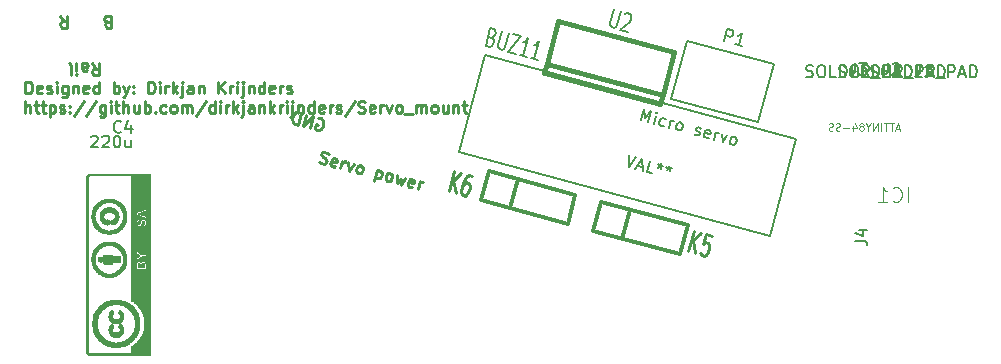
<source format=gbr>
%FSLAX46Y46*%
G04 Gerber Fmt 4.6, Leading zero omitted, Abs format (unit mm)*
G04 Created by KiCad (PCBNEW (2014-jul-16 BZR unknown)-product) date Thu 04 Sep 2014 10:50:04 PM CEST*
%MOMM*%
G01*
G04 APERTURE LIST*
%ADD10C,0.150000*%
%ADD11C,0.250000*%
%ADD12C,0.381000*%
%ADD13C,0.304800*%
%ADD14C,0.203200*%
%ADD15C,0.066040*%
%ADD16C,0.269240*%
%ADD17C,0.000100*%
%ADD18C,0.000120*%
%ADD19C,0.088900*%
G04 APERTURE END LIST*
D10*
D11*
X108768571Y-100901429D02*
X108625714Y-100853810D01*
X108578095Y-100806190D01*
X108530476Y-100710952D01*
X108530476Y-100568095D01*
X108578095Y-100472857D01*
X108625714Y-100425238D01*
X108720952Y-100377619D01*
X109101905Y-100377619D01*
X109101905Y-101377619D01*
X108768571Y-101377619D01*
X108673333Y-101330000D01*
X108625714Y-101282381D01*
X108578095Y-101187143D01*
X108578095Y-101091905D01*
X108625714Y-100996667D01*
X108673333Y-100949048D01*
X108768571Y-100901429D01*
X109101905Y-100901429D01*
X104780476Y-100377619D02*
X105113810Y-100853810D01*
X105351905Y-100377619D02*
X105351905Y-101377619D01*
X104970952Y-101377619D01*
X104875714Y-101330000D01*
X104828095Y-101282381D01*
X104780476Y-101187143D01*
X104780476Y-101044286D01*
X104828095Y-100949048D01*
X104875714Y-100901429D01*
X104970952Y-100853810D01*
X105351905Y-100853810D01*
X126595352Y-109064232D02*
X126699670Y-109042885D01*
X126837659Y-109079859D01*
X126963325Y-109162830D01*
X127030668Y-109279472D01*
X127052015Y-109383790D01*
X127048713Y-109580100D01*
X127011738Y-109718091D01*
X126916443Y-109889752D01*
X126845797Y-109969420D01*
X126729155Y-110036763D01*
X126578840Y-110045785D01*
X126486847Y-110021136D01*
X126361183Y-109938165D01*
X126327511Y-109879844D01*
X126413784Y-109557869D01*
X126597770Y-109607168D01*
X125888894Y-109860915D02*
X126147713Y-108894989D01*
X125336936Y-109713018D01*
X125595755Y-108747092D01*
X124876971Y-109589771D02*
X125135791Y-108623845D01*
X124905808Y-108562222D01*
X124755493Y-108571244D01*
X124638851Y-108638587D01*
X124568205Y-108718255D01*
X124472910Y-108889916D01*
X124435936Y-109027906D01*
X124432633Y-109224217D01*
X124453980Y-109328534D01*
X124521324Y-109445177D01*
X124646989Y-109528147D01*
X124876971Y-109589771D01*
X126720566Y-112770934D02*
X126846230Y-112853904D01*
X127076213Y-112915528D01*
X127180531Y-112894181D01*
X127238852Y-112860509D01*
X127309498Y-112780841D01*
X127334147Y-112688848D01*
X127312800Y-112584531D01*
X127279128Y-112526209D01*
X127199460Y-112455563D01*
X127027799Y-112360267D01*
X126948130Y-112289621D01*
X126914459Y-112231300D01*
X126893112Y-112126983D01*
X126917761Y-112034990D01*
X126988407Y-111955322D01*
X127046728Y-111921650D01*
X127151046Y-111900303D01*
X127381029Y-111961927D01*
X127506693Y-112044897D01*
X128054464Y-113128350D02*
X127950146Y-113149697D01*
X127766160Y-113100398D01*
X127686491Y-113029753D01*
X127665144Y-112925435D01*
X127763742Y-112557463D01*
X127834388Y-112477795D01*
X127938706Y-112456448D01*
X128122692Y-112505747D01*
X128202360Y-112576392D01*
X128223707Y-112680710D01*
X128199058Y-112772704D01*
X127714443Y-112741449D01*
X128502103Y-113297594D02*
X128674649Y-112653643D01*
X128625351Y-112837629D02*
X128695996Y-112757961D01*
X128754317Y-112724289D01*
X128858635Y-112702942D01*
X128950629Y-112727592D01*
X129180611Y-112789215D02*
X129238047Y-113494789D01*
X129640576Y-112912462D01*
X129973991Y-113691985D02*
X129894323Y-113621339D01*
X129860651Y-113563018D01*
X129839304Y-113458700D01*
X129913252Y-113182721D01*
X129983898Y-113103053D01*
X130042219Y-113069381D01*
X130146537Y-113048034D01*
X130284527Y-113085008D01*
X130364195Y-113155654D01*
X130397867Y-113213975D01*
X130419214Y-113318293D01*
X130345265Y-113594272D01*
X130274620Y-113673941D01*
X130216298Y-113707612D01*
X130111981Y-113728959D01*
X129973991Y-113691985D01*
X131618424Y-113442425D02*
X131359605Y-114408351D01*
X131606100Y-113488422D02*
X131710417Y-113467075D01*
X131894404Y-113516374D01*
X131974072Y-113587019D01*
X132007744Y-113645341D01*
X132029091Y-113749658D01*
X131955142Y-114025638D01*
X131884496Y-114105306D01*
X131826175Y-114138977D01*
X131721858Y-114160324D01*
X131537871Y-114111025D01*
X131458203Y-114040380D01*
X132457800Y-114357520D02*
X132378132Y-114286874D01*
X132344460Y-114228553D01*
X132323113Y-114124235D01*
X132397062Y-113848256D01*
X132467708Y-113768588D01*
X132526029Y-113734916D01*
X132630346Y-113713569D01*
X132768337Y-113750543D01*
X132848005Y-113821189D01*
X132881677Y-113879510D01*
X132903024Y-113983828D01*
X132829075Y-114259807D01*
X132758429Y-114339475D01*
X132700108Y-114373147D01*
X132595791Y-114394494D01*
X132457800Y-114357520D01*
X133274297Y-113886115D02*
X133285737Y-114579365D01*
X133592971Y-114168699D01*
X133653709Y-114677963D01*
X134010241Y-114083311D01*
X134585963Y-114878461D02*
X134481646Y-114899808D01*
X134297659Y-114850508D01*
X134217991Y-114779863D01*
X134196644Y-114675545D01*
X134295242Y-114307573D01*
X134365888Y-114227905D01*
X134470205Y-114206558D01*
X134654192Y-114255857D01*
X134733860Y-114326502D01*
X134755207Y-114430820D01*
X134730557Y-114522814D01*
X134245943Y-114491559D01*
X135033603Y-115047704D02*
X135206149Y-114403753D01*
X135156850Y-114587739D02*
X135227496Y-114508071D01*
X135285817Y-114474399D01*
X135390135Y-114453052D01*
X135482128Y-114477702D01*
X107482857Y-104377619D02*
X107816191Y-104853810D01*
X108054286Y-104377619D02*
X108054286Y-105377619D01*
X107673333Y-105377619D01*
X107578095Y-105330000D01*
X107530476Y-105282381D01*
X107482857Y-105187143D01*
X107482857Y-105044286D01*
X107530476Y-104949048D01*
X107578095Y-104901429D01*
X107673333Y-104853810D01*
X108054286Y-104853810D01*
X106625714Y-104377619D02*
X106625714Y-104901429D01*
X106673333Y-104996667D01*
X106768571Y-105044286D01*
X106959048Y-105044286D01*
X107054286Y-104996667D01*
X106625714Y-104425238D02*
X106720952Y-104377619D01*
X106959048Y-104377619D01*
X107054286Y-104425238D01*
X107101905Y-104520476D01*
X107101905Y-104615714D01*
X107054286Y-104710952D01*
X106959048Y-104758571D01*
X106720952Y-104758571D01*
X106625714Y-104806190D01*
X106149524Y-104377619D02*
X106149524Y-105044286D01*
X106149524Y-105377619D02*
X106197143Y-105330000D01*
X106149524Y-105282381D01*
X106101905Y-105330000D01*
X106149524Y-105377619D01*
X106149524Y-105282381D01*
X105530477Y-104377619D02*
X105625715Y-104425238D01*
X105673334Y-104520476D01*
X105673334Y-105377619D01*
X101828095Y-106957381D02*
X101828095Y-105957381D01*
X102066190Y-105957381D01*
X102209048Y-106005000D01*
X102304286Y-106100238D01*
X102351905Y-106195476D01*
X102399524Y-106385952D01*
X102399524Y-106528810D01*
X102351905Y-106719286D01*
X102304286Y-106814524D01*
X102209048Y-106909762D01*
X102066190Y-106957381D01*
X101828095Y-106957381D01*
X103209048Y-106909762D02*
X103113810Y-106957381D01*
X102923333Y-106957381D01*
X102828095Y-106909762D01*
X102780476Y-106814524D01*
X102780476Y-106433571D01*
X102828095Y-106338333D01*
X102923333Y-106290714D01*
X103113810Y-106290714D01*
X103209048Y-106338333D01*
X103256667Y-106433571D01*
X103256667Y-106528810D01*
X102780476Y-106624048D01*
X103637619Y-106909762D02*
X103732857Y-106957381D01*
X103923333Y-106957381D01*
X104018572Y-106909762D01*
X104066191Y-106814524D01*
X104066191Y-106766905D01*
X104018572Y-106671667D01*
X103923333Y-106624048D01*
X103780476Y-106624048D01*
X103685238Y-106576429D01*
X103637619Y-106481190D01*
X103637619Y-106433571D01*
X103685238Y-106338333D01*
X103780476Y-106290714D01*
X103923333Y-106290714D01*
X104018572Y-106338333D01*
X104494762Y-106957381D02*
X104494762Y-106290714D01*
X104494762Y-105957381D02*
X104447143Y-106005000D01*
X104494762Y-106052619D01*
X104542381Y-106005000D01*
X104494762Y-105957381D01*
X104494762Y-106052619D01*
X105399524Y-106290714D02*
X105399524Y-107100238D01*
X105351905Y-107195476D01*
X105304286Y-107243095D01*
X105209047Y-107290714D01*
X105066190Y-107290714D01*
X104970952Y-107243095D01*
X105399524Y-106909762D02*
X105304286Y-106957381D01*
X105113809Y-106957381D01*
X105018571Y-106909762D01*
X104970952Y-106862143D01*
X104923333Y-106766905D01*
X104923333Y-106481190D01*
X104970952Y-106385952D01*
X105018571Y-106338333D01*
X105113809Y-106290714D01*
X105304286Y-106290714D01*
X105399524Y-106338333D01*
X105875714Y-106290714D02*
X105875714Y-106957381D01*
X105875714Y-106385952D02*
X105923333Y-106338333D01*
X106018571Y-106290714D01*
X106161429Y-106290714D01*
X106256667Y-106338333D01*
X106304286Y-106433571D01*
X106304286Y-106957381D01*
X107161429Y-106909762D02*
X107066191Y-106957381D01*
X106875714Y-106957381D01*
X106780476Y-106909762D01*
X106732857Y-106814524D01*
X106732857Y-106433571D01*
X106780476Y-106338333D01*
X106875714Y-106290714D01*
X107066191Y-106290714D01*
X107161429Y-106338333D01*
X107209048Y-106433571D01*
X107209048Y-106528810D01*
X106732857Y-106624048D01*
X108066191Y-106957381D02*
X108066191Y-105957381D01*
X108066191Y-106909762D02*
X107970953Y-106957381D01*
X107780476Y-106957381D01*
X107685238Y-106909762D01*
X107637619Y-106862143D01*
X107590000Y-106766905D01*
X107590000Y-106481190D01*
X107637619Y-106385952D01*
X107685238Y-106338333D01*
X107780476Y-106290714D01*
X107970953Y-106290714D01*
X108066191Y-106338333D01*
X109304286Y-106957381D02*
X109304286Y-105957381D01*
X109304286Y-106338333D02*
X109399524Y-106290714D01*
X109590001Y-106290714D01*
X109685239Y-106338333D01*
X109732858Y-106385952D01*
X109780477Y-106481190D01*
X109780477Y-106766905D01*
X109732858Y-106862143D01*
X109685239Y-106909762D01*
X109590001Y-106957381D01*
X109399524Y-106957381D01*
X109304286Y-106909762D01*
X110113810Y-106290714D02*
X110351905Y-106957381D01*
X110590001Y-106290714D02*
X110351905Y-106957381D01*
X110256667Y-107195476D01*
X110209048Y-107243095D01*
X110113810Y-107290714D01*
X110970953Y-106862143D02*
X111018572Y-106909762D01*
X110970953Y-106957381D01*
X110923334Y-106909762D01*
X110970953Y-106862143D01*
X110970953Y-106957381D01*
X110970953Y-106338333D02*
X111018572Y-106385952D01*
X110970953Y-106433571D01*
X110923334Y-106385952D01*
X110970953Y-106338333D01*
X110970953Y-106433571D01*
X112209048Y-106957381D02*
X112209048Y-105957381D01*
X112447143Y-105957381D01*
X112590001Y-106005000D01*
X112685239Y-106100238D01*
X112732858Y-106195476D01*
X112780477Y-106385952D01*
X112780477Y-106528810D01*
X112732858Y-106719286D01*
X112685239Y-106814524D01*
X112590001Y-106909762D01*
X112447143Y-106957381D01*
X112209048Y-106957381D01*
X113209048Y-106957381D02*
X113209048Y-106290714D01*
X113209048Y-105957381D02*
X113161429Y-106005000D01*
X113209048Y-106052619D01*
X113256667Y-106005000D01*
X113209048Y-105957381D01*
X113209048Y-106052619D01*
X113685238Y-106957381D02*
X113685238Y-106290714D01*
X113685238Y-106481190D02*
X113732857Y-106385952D01*
X113780476Y-106338333D01*
X113875714Y-106290714D01*
X113970953Y-106290714D01*
X114304286Y-106957381D02*
X114304286Y-105957381D01*
X114399524Y-106576429D02*
X114685239Y-106957381D01*
X114685239Y-106290714D02*
X114304286Y-106671667D01*
X115113810Y-106290714D02*
X115113810Y-107147857D01*
X115066191Y-107243095D01*
X114970953Y-107290714D01*
X114923334Y-107290714D01*
X115113810Y-105957381D02*
X115066191Y-106005000D01*
X115113810Y-106052619D01*
X115161429Y-106005000D01*
X115113810Y-105957381D01*
X115113810Y-106052619D01*
X116018572Y-106957381D02*
X116018572Y-106433571D01*
X115970953Y-106338333D01*
X115875715Y-106290714D01*
X115685238Y-106290714D01*
X115590000Y-106338333D01*
X116018572Y-106909762D02*
X115923334Y-106957381D01*
X115685238Y-106957381D01*
X115590000Y-106909762D01*
X115542381Y-106814524D01*
X115542381Y-106719286D01*
X115590000Y-106624048D01*
X115685238Y-106576429D01*
X115923334Y-106576429D01*
X116018572Y-106528810D01*
X116494762Y-106290714D02*
X116494762Y-106957381D01*
X116494762Y-106385952D02*
X116542381Y-106338333D01*
X116637619Y-106290714D01*
X116780477Y-106290714D01*
X116875715Y-106338333D01*
X116923334Y-106433571D01*
X116923334Y-106957381D01*
X118161429Y-106957381D02*
X118161429Y-105957381D01*
X118732858Y-106957381D02*
X118304286Y-106385952D01*
X118732858Y-105957381D02*
X118161429Y-106528810D01*
X119161429Y-106957381D02*
X119161429Y-106290714D01*
X119161429Y-106481190D02*
X119209048Y-106385952D01*
X119256667Y-106338333D01*
X119351905Y-106290714D01*
X119447144Y-106290714D01*
X119780477Y-106957381D02*
X119780477Y-106290714D01*
X119780477Y-105957381D02*
X119732858Y-106005000D01*
X119780477Y-106052619D01*
X119828096Y-106005000D01*
X119780477Y-105957381D01*
X119780477Y-106052619D01*
X120256667Y-106290714D02*
X120256667Y-107147857D01*
X120209048Y-107243095D01*
X120113810Y-107290714D01*
X120066191Y-107290714D01*
X120256667Y-105957381D02*
X120209048Y-106005000D01*
X120256667Y-106052619D01*
X120304286Y-106005000D01*
X120256667Y-105957381D01*
X120256667Y-106052619D01*
X120732857Y-106290714D02*
X120732857Y-106957381D01*
X120732857Y-106385952D02*
X120780476Y-106338333D01*
X120875714Y-106290714D01*
X121018572Y-106290714D01*
X121113810Y-106338333D01*
X121161429Y-106433571D01*
X121161429Y-106957381D01*
X122066191Y-106957381D02*
X122066191Y-105957381D01*
X122066191Y-106909762D02*
X121970953Y-106957381D01*
X121780476Y-106957381D01*
X121685238Y-106909762D01*
X121637619Y-106862143D01*
X121590000Y-106766905D01*
X121590000Y-106481190D01*
X121637619Y-106385952D01*
X121685238Y-106338333D01*
X121780476Y-106290714D01*
X121970953Y-106290714D01*
X122066191Y-106338333D01*
X122923334Y-106909762D02*
X122828096Y-106957381D01*
X122637619Y-106957381D01*
X122542381Y-106909762D01*
X122494762Y-106814524D01*
X122494762Y-106433571D01*
X122542381Y-106338333D01*
X122637619Y-106290714D01*
X122828096Y-106290714D01*
X122923334Y-106338333D01*
X122970953Y-106433571D01*
X122970953Y-106528810D01*
X122494762Y-106624048D01*
X123399524Y-106957381D02*
X123399524Y-106290714D01*
X123399524Y-106481190D02*
X123447143Y-106385952D01*
X123494762Y-106338333D01*
X123590000Y-106290714D01*
X123685239Y-106290714D01*
X123970953Y-106909762D02*
X124066191Y-106957381D01*
X124256667Y-106957381D01*
X124351906Y-106909762D01*
X124399525Y-106814524D01*
X124399525Y-106766905D01*
X124351906Y-106671667D01*
X124256667Y-106624048D01*
X124113810Y-106624048D01*
X124018572Y-106576429D01*
X123970953Y-106481190D01*
X123970953Y-106433571D01*
X124018572Y-106338333D01*
X124113810Y-106290714D01*
X124256667Y-106290714D01*
X124351906Y-106338333D01*
X101828095Y-108607381D02*
X101828095Y-107607381D01*
X102256667Y-108607381D02*
X102256667Y-108083571D01*
X102209048Y-107988333D01*
X102113810Y-107940714D01*
X101970952Y-107940714D01*
X101875714Y-107988333D01*
X101828095Y-108035952D01*
X102590000Y-107940714D02*
X102970952Y-107940714D01*
X102732857Y-107607381D02*
X102732857Y-108464524D01*
X102780476Y-108559762D01*
X102875714Y-108607381D01*
X102970952Y-108607381D01*
X103161429Y-107940714D02*
X103542381Y-107940714D01*
X103304286Y-107607381D02*
X103304286Y-108464524D01*
X103351905Y-108559762D01*
X103447143Y-108607381D01*
X103542381Y-108607381D01*
X103875715Y-107940714D02*
X103875715Y-108940714D01*
X103875715Y-107988333D02*
X103970953Y-107940714D01*
X104161430Y-107940714D01*
X104256668Y-107988333D01*
X104304287Y-108035952D01*
X104351906Y-108131190D01*
X104351906Y-108416905D01*
X104304287Y-108512143D01*
X104256668Y-108559762D01*
X104161430Y-108607381D01*
X103970953Y-108607381D01*
X103875715Y-108559762D01*
X104732858Y-108559762D02*
X104828096Y-108607381D01*
X105018572Y-108607381D01*
X105113811Y-108559762D01*
X105161430Y-108464524D01*
X105161430Y-108416905D01*
X105113811Y-108321667D01*
X105018572Y-108274048D01*
X104875715Y-108274048D01*
X104780477Y-108226429D01*
X104732858Y-108131190D01*
X104732858Y-108083571D01*
X104780477Y-107988333D01*
X104875715Y-107940714D01*
X105018572Y-107940714D01*
X105113811Y-107988333D01*
X105590001Y-108512143D02*
X105637620Y-108559762D01*
X105590001Y-108607381D01*
X105542382Y-108559762D01*
X105590001Y-108512143D01*
X105590001Y-108607381D01*
X105590001Y-107988333D02*
X105637620Y-108035952D01*
X105590001Y-108083571D01*
X105542382Y-108035952D01*
X105590001Y-107988333D01*
X105590001Y-108083571D01*
X106780477Y-107559762D02*
X105923334Y-108845476D01*
X107828096Y-107559762D02*
X106970953Y-108845476D01*
X108590001Y-107940714D02*
X108590001Y-108750238D01*
X108542382Y-108845476D01*
X108494763Y-108893095D01*
X108399524Y-108940714D01*
X108256667Y-108940714D01*
X108161429Y-108893095D01*
X108590001Y-108559762D02*
X108494763Y-108607381D01*
X108304286Y-108607381D01*
X108209048Y-108559762D01*
X108161429Y-108512143D01*
X108113810Y-108416905D01*
X108113810Y-108131190D01*
X108161429Y-108035952D01*
X108209048Y-107988333D01*
X108304286Y-107940714D01*
X108494763Y-107940714D01*
X108590001Y-107988333D01*
X109066191Y-108607381D02*
X109066191Y-107940714D01*
X109066191Y-107607381D02*
X109018572Y-107655000D01*
X109066191Y-107702619D01*
X109113810Y-107655000D01*
X109066191Y-107607381D01*
X109066191Y-107702619D01*
X109399524Y-107940714D02*
X109780476Y-107940714D01*
X109542381Y-107607381D02*
X109542381Y-108464524D01*
X109590000Y-108559762D01*
X109685238Y-108607381D01*
X109780476Y-108607381D01*
X110113810Y-108607381D02*
X110113810Y-107607381D01*
X110542382Y-108607381D02*
X110542382Y-108083571D01*
X110494763Y-107988333D01*
X110399525Y-107940714D01*
X110256667Y-107940714D01*
X110161429Y-107988333D01*
X110113810Y-108035952D01*
X111447144Y-107940714D02*
X111447144Y-108607381D01*
X111018572Y-107940714D02*
X111018572Y-108464524D01*
X111066191Y-108559762D01*
X111161429Y-108607381D01*
X111304287Y-108607381D01*
X111399525Y-108559762D01*
X111447144Y-108512143D01*
X111923334Y-108607381D02*
X111923334Y-107607381D01*
X111923334Y-107988333D02*
X112018572Y-107940714D01*
X112209049Y-107940714D01*
X112304287Y-107988333D01*
X112351906Y-108035952D01*
X112399525Y-108131190D01*
X112399525Y-108416905D01*
X112351906Y-108512143D01*
X112304287Y-108559762D01*
X112209049Y-108607381D01*
X112018572Y-108607381D01*
X111923334Y-108559762D01*
X112828096Y-108512143D02*
X112875715Y-108559762D01*
X112828096Y-108607381D01*
X112780477Y-108559762D01*
X112828096Y-108512143D01*
X112828096Y-108607381D01*
X113732858Y-108559762D02*
X113637620Y-108607381D01*
X113447143Y-108607381D01*
X113351905Y-108559762D01*
X113304286Y-108512143D01*
X113256667Y-108416905D01*
X113256667Y-108131190D01*
X113304286Y-108035952D01*
X113351905Y-107988333D01*
X113447143Y-107940714D01*
X113637620Y-107940714D01*
X113732858Y-107988333D01*
X114304286Y-108607381D02*
X114209048Y-108559762D01*
X114161429Y-108512143D01*
X114113810Y-108416905D01*
X114113810Y-108131190D01*
X114161429Y-108035952D01*
X114209048Y-107988333D01*
X114304286Y-107940714D01*
X114447144Y-107940714D01*
X114542382Y-107988333D01*
X114590001Y-108035952D01*
X114637620Y-108131190D01*
X114637620Y-108416905D01*
X114590001Y-108512143D01*
X114542382Y-108559762D01*
X114447144Y-108607381D01*
X114304286Y-108607381D01*
X115066191Y-108607381D02*
X115066191Y-107940714D01*
X115066191Y-108035952D02*
X115113810Y-107988333D01*
X115209048Y-107940714D01*
X115351906Y-107940714D01*
X115447144Y-107988333D01*
X115494763Y-108083571D01*
X115494763Y-108607381D01*
X115494763Y-108083571D02*
X115542382Y-107988333D01*
X115637620Y-107940714D01*
X115780477Y-107940714D01*
X115875715Y-107988333D01*
X115923334Y-108083571D01*
X115923334Y-108607381D01*
X117113810Y-107559762D02*
X116256667Y-108845476D01*
X117875715Y-108607381D02*
X117875715Y-107607381D01*
X117875715Y-108559762D02*
X117780477Y-108607381D01*
X117590000Y-108607381D01*
X117494762Y-108559762D01*
X117447143Y-108512143D01*
X117399524Y-108416905D01*
X117399524Y-108131190D01*
X117447143Y-108035952D01*
X117494762Y-107988333D01*
X117590000Y-107940714D01*
X117780477Y-107940714D01*
X117875715Y-107988333D01*
X118351905Y-108607381D02*
X118351905Y-107940714D01*
X118351905Y-107607381D02*
X118304286Y-107655000D01*
X118351905Y-107702619D01*
X118399524Y-107655000D01*
X118351905Y-107607381D01*
X118351905Y-107702619D01*
X118828095Y-108607381D02*
X118828095Y-107940714D01*
X118828095Y-108131190D02*
X118875714Y-108035952D01*
X118923333Y-107988333D01*
X119018571Y-107940714D01*
X119113810Y-107940714D01*
X119447143Y-108607381D02*
X119447143Y-107607381D01*
X119542381Y-108226429D02*
X119828096Y-108607381D01*
X119828096Y-107940714D02*
X119447143Y-108321667D01*
X120256667Y-107940714D02*
X120256667Y-108797857D01*
X120209048Y-108893095D01*
X120113810Y-108940714D01*
X120066191Y-108940714D01*
X120256667Y-107607381D02*
X120209048Y-107655000D01*
X120256667Y-107702619D01*
X120304286Y-107655000D01*
X120256667Y-107607381D01*
X120256667Y-107702619D01*
X121161429Y-108607381D02*
X121161429Y-108083571D01*
X121113810Y-107988333D01*
X121018572Y-107940714D01*
X120828095Y-107940714D01*
X120732857Y-107988333D01*
X121161429Y-108559762D02*
X121066191Y-108607381D01*
X120828095Y-108607381D01*
X120732857Y-108559762D01*
X120685238Y-108464524D01*
X120685238Y-108369286D01*
X120732857Y-108274048D01*
X120828095Y-108226429D01*
X121066191Y-108226429D01*
X121161429Y-108178810D01*
X121637619Y-107940714D02*
X121637619Y-108607381D01*
X121637619Y-108035952D02*
X121685238Y-107988333D01*
X121780476Y-107940714D01*
X121923334Y-107940714D01*
X122018572Y-107988333D01*
X122066191Y-108083571D01*
X122066191Y-108607381D01*
X122542381Y-108607381D02*
X122542381Y-107607381D01*
X122637619Y-108226429D02*
X122923334Y-108607381D01*
X122923334Y-107940714D02*
X122542381Y-108321667D01*
X123351905Y-108607381D02*
X123351905Y-107940714D01*
X123351905Y-108131190D02*
X123399524Y-108035952D01*
X123447143Y-107988333D01*
X123542381Y-107940714D01*
X123637620Y-107940714D01*
X123970953Y-108607381D02*
X123970953Y-107940714D01*
X123970953Y-107607381D02*
X123923334Y-107655000D01*
X123970953Y-107702619D01*
X124018572Y-107655000D01*
X123970953Y-107607381D01*
X123970953Y-107702619D01*
X124447143Y-107940714D02*
X124447143Y-108797857D01*
X124399524Y-108893095D01*
X124304286Y-108940714D01*
X124256667Y-108940714D01*
X124447143Y-107607381D02*
X124399524Y-107655000D01*
X124447143Y-107702619D01*
X124494762Y-107655000D01*
X124447143Y-107607381D01*
X124447143Y-107702619D01*
X124923333Y-107940714D02*
X124923333Y-108607381D01*
X124923333Y-108035952D02*
X124970952Y-107988333D01*
X125066190Y-107940714D01*
X125209048Y-107940714D01*
X125304286Y-107988333D01*
X125351905Y-108083571D01*
X125351905Y-108607381D01*
X126256667Y-108607381D02*
X126256667Y-107607381D01*
X126256667Y-108559762D02*
X126161429Y-108607381D01*
X125970952Y-108607381D01*
X125875714Y-108559762D01*
X125828095Y-108512143D01*
X125780476Y-108416905D01*
X125780476Y-108131190D01*
X125828095Y-108035952D01*
X125875714Y-107988333D01*
X125970952Y-107940714D01*
X126161429Y-107940714D01*
X126256667Y-107988333D01*
X127113810Y-108559762D02*
X127018572Y-108607381D01*
X126828095Y-108607381D01*
X126732857Y-108559762D01*
X126685238Y-108464524D01*
X126685238Y-108083571D01*
X126732857Y-107988333D01*
X126828095Y-107940714D01*
X127018572Y-107940714D01*
X127113810Y-107988333D01*
X127161429Y-108083571D01*
X127161429Y-108178810D01*
X126685238Y-108274048D01*
X127590000Y-108607381D02*
X127590000Y-107940714D01*
X127590000Y-108131190D02*
X127637619Y-108035952D01*
X127685238Y-107988333D01*
X127780476Y-107940714D01*
X127875715Y-107940714D01*
X128161429Y-108559762D02*
X128256667Y-108607381D01*
X128447143Y-108607381D01*
X128542382Y-108559762D01*
X128590001Y-108464524D01*
X128590001Y-108416905D01*
X128542382Y-108321667D01*
X128447143Y-108274048D01*
X128304286Y-108274048D01*
X128209048Y-108226429D01*
X128161429Y-108131190D01*
X128161429Y-108083571D01*
X128209048Y-107988333D01*
X128304286Y-107940714D01*
X128447143Y-107940714D01*
X128542382Y-107988333D01*
X129732858Y-107559762D02*
X128875715Y-108845476D01*
X130018572Y-108559762D02*
X130161429Y-108607381D01*
X130399525Y-108607381D01*
X130494763Y-108559762D01*
X130542382Y-108512143D01*
X130590001Y-108416905D01*
X130590001Y-108321667D01*
X130542382Y-108226429D01*
X130494763Y-108178810D01*
X130399525Y-108131190D01*
X130209048Y-108083571D01*
X130113810Y-108035952D01*
X130066191Y-107988333D01*
X130018572Y-107893095D01*
X130018572Y-107797857D01*
X130066191Y-107702619D01*
X130113810Y-107655000D01*
X130209048Y-107607381D01*
X130447144Y-107607381D01*
X130590001Y-107655000D01*
X131399525Y-108559762D02*
X131304287Y-108607381D01*
X131113810Y-108607381D01*
X131018572Y-108559762D01*
X130970953Y-108464524D01*
X130970953Y-108083571D01*
X131018572Y-107988333D01*
X131113810Y-107940714D01*
X131304287Y-107940714D01*
X131399525Y-107988333D01*
X131447144Y-108083571D01*
X131447144Y-108178810D01*
X130970953Y-108274048D01*
X131875715Y-108607381D02*
X131875715Y-107940714D01*
X131875715Y-108131190D02*
X131923334Y-108035952D01*
X131970953Y-107988333D01*
X132066191Y-107940714D01*
X132161430Y-107940714D01*
X132399525Y-107940714D02*
X132637620Y-108607381D01*
X132875716Y-107940714D01*
X133399525Y-108607381D02*
X133304287Y-108559762D01*
X133256668Y-108512143D01*
X133209049Y-108416905D01*
X133209049Y-108131190D01*
X133256668Y-108035952D01*
X133304287Y-107988333D01*
X133399525Y-107940714D01*
X133542383Y-107940714D01*
X133637621Y-107988333D01*
X133685240Y-108035952D01*
X133732859Y-108131190D01*
X133732859Y-108416905D01*
X133685240Y-108512143D01*
X133637621Y-108559762D01*
X133542383Y-108607381D01*
X133399525Y-108607381D01*
X133923335Y-108702619D02*
X134685240Y-108702619D01*
X134923335Y-108607381D02*
X134923335Y-107940714D01*
X134923335Y-108035952D02*
X134970954Y-107988333D01*
X135066192Y-107940714D01*
X135209050Y-107940714D01*
X135304288Y-107988333D01*
X135351907Y-108083571D01*
X135351907Y-108607381D01*
X135351907Y-108083571D02*
X135399526Y-107988333D01*
X135494764Y-107940714D01*
X135637621Y-107940714D01*
X135732859Y-107988333D01*
X135780478Y-108083571D01*
X135780478Y-108607381D01*
X136399525Y-108607381D02*
X136304287Y-108559762D01*
X136256668Y-108512143D01*
X136209049Y-108416905D01*
X136209049Y-108131190D01*
X136256668Y-108035952D01*
X136304287Y-107988333D01*
X136399525Y-107940714D01*
X136542383Y-107940714D01*
X136637621Y-107988333D01*
X136685240Y-108035952D01*
X136732859Y-108131190D01*
X136732859Y-108416905D01*
X136685240Y-108512143D01*
X136637621Y-108559762D01*
X136542383Y-108607381D01*
X136399525Y-108607381D01*
X137590002Y-107940714D02*
X137590002Y-108607381D01*
X137161430Y-107940714D02*
X137161430Y-108464524D01*
X137209049Y-108559762D01*
X137304287Y-108607381D01*
X137447145Y-108607381D01*
X137542383Y-108559762D01*
X137590002Y-108512143D01*
X138066192Y-107940714D02*
X138066192Y-108607381D01*
X138066192Y-108035952D02*
X138113811Y-107988333D01*
X138209049Y-107940714D01*
X138351907Y-107940714D01*
X138447145Y-107988333D01*
X138494764Y-108083571D01*
X138494764Y-108607381D01*
X138828097Y-107940714D02*
X139209049Y-107940714D01*
X138970954Y-107607381D02*
X138970954Y-108464524D01*
X139018573Y-108559762D01*
X139113811Y-108607381D01*
X139209049Y-108607381D01*
D12*
X145775579Y-105228369D02*
X145939930Y-104615006D01*
X145784638Y-105194562D02*
X155598445Y-107824163D01*
X155753736Y-107244608D02*
X155589386Y-107857971D01*
X145980047Y-104465288D02*
X146966147Y-100785111D01*
X146966147Y-100785111D02*
X156779953Y-103414712D01*
X156779953Y-103414712D02*
X155793853Y-107094889D01*
X155793853Y-107094889D02*
X145980047Y-104465288D01*
D10*
X164884907Y-118988065D02*
X138515132Y-111922305D01*
X140715093Y-103711935D02*
X167084868Y-110777695D01*
X167084868Y-110777695D02*
X164884907Y-118988065D01*
X140715093Y-103711935D02*
X138515132Y-111922305D01*
D13*
X149891122Y-118600625D02*
X150548523Y-116147174D01*
X150548523Y-116147174D02*
X157908878Y-118119375D01*
X157908878Y-118119375D02*
X157251477Y-120572826D01*
X157251477Y-120572826D02*
X149891122Y-118600625D01*
X153001974Y-116804574D02*
X152344574Y-119258026D01*
D14*
X163882777Y-109379552D02*
X156522422Y-107407351D01*
X157837223Y-102500448D02*
X165197578Y-104472649D01*
X165197578Y-104472649D02*
X163882777Y-109379552D01*
X156522422Y-107407351D02*
X157837223Y-102500448D01*
D15*
X112357780Y-129062220D02*
X112357780Y-113784120D01*
X112357780Y-113784120D02*
X112322220Y-113784120D01*
X112322220Y-129062220D02*
X112322220Y-113784120D01*
X112357780Y-129062220D02*
X112322220Y-129062220D01*
X112322220Y-129097780D02*
X112322220Y-113746020D01*
X112322220Y-113746020D02*
X112284120Y-113746020D01*
X112284120Y-129097780D02*
X112284120Y-113746020D01*
X112322220Y-129097780D02*
X112284120Y-129097780D01*
X112284120Y-129097780D02*
X112284120Y-113746020D01*
X112284120Y-113746020D02*
X112246020Y-113746020D01*
X112246020Y-129097780D02*
X112246020Y-113746020D01*
X112284120Y-129097780D02*
X112246020Y-129097780D01*
X112246020Y-129097780D02*
X112246020Y-113746020D01*
X112246020Y-113746020D02*
X112207920Y-113746020D01*
X112207920Y-129097780D02*
X112207920Y-113746020D01*
X112246020Y-129097780D02*
X112207920Y-129097780D01*
X112207920Y-129097780D02*
X112207920Y-113746020D01*
X112207920Y-113746020D02*
X112169820Y-113746020D01*
X112169820Y-129097780D02*
X112169820Y-113746020D01*
X112207920Y-129097780D02*
X112169820Y-129097780D01*
X112169820Y-129097780D02*
X112169820Y-113746020D01*
X112169820Y-113746020D02*
X112131720Y-113746020D01*
X112131720Y-129097780D02*
X112131720Y-113746020D01*
X112169820Y-129097780D02*
X112131720Y-129097780D01*
X112131720Y-129097780D02*
X112131720Y-113746020D01*
X112131720Y-113746020D02*
X112093620Y-113746020D01*
X112093620Y-129097780D02*
X112093620Y-113746020D01*
X112131720Y-129097780D02*
X112093620Y-129097780D01*
X112093620Y-129097780D02*
X112093620Y-113746020D01*
X112093620Y-113746020D02*
X112055520Y-113746020D01*
X112055520Y-129097780D02*
X112055520Y-113746020D01*
X112093620Y-129097780D02*
X112055520Y-129097780D01*
X112055520Y-129097780D02*
X112055520Y-117937020D01*
X112055520Y-117937020D02*
X112017420Y-117937020D01*
X112017420Y-129097780D02*
X112017420Y-117937020D01*
X112055520Y-129097780D02*
X112017420Y-129097780D01*
X112055520Y-117860820D02*
X112055520Y-113746020D01*
X112055520Y-113746020D02*
X112017420Y-113746020D01*
X112017420Y-117860820D02*
X112017420Y-113746020D01*
X112055520Y-117860820D02*
X112017420Y-117860820D01*
X112017420Y-129097780D02*
X112017420Y-121823220D01*
X112017420Y-121823220D02*
X111979320Y-121823220D01*
X111979320Y-129097780D02*
X111979320Y-121823220D01*
X112017420Y-129097780D02*
X111979320Y-129097780D01*
X112017420Y-121289820D02*
X112017420Y-120756420D01*
X112017420Y-120756420D02*
X111979320Y-120756420D01*
X111979320Y-121289820D02*
X111979320Y-120756420D01*
X112017420Y-121289820D02*
X111979320Y-121289820D01*
X112017420Y-120565920D02*
X112017420Y-118089420D01*
X112017420Y-118089420D02*
X111979320Y-118089420D01*
X111979320Y-120565920D02*
X111979320Y-118089420D01*
X112017420Y-120565920D02*
X111979320Y-120565920D01*
X112017420Y-117708420D02*
X112017420Y-117517920D01*
X112017420Y-117517920D02*
X111979320Y-117517920D01*
X111979320Y-117708420D02*
X111979320Y-117517920D01*
X112017420Y-117708420D02*
X111979320Y-117708420D01*
X112017420Y-117327420D02*
X112017420Y-116908320D01*
X112017420Y-116908320D02*
X111979320Y-116908320D01*
X111979320Y-117327420D02*
X111979320Y-116908320D01*
X112017420Y-117327420D02*
X111979320Y-117327420D01*
X112017420Y-116717820D02*
X112017420Y-113746020D01*
X112017420Y-113746020D02*
X111979320Y-113746020D01*
X111979320Y-116717820D02*
X111979320Y-113746020D01*
X112017420Y-116717820D02*
X111979320Y-116717820D01*
X111979320Y-129097780D02*
X111979320Y-121823220D01*
X111979320Y-121823220D02*
X111941220Y-121823220D01*
X111941220Y-129097780D02*
X111941220Y-121823220D01*
X111979320Y-129097780D02*
X111941220Y-129097780D01*
X111979320Y-121213620D02*
X111979320Y-120756420D01*
X111979320Y-120756420D02*
X111941220Y-120756420D01*
X111941220Y-121213620D02*
X111941220Y-120756420D01*
X111979320Y-121213620D02*
X111941220Y-121213620D01*
X111979320Y-120565920D02*
X111979320Y-118165620D01*
X111979320Y-118165620D02*
X111941220Y-118165620D01*
X111941220Y-120565920D02*
X111941220Y-118165620D01*
X111979320Y-120565920D02*
X111941220Y-120565920D01*
X111979320Y-117632220D02*
X111979320Y-117517920D01*
X111979320Y-117517920D02*
X111941220Y-117517920D01*
X111941220Y-117632220D02*
X111941220Y-117517920D01*
X111979320Y-117632220D02*
X111941220Y-117632220D01*
X111979320Y-117327420D02*
X111979320Y-116908320D01*
X111979320Y-116908320D02*
X111941220Y-116908320D01*
X111941220Y-117327420D02*
X111941220Y-116908320D01*
X111979320Y-117327420D02*
X111941220Y-117327420D01*
X111979320Y-116717820D02*
X111979320Y-113746020D01*
X111979320Y-113746020D02*
X111941220Y-113746020D01*
X111941220Y-116717820D02*
X111941220Y-113746020D01*
X111979320Y-116717820D02*
X111941220Y-116717820D01*
X111941220Y-129097780D02*
X111941220Y-126471420D01*
X111941220Y-126471420D02*
X111903120Y-126471420D01*
X111903120Y-129097780D02*
X111903120Y-126471420D01*
X111941220Y-129097780D02*
X111903120Y-129097780D01*
X111941220Y-126357120D02*
X111941220Y-121823220D01*
X111941220Y-121823220D02*
X111903120Y-121823220D01*
X111903120Y-126357120D02*
X111903120Y-121823220D01*
X111941220Y-126357120D02*
X111903120Y-126357120D01*
X111941220Y-121175520D02*
X111941220Y-120756420D01*
X111941220Y-120756420D02*
X111903120Y-120756420D01*
X111903120Y-121175520D02*
X111903120Y-120756420D01*
X111941220Y-121175520D02*
X111903120Y-121175520D01*
X111941220Y-120565920D02*
X111941220Y-118203720D01*
X111941220Y-118203720D02*
X111903120Y-118203720D01*
X111903120Y-120565920D02*
X111903120Y-118203720D01*
X111941220Y-120565920D02*
X111903120Y-120565920D01*
X111941220Y-117594120D02*
X111941220Y-117479820D01*
X111941220Y-117479820D02*
X111903120Y-117479820D01*
X111903120Y-117594120D02*
X111903120Y-117479820D01*
X111941220Y-117594120D02*
X111903120Y-117594120D01*
X111941220Y-117289320D02*
X111941220Y-116908320D01*
X111941220Y-116908320D02*
X111903120Y-116908320D01*
X111903120Y-117289320D02*
X111903120Y-116908320D01*
X111941220Y-117289320D02*
X111903120Y-117289320D01*
X111941220Y-116717820D02*
X111941220Y-113746020D01*
X111941220Y-113746020D02*
X111903120Y-113746020D01*
X111903120Y-116717820D02*
X111903120Y-113746020D01*
X111941220Y-116717820D02*
X111903120Y-116717820D01*
X111903120Y-129097780D02*
X111903120Y-126852420D01*
X111903120Y-126852420D02*
X111865020Y-126852420D01*
X111865020Y-129097780D02*
X111865020Y-126852420D01*
X111903120Y-129097780D02*
X111865020Y-129097780D01*
X111903120Y-126014220D02*
X111903120Y-121823220D01*
X111903120Y-121823220D02*
X111865020Y-121823220D01*
X111865020Y-126014220D02*
X111865020Y-121823220D01*
X111903120Y-126014220D02*
X111865020Y-126014220D01*
X111903120Y-121137420D02*
X111903120Y-120756420D01*
X111903120Y-120756420D02*
X111865020Y-120756420D01*
X111865020Y-121137420D02*
X111865020Y-120756420D01*
X111903120Y-121137420D02*
X111865020Y-121137420D01*
X111903120Y-120565920D02*
X111903120Y-118203720D01*
X111903120Y-118203720D02*
X111865020Y-118203720D01*
X111865020Y-120565920D02*
X111865020Y-118203720D01*
X111903120Y-120565920D02*
X111865020Y-120565920D01*
X111903120Y-117975120D02*
X111903120Y-117822720D01*
X111903120Y-117822720D02*
X111865020Y-117822720D01*
X111865020Y-117975120D02*
X111865020Y-117822720D01*
X111903120Y-117975120D02*
X111865020Y-117975120D01*
X111903120Y-117556020D02*
X111903120Y-117479820D01*
X111903120Y-117479820D02*
X111865020Y-117479820D01*
X111865020Y-117556020D02*
X111865020Y-117479820D01*
X111903120Y-117556020D02*
X111865020Y-117556020D01*
X111903120Y-117289320D02*
X111903120Y-116946420D01*
X111903120Y-116946420D02*
X111865020Y-116946420D01*
X111865020Y-117289320D02*
X111865020Y-116946420D01*
X111903120Y-117289320D02*
X111865020Y-117289320D01*
X111903120Y-116755920D02*
X111903120Y-113746020D01*
X111903120Y-113746020D02*
X111865020Y-113746020D01*
X111865020Y-116755920D02*
X111865020Y-113746020D01*
X111903120Y-116755920D02*
X111865020Y-116755920D01*
X111865020Y-129097780D02*
X111865020Y-127042920D01*
X111865020Y-127042920D02*
X111826920Y-127042920D01*
X111826920Y-129097780D02*
X111826920Y-127042920D01*
X111865020Y-129097780D02*
X111826920Y-129097780D01*
X111865020Y-125823720D02*
X111865020Y-121823220D01*
X111865020Y-121823220D02*
X111826920Y-121823220D01*
X111826920Y-125823720D02*
X111826920Y-121823220D01*
X111865020Y-125823720D02*
X111826920Y-125823720D01*
X111865020Y-121632720D02*
X111865020Y-121327920D01*
X111865020Y-121327920D02*
X111826920Y-121327920D01*
X111826920Y-121632720D02*
X111826920Y-121327920D01*
X111865020Y-121632720D02*
X111826920Y-121632720D01*
X111865020Y-121137420D02*
X111865020Y-120756420D01*
X111865020Y-120756420D02*
X111826920Y-120756420D01*
X111826920Y-121137420D02*
X111826920Y-120756420D01*
X111865020Y-121137420D02*
X111826920Y-121137420D01*
X111865020Y-120565920D02*
X111865020Y-118241820D01*
X111865020Y-118241820D02*
X111826920Y-118241820D01*
X111826920Y-120565920D02*
X111826920Y-118241820D01*
X111865020Y-120565920D02*
X111826920Y-120565920D01*
X111865020Y-118051320D02*
X111865020Y-117746520D01*
X111865020Y-117746520D02*
X111826920Y-117746520D01*
X111826920Y-118051320D02*
X111826920Y-117746520D01*
X111865020Y-118051320D02*
X111826920Y-118051320D01*
X111865020Y-117556020D02*
X111865020Y-117441720D01*
X111865020Y-117441720D02*
X111826920Y-117441720D01*
X111826920Y-117556020D02*
X111826920Y-117441720D01*
X111865020Y-117556020D02*
X111826920Y-117556020D01*
X111865020Y-117251220D02*
X111865020Y-116946420D01*
X111865020Y-116946420D02*
X111826920Y-116946420D01*
X111826920Y-117251220D02*
X111826920Y-116946420D01*
X111865020Y-117251220D02*
X111826920Y-117251220D01*
X111865020Y-116755920D02*
X111865020Y-113746020D01*
X111865020Y-113746020D02*
X111826920Y-113746020D01*
X111826920Y-116755920D02*
X111826920Y-113746020D01*
X111865020Y-116755920D02*
X111826920Y-116755920D01*
X111826920Y-129097780D02*
X111826920Y-127157220D01*
X111826920Y-127157220D02*
X111788820Y-127157220D01*
X111788820Y-129097780D02*
X111788820Y-127157220D01*
X111826920Y-129097780D02*
X111788820Y-129097780D01*
X111826920Y-125709420D02*
X111826920Y-121823220D01*
X111826920Y-121823220D02*
X111788820Y-121823220D01*
X111788820Y-125709420D02*
X111788820Y-121823220D01*
X111826920Y-125709420D02*
X111788820Y-125709420D01*
X111826920Y-121632720D02*
X111826920Y-121289820D01*
X111826920Y-121289820D02*
X111788820Y-121289820D01*
X111788820Y-121632720D02*
X111788820Y-121289820D01*
X111826920Y-121632720D02*
X111788820Y-121632720D01*
X111826920Y-121099320D02*
X111826920Y-120756420D01*
X111826920Y-120756420D02*
X111788820Y-120756420D01*
X111788820Y-121099320D02*
X111788820Y-120756420D01*
X111826920Y-121099320D02*
X111788820Y-121099320D01*
X111826920Y-120565920D02*
X111826920Y-118241820D01*
X111826920Y-118241820D02*
X111788820Y-118241820D01*
X111788820Y-120565920D02*
X111788820Y-118241820D01*
X111826920Y-120565920D02*
X111788820Y-120565920D01*
X111826920Y-118051320D02*
X111826920Y-117746520D01*
X111826920Y-117746520D02*
X111788820Y-117746520D01*
X111788820Y-118051320D02*
X111788820Y-117746520D01*
X111826920Y-118051320D02*
X111788820Y-118051320D01*
X111826920Y-117556020D02*
X111826920Y-117441720D01*
X111826920Y-117441720D02*
X111788820Y-117441720D01*
X111788820Y-117556020D02*
X111788820Y-117441720D01*
X111826920Y-117556020D02*
X111788820Y-117556020D01*
X111826920Y-116794020D02*
X111826920Y-113746020D01*
X111826920Y-113746020D02*
X111788820Y-113746020D01*
X111788820Y-116794020D02*
X111788820Y-113746020D01*
X111826920Y-116794020D02*
X111788820Y-116794020D01*
X111788820Y-129097780D02*
X111788820Y-127233420D01*
X111788820Y-127233420D02*
X111750720Y-127233420D01*
X111750720Y-129097780D02*
X111750720Y-127233420D01*
X111788820Y-129097780D02*
X111750720Y-129097780D01*
X111788820Y-125595120D02*
X111788820Y-121823220D01*
X111788820Y-121823220D02*
X111750720Y-121823220D01*
X111750720Y-125595120D02*
X111750720Y-121823220D01*
X111788820Y-125595120D02*
X111750720Y-125595120D01*
X111788820Y-121632720D02*
X111788820Y-121289820D01*
X111788820Y-121289820D02*
X111750720Y-121289820D01*
X111750720Y-121632720D02*
X111750720Y-121289820D01*
X111788820Y-121632720D02*
X111750720Y-121632720D01*
X111788820Y-121099320D02*
X111788820Y-120756420D01*
X111788820Y-120756420D02*
X111750720Y-120756420D01*
X111750720Y-121099320D02*
X111750720Y-120756420D01*
X111788820Y-121099320D02*
X111750720Y-121099320D01*
X111788820Y-120565920D02*
X111788820Y-118241820D01*
X111788820Y-118241820D02*
X111750720Y-118241820D01*
X111750720Y-120565920D02*
X111750720Y-118241820D01*
X111788820Y-120565920D02*
X111750720Y-120565920D01*
X111788820Y-118089420D02*
X111788820Y-117746520D01*
X111788820Y-117746520D02*
X111750720Y-117746520D01*
X111750720Y-118089420D02*
X111750720Y-117746520D01*
X111788820Y-118089420D02*
X111750720Y-118089420D01*
X111788820Y-117556020D02*
X111788820Y-117441720D01*
X111788820Y-117441720D02*
X111750720Y-117441720D01*
X111750720Y-117556020D02*
X111750720Y-117441720D01*
X111788820Y-117556020D02*
X111750720Y-117556020D01*
X111788820Y-116794020D02*
X111788820Y-113746020D01*
X111788820Y-113746020D02*
X111750720Y-113746020D01*
X111750720Y-116794020D02*
X111750720Y-113746020D01*
X111788820Y-116794020D02*
X111750720Y-116794020D01*
X111750720Y-129097780D02*
X111750720Y-127347720D01*
X111750720Y-127347720D02*
X111712620Y-127347720D01*
X111712620Y-129097780D02*
X111712620Y-127347720D01*
X111750720Y-129097780D02*
X111712620Y-129097780D01*
X111750720Y-125518920D02*
X111750720Y-121823220D01*
X111750720Y-121823220D02*
X111712620Y-121823220D01*
X111712620Y-125518920D02*
X111712620Y-121823220D01*
X111750720Y-125518920D02*
X111712620Y-125518920D01*
X111750720Y-121632720D02*
X111750720Y-121289820D01*
X111750720Y-121289820D02*
X111712620Y-121289820D01*
X111712620Y-121632720D02*
X111712620Y-121289820D01*
X111750720Y-121632720D02*
X111712620Y-121632720D01*
X111750720Y-121099320D02*
X111750720Y-120756420D01*
X111750720Y-120756420D02*
X111712620Y-120756420D01*
X111712620Y-121099320D02*
X111712620Y-120756420D01*
X111750720Y-121099320D02*
X111712620Y-121099320D01*
X111750720Y-120565920D02*
X111750720Y-117746520D01*
X111750720Y-117746520D02*
X111712620Y-117746520D01*
X111712620Y-120565920D02*
X111712620Y-117746520D01*
X111750720Y-120565920D02*
X111712620Y-120565920D01*
X111750720Y-117556020D02*
X111750720Y-117403620D01*
X111750720Y-117403620D02*
X111712620Y-117403620D01*
X111712620Y-117556020D02*
X111712620Y-117403620D01*
X111750720Y-117556020D02*
X111712620Y-117556020D01*
X111750720Y-116794020D02*
X111750720Y-113746020D01*
X111750720Y-113746020D02*
X111712620Y-113746020D01*
X111712620Y-116794020D02*
X111712620Y-113746020D01*
X111750720Y-116794020D02*
X111712620Y-116794020D01*
X111712620Y-129097780D02*
X111712620Y-127423920D01*
X111712620Y-127423920D02*
X111674520Y-127423920D01*
X111674520Y-129097780D02*
X111674520Y-127423920D01*
X111712620Y-129097780D02*
X111674520Y-129097780D01*
X111712620Y-125442720D02*
X111712620Y-121823220D01*
X111712620Y-121823220D02*
X111674520Y-121823220D01*
X111674520Y-125442720D02*
X111674520Y-121823220D01*
X111712620Y-125442720D02*
X111674520Y-125442720D01*
X111712620Y-121632720D02*
X111712620Y-121327920D01*
X111712620Y-121327920D02*
X111674520Y-121327920D01*
X111674520Y-121632720D02*
X111674520Y-121327920D01*
X111712620Y-121632720D02*
X111674520Y-121632720D01*
X111712620Y-121137420D02*
X111712620Y-120756420D01*
X111712620Y-120756420D02*
X111674520Y-120756420D01*
X111674520Y-121137420D02*
X111674520Y-120756420D01*
X111712620Y-121137420D02*
X111674520Y-121137420D01*
X111712620Y-120565920D02*
X111712620Y-117822720D01*
X111712620Y-117822720D02*
X111674520Y-117822720D01*
X111674520Y-120565920D02*
X111674520Y-117822720D01*
X111712620Y-120565920D02*
X111674520Y-120565920D01*
X111712620Y-117556020D02*
X111712620Y-117403620D01*
X111712620Y-117403620D02*
X111674520Y-117403620D01*
X111674520Y-117556020D02*
X111674520Y-117403620D01*
X111712620Y-117556020D02*
X111674520Y-117556020D01*
X111712620Y-117213120D02*
X111712620Y-117022620D01*
X111712620Y-117022620D02*
X111674520Y-117022620D01*
X111674520Y-117213120D02*
X111674520Y-117022620D01*
X111712620Y-117213120D02*
X111674520Y-117213120D01*
X111712620Y-116832120D02*
X111712620Y-113746020D01*
X111712620Y-113746020D02*
X111674520Y-113746020D01*
X111674520Y-116832120D02*
X111674520Y-113746020D01*
X111712620Y-116832120D02*
X111674520Y-116832120D01*
X111674520Y-129097780D02*
X111674520Y-127500120D01*
X111674520Y-127500120D02*
X111636420Y-127500120D01*
X111636420Y-129097780D02*
X111636420Y-127500120D01*
X111674520Y-129097780D02*
X111636420Y-129097780D01*
X111674520Y-125366520D02*
X111674520Y-121823220D01*
X111674520Y-121823220D02*
X111636420Y-121823220D01*
X111636420Y-125366520D02*
X111636420Y-121823220D01*
X111674520Y-125366520D02*
X111636420Y-125366520D01*
X111674520Y-121632720D02*
X111674520Y-121404120D01*
X111674520Y-121404120D02*
X111636420Y-121404120D01*
X111636420Y-121632720D02*
X111636420Y-121404120D01*
X111674520Y-121632720D02*
X111636420Y-121632720D01*
X111674520Y-121137420D02*
X111674520Y-120794520D01*
X111674520Y-120794520D02*
X111636420Y-120794520D01*
X111636420Y-121137420D02*
X111636420Y-120794520D01*
X111674520Y-121137420D02*
X111636420Y-121137420D01*
X111674520Y-120565920D02*
X111674520Y-117975120D01*
X111674520Y-117975120D02*
X111636420Y-117975120D01*
X111636420Y-120565920D02*
X111636420Y-117975120D01*
X111674520Y-120565920D02*
X111636420Y-120565920D01*
X111674520Y-117594120D02*
X111674520Y-117403620D01*
X111674520Y-117403620D02*
X111636420Y-117403620D01*
X111636420Y-117594120D02*
X111636420Y-117403620D01*
X111674520Y-117594120D02*
X111636420Y-117594120D01*
X111674520Y-117213120D02*
X111674520Y-117022620D01*
X111674520Y-117022620D02*
X111636420Y-117022620D01*
X111636420Y-117213120D02*
X111636420Y-117022620D01*
X111674520Y-117213120D02*
X111636420Y-117213120D01*
X111674520Y-116832120D02*
X111674520Y-113746020D01*
X111674520Y-113746020D02*
X111636420Y-113746020D01*
X111636420Y-116832120D02*
X111636420Y-113746020D01*
X111674520Y-116832120D02*
X111636420Y-116832120D01*
X111636420Y-129097780D02*
X111636420Y-127576320D01*
X111636420Y-127576320D02*
X111598320Y-127576320D01*
X111598320Y-129097780D02*
X111598320Y-127576320D01*
X111636420Y-129097780D02*
X111598320Y-129097780D01*
X111636420Y-125290320D02*
X111636420Y-121823220D01*
X111636420Y-121823220D02*
X111598320Y-121823220D01*
X111598320Y-125290320D02*
X111598320Y-121823220D01*
X111636420Y-125290320D02*
X111598320Y-125290320D01*
X111636420Y-121175520D02*
X111636420Y-120832620D01*
X111636420Y-120832620D02*
X111598320Y-120832620D01*
X111598320Y-121175520D02*
X111598320Y-120832620D01*
X111636420Y-121175520D02*
X111598320Y-121175520D01*
X111636420Y-120527820D02*
X111636420Y-118089420D01*
X111636420Y-118089420D02*
X111598320Y-118089420D01*
X111598320Y-120527820D02*
X111598320Y-118089420D01*
X111636420Y-120527820D02*
X111598320Y-120527820D01*
X111636420Y-117594120D02*
X111636420Y-117365520D01*
X111636420Y-117365520D02*
X111598320Y-117365520D01*
X111598320Y-117594120D02*
X111598320Y-117365520D01*
X111636420Y-117594120D02*
X111598320Y-117594120D01*
X111636420Y-117175020D02*
X111636420Y-117022620D01*
X111636420Y-117022620D02*
X111598320Y-117022620D01*
X111598320Y-117175020D02*
X111598320Y-117022620D01*
X111636420Y-117175020D02*
X111598320Y-117175020D01*
X111636420Y-116832120D02*
X111636420Y-113746020D01*
X111636420Y-113746020D02*
X111598320Y-113746020D01*
X111598320Y-116832120D02*
X111598320Y-113746020D01*
X111636420Y-116832120D02*
X111598320Y-116832120D01*
X111598320Y-129097780D02*
X111598320Y-127614420D01*
X111598320Y-127614420D02*
X111560220Y-127614420D01*
X111560220Y-129097780D02*
X111560220Y-127614420D01*
X111598320Y-129097780D02*
X111560220Y-129097780D01*
X111598320Y-125214120D02*
X111598320Y-121823220D01*
X111598320Y-121823220D02*
X111560220Y-121823220D01*
X111560220Y-125214120D02*
X111560220Y-121823220D01*
X111598320Y-125214120D02*
X111560220Y-125214120D01*
X111598320Y-121251720D02*
X111598320Y-120832620D01*
X111598320Y-120832620D02*
X111560220Y-120832620D01*
X111560220Y-121251720D02*
X111560220Y-120832620D01*
X111598320Y-121251720D02*
X111560220Y-121251720D01*
X111598320Y-120527820D02*
X111598320Y-118165620D01*
X111598320Y-118165620D02*
X111560220Y-118165620D01*
X111560220Y-120527820D02*
X111560220Y-118165620D01*
X111598320Y-120527820D02*
X111560220Y-120527820D01*
X111598320Y-117670320D02*
X111598320Y-117365520D01*
X111598320Y-117365520D02*
X111560220Y-117365520D01*
X111560220Y-117670320D02*
X111560220Y-117365520D01*
X111598320Y-117670320D02*
X111560220Y-117670320D01*
X111598320Y-117175020D02*
X111598320Y-117060720D01*
X111598320Y-117060720D02*
X111560220Y-117060720D01*
X111560220Y-117175020D02*
X111560220Y-117060720D01*
X111598320Y-117175020D02*
X111560220Y-117175020D01*
X111598320Y-116870220D02*
X111598320Y-113746020D01*
X111598320Y-113746020D02*
X111560220Y-113746020D01*
X111560220Y-116870220D02*
X111560220Y-113746020D01*
X111598320Y-116870220D02*
X111560220Y-116870220D01*
X111560220Y-129097780D02*
X111560220Y-127690620D01*
X111560220Y-127690620D02*
X111522120Y-127690620D01*
X111522120Y-129097780D02*
X111522120Y-127690620D01*
X111560220Y-129097780D02*
X111522120Y-129097780D01*
X111560220Y-125176020D02*
X111560220Y-121823220D01*
X111560220Y-121823220D02*
X111522120Y-121823220D01*
X111522120Y-125176020D02*
X111522120Y-121823220D01*
X111560220Y-125176020D02*
X111522120Y-125176020D01*
X111560220Y-121251720D02*
X111560220Y-120870720D01*
X111560220Y-120870720D02*
X111522120Y-120870720D01*
X111522120Y-121251720D02*
X111522120Y-120870720D01*
X111560220Y-121251720D02*
X111522120Y-121251720D01*
X111560220Y-120489720D02*
X111560220Y-118165620D01*
X111560220Y-118165620D02*
X111522120Y-118165620D01*
X111522120Y-120489720D02*
X111522120Y-118165620D01*
X111560220Y-120489720D02*
X111522120Y-120489720D01*
X111560220Y-117746520D02*
X111560220Y-117327420D01*
X111560220Y-117327420D02*
X111522120Y-117327420D01*
X111522120Y-117746520D02*
X111522120Y-117327420D01*
X111560220Y-117746520D02*
X111522120Y-117746520D01*
X111560220Y-117175020D02*
X111560220Y-117060720D01*
X111560220Y-117060720D02*
X111522120Y-117060720D01*
X111522120Y-117175020D02*
X111522120Y-117060720D01*
X111560220Y-117175020D02*
X111522120Y-117175020D01*
X111560220Y-116870220D02*
X111560220Y-113746020D01*
X111560220Y-113746020D02*
X111522120Y-113746020D01*
X111522120Y-116870220D02*
X111522120Y-113746020D01*
X111560220Y-116870220D02*
X111522120Y-116870220D01*
X111522120Y-129097780D02*
X111522120Y-127728720D01*
X111522120Y-127728720D02*
X111484020Y-127728720D01*
X111484020Y-129097780D02*
X111484020Y-127728720D01*
X111522120Y-129097780D02*
X111484020Y-129097780D01*
X111522120Y-125099820D02*
X111522120Y-121823220D01*
X111522120Y-121823220D02*
X111484020Y-121823220D01*
X111484020Y-125099820D02*
X111484020Y-121823220D01*
X111522120Y-125099820D02*
X111484020Y-125099820D01*
X111522120Y-121632720D02*
X111522120Y-121404120D01*
X111522120Y-121404120D02*
X111484020Y-121404120D01*
X111484020Y-121632720D02*
X111484020Y-121404120D01*
X111522120Y-121632720D02*
X111484020Y-121632720D01*
X111522120Y-121175520D02*
X111522120Y-120870720D01*
X111522120Y-120870720D02*
X111484020Y-120870720D01*
X111484020Y-121175520D02*
X111484020Y-120870720D01*
X111522120Y-121175520D02*
X111484020Y-121175520D01*
X111522120Y-120451620D02*
X111522120Y-118203720D01*
X111522120Y-118203720D02*
X111484020Y-118203720D01*
X111484020Y-120451620D02*
X111484020Y-118203720D01*
X111522120Y-120451620D02*
X111484020Y-120451620D01*
X111522120Y-117898920D02*
X111522120Y-117327420D01*
X111522120Y-117327420D02*
X111484020Y-117327420D01*
X111484020Y-117898920D02*
X111484020Y-117327420D01*
X111522120Y-117898920D02*
X111484020Y-117898920D01*
X111522120Y-117136920D02*
X111522120Y-117060720D01*
X111522120Y-117060720D02*
X111484020Y-117060720D01*
X111484020Y-117136920D02*
X111484020Y-117060720D01*
X111522120Y-117136920D02*
X111484020Y-117136920D01*
X111522120Y-116908320D02*
X111522120Y-113746020D01*
X111522120Y-113746020D02*
X111484020Y-113746020D01*
X111484020Y-116908320D02*
X111484020Y-113746020D01*
X111522120Y-116908320D02*
X111484020Y-116908320D01*
X111484020Y-129097780D02*
X111484020Y-127804920D01*
X111484020Y-127804920D02*
X111445920Y-127804920D01*
X111445920Y-129097780D02*
X111445920Y-127804920D01*
X111484020Y-129097780D02*
X111445920Y-129097780D01*
X111484020Y-126814320D02*
X111484020Y-126052320D01*
X111484020Y-126052320D02*
X111445920Y-126052320D01*
X111445920Y-126814320D02*
X111445920Y-126052320D01*
X111484020Y-126814320D02*
X111445920Y-126814320D01*
X111484020Y-125061720D02*
X111484020Y-121823220D01*
X111484020Y-121823220D02*
X111445920Y-121823220D01*
X111445920Y-125061720D02*
X111445920Y-121823220D01*
X111484020Y-125061720D02*
X111445920Y-125061720D01*
X111484020Y-121632720D02*
X111484020Y-121327920D01*
X111484020Y-121327920D02*
X111445920Y-121327920D01*
X111445920Y-121632720D02*
X111445920Y-121327920D01*
X111484020Y-121632720D02*
X111445920Y-121632720D01*
X111484020Y-121175520D02*
X111484020Y-120908820D01*
X111484020Y-120908820D02*
X111445920Y-120908820D01*
X111445920Y-121175520D02*
X111445920Y-120908820D01*
X111484020Y-121175520D02*
X111445920Y-121175520D01*
X111484020Y-120718320D02*
X111484020Y-120642120D01*
X111484020Y-120642120D02*
X111445920Y-120642120D01*
X111445920Y-120718320D02*
X111445920Y-120642120D01*
X111484020Y-120718320D02*
X111445920Y-120718320D01*
X111484020Y-120451620D02*
X111484020Y-118203720D01*
X111484020Y-118203720D02*
X111445920Y-118203720D01*
X111445920Y-120451620D02*
X111445920Y-118203720D01*
X111484020Y-120451620D02*
X111445920Y-120451620D01*
X111484020Y-118013220D02*
X111484020Y-117327420D01*
X111484020Y-117327420D02*
X111445920Y-117327420D01*
X111445920Y-118013220D02*
X111445920Y-117327420D01*
X111484020Y-118013220D02*
X111445920Y-118013220D01*
X111484020Y-117136920D02*
X111484020Y-117098820D01*
X111484020Y-117098820D02*
X111445920Y-117098820D01*
X111445920Y-117136920D02*
X111445920Y-117098820D01*
X111484020Y-117136920D02*
X111445920Y-117136920D01*
X111484020Y-116908320D02*
X111484020Y-113746020D01*
X111484020Y-113746020D02*
X111445920Y-113746020D01*
X111445920Y-116908320D02*
X111445920Y-113746020D01*
X111484020Y-116908320D02*
X111445920Y-116908320D01*
X111445920Y-129097780D02*
X111445920Y-127843020D01*
X111445920Y-127843020D02*
X111407820Y-127843020D01*
X111407820Y-129097780D02*
X111407820Y-127843020D01*
X111445920Y-129097780D02*
X111407820Y-129097780D01*
X111445920Y-126966720D02*
X111445920Y-125861820D01*
X111445920Y-125861820D02*
X111407820Y-125861820D01*
X111407820Y-126966720D02*
X111407820Y-125861820D01*
X111445920Y-126966720D02*
X111407820Y-126966720D01*
X111445920Y-125023620D02*
X111445920Y-121823220D01*
X111445920Y-121823220D02*
X111407820Y-121823220D01*
X111407820Y-125023620D02*
X111407820Y-121823220D01*
X111445920Y-125023620D02*
X111407820Y-125023620D01*
X111445920Y-121632720D02*
X111445920Y-121327920D01*
X111445920Y-121327920D02*
X111407820Y-121327920D01*
X111407820Y-121632720D02*
X111407820Y-121327920D01*
X111445920Y-121632720D02*
X111407820Y-121632720D01*
X111445920Y-121175520D02*
X111445920Y-120946920D01*
X111445920Y-120946920D02*
X111407820Y-120946920D01*
X111407820Y-121175520D02*
X111407820Y-120946920D01*
X111445920Y-121175520D02*
X111407820Y-121175520D01*
X111445920Y-120718320D02*
X111445920Y-120604020D01*
X111445920Y-120604020D02*
X111407820Y-120604020D01*
X111407820Y-120718320D02*
X111407820Y-120604020D01*
X111445920Y-120718320D02*
X111407820Y-120718320D01*
X111445920Y-120413520D02*
X111445920Y-118241820D01*
X111445920Y-118241820D02*
X111407820Y-118241820D01*
X111407820Y-120413520D02*
X111407820Y-118241820D01*
X111445920Y-120413520D02*
X111407820Y-120413520D01*
X111445920Y-118051320D02*
X111445920Y-117746520D01*
X111445920Y-117746520D02*
X111407820Y-117746520D01*
X111407820Y-118051320D02*
X111407820Y-117746520D01*
X111445920Y-118051320D02*
X111407820Y-118051320D01*
X111445920Y-117594120D02*
X111445920Y-117289320D01*
X111445920Y-117289320D02*
X111407820Y-117289320D01*
X111407820Y-117594120D02*
X111407820Y-117289320D01*
X111445920Y-117594120D02*
X111407820Y-117594120D01*
X111445920Y-117136920D02*
X111445920Y-117098820D01*
X111445920Y-117098820D02*
X111407820Y-117098820D01*
X111407820Y-117136920D02*
X111407820Y-117098820D01*
X111445920Y-117136920D02*
X111407820Y-117136920D01*
X111445920Y-116908320D02*
X111445920Y-113746020D01*
X111445920Y-113746020D02*
X111407820Y-113746020D01*
X111407820Y-116908320D02*
X111407820Y-113746020D01*
X111445920Y-116908320D02*
X111407820Y-116908320D01*
X111407820Y-129097780D02*
X111407820Y-127881120D01*
X111407820Y-127881120D02*
X111369720Y-127881120D01*
X111369720Y-129097780D02*
X111369720Y-127881120D01*
X111407820Y-129097780D02*
X111369720Y-129097780D01*
X111407820Y-127081020D02*
X111407820Y-125747520D01*
X111407820Y-125747520D02*
X111369720Y-125747520D01*
X111369720Y-127081020D02*
X111369720Y-125747520D01*
X111407820Y-127081020D02*
X111369720Y-127081020D01*
X111407820Y-124985520D02*
X111407820Y-121823220D01*
X111407820Y-121823220D02*
X111369720Y-121823220D01*
X111369720Y-124985520D02*
X111369720Y-121823220D01*
X111407820Y-124985520D02*
X111369720Y-124985520D01*
X111407820Y-121632720D02*
X111407820Y-121327920D01*
X111407820Y-121327920D02*
X111369720Y-121327920D01*
X111369720Y-121632720D02*
X111369720Y-121327920D01*
X111407820Y-121632720D02*
X111369720Y-121632720D01*
X111407820Y-121137420D02*
X111407820Y-120946920D01*
X111407820Y-120946920D02*
X111369720Y-120946920D01*
X111369720Y-121137420D02*
X111369720Y-120946920D01*
X111407820Y-121137420D02*
X111369720Y-121137420D01*
X111407820Y-120756420D02*
X111407820Y-120604020D01*
X111407820Y-120604020D02*
X111369720Y-120604020D01*
X111369720Y-120756420D02*
X111369720Y-120604020D01*
X111407820Y-120756420D02*
X111369720Y-120756420D01*
X111407820Y-120413520D02*
X111407820Y-118241820D01*
X111407820Y-118241820D02*
X111369720Y-118241820D01*
X111369720Y-120413520D02*
X111369720Y-118241820D01*
X111407820Y-120413520D02*
X111369720Y-120413520D01*
X111407820Y-118051320D02*
X111407820Y-117746520D01*
X111407820Y-117746520D02*
X111369720Y-117746520D01*
X111369720Y-118051320D02*
X111369720Y-117746520D01*
X111407820Y-118051320D02*
X111369720Y-118051320D01*
X111407820Y-117594120D02*
X111407820Y-117289320D01*
X111407820Y-117289320D02*
X111369720Y-117289320D01*
X111369720Y-117594120D02*
X111369720Y-117289320D01*
X111407820Y-117594120D02*
X111369720Y-117594120D01*
X111407820Y-116946420D02*
X111407820Y-113746020D01*
X111407820Y-113746020D02*
X111369720Y-113746020D01*
X111369720Y-116946420D02*
X111369720Y-113746020D01*
X111407820Y-116946420D02*
X111369720Y-116946420D01*
X111369720Y-129097780D02*
X111369720Y-127919220D01*
X111369720Y-127919220D02*
X111331620Y-127919220D01*
X111331620Y-129097780D02*
X111331620Y-127919220D01*
X111369720Y-129097780D02*
X111331620Y-129097780D01*
X111369720Y-127195320D02*
X111369720Y-125671320D01*
X111369720Y-125671320D02*
X111331620Y-125671320D01*
X111331620Y-127195320D02*
X111331620Y-125671320D01*
X111369720Y-127195320D02*
X111331620Y-127195320D01*
X111369720Y-124909320D02*
X111369720Y-121823220D01*
X111369720Y-121823220D02*
X111331620Y-121823220D01*
X111331620Y-124909320D02*
X111331620Y-121823220D01*
X111369720Y-124909320D02*
X111331620Y-124909320D01*
X111369720Y-121632720D02*
X111369720Y-121366020D01*
X111369720Y-121366020D02*
X111331620Y-121366020D01*
X111331620Y-121632720D02*
X111331620Y-121366020D01*
X111369720Y-121632720D02*
X111331620Y-121632720D01*
X111369720Y-121175520D02*
X111369720Y-120985020D01*
X111369720Y-120985020D02*
X111331620Y-120985020D01*
X111331620Y-121175520D02*
X111331620Y-120985020D01*
X111369720Y-121175520D02*
X111331620Y-121175520D01*
X111369720Y-120756420D02*
X111369720Y-120565920D01*
X111369720Y-120565920D02*
X111331620Y-120565920D01*
X111331620Y-120756420D02*
X111331620Y-120565920D01*
X111369720Y-120756420D02*
X111331620Y-120756420D01*
X111369720Y-120375420D02*
X111369720Y-118203720D01*
X111369720Y-118203720D02*
X111331620Y-118203720D01*
X111331620Y-120375420D02*
X111331620Y-118203720D01*
X111369720Y-120375420D02*
X111331620Y-120375420D01*
X111369720Y-118051320D02*
X111369720Y-117784620D01*
X111369720Y-117784620D02*
X111331620Y-117784620D01*
X111331620Y-118051320D02*
X111331620Y-117784620D01*
X111369720Y-118051320D02*
X111331620Y-118051320D01*
X111369720Y-117594120D02*
X111369720Y-117251220D01*
X111369720Y-117251220D02*
X111331620Y-117251220D01*
X111331620Y-117594120D02*
X111331620Y-117251220D01*
X111369720Y-117594120D02*
X111331620Y-117594120D01*
X111369720Y-116946420D02*
X111369720Y-113746020D01*
X111369720Y-113746020D02*
X111331620Y-113746020D01*
X111331620Y-116946420D02*
X111331620Y-113746020D01*
X111369720Y-116946420D02*
X111331620Y-116946420D01*
X111331620Y-129097780D02*
X111331620Y-127957320D01*
X111331620Y-127957320D02*
X111293520Y-127957320D01*
X111293520Y-129097780D02*
X111293520Y-127957320D01*
X111331620Y-129097780D02*
X111293520Y-129097780D01*
X111331620Y-127271520D02*
X111331620Y-125557020D01*
X111331620Y-125557020D02*
X111293520Y-125557020D01*
X111293520Y-127271520D02*
X111293520Y-125557020D01*
X111331620Y-127271520D02*
X111293520Y-127271520D01*
X111331620Y-124871220D02*
X111331620Y-121823220D01*
X111331620Y-121823220D02*
X111293520Y-121823220D01*
X111293520Y-124871220D02*
X111293520Y-121823220D01*
X111331620Y-124871220D02*
X111293520Y-124871220D01*
X111331620Y-121175520D02*
X111331620Y-120985020D01*
X111331620Y-120985020D02*
X111293520Y-120985020D01*
X111293520Y-121175520D02*
X111293520Y-120985020D01*
X111331620Y-121175520D02*
X111293520Y-121175520D01*
X111331620Y-120794520D02*
X111331620Y-120565920D01*
X111331620Y-120565920D02*
X111293520Y-120565920D01*
X111293520Y-120794520D02*
X111293520Y-120565920D01*
X111331620Y-120794520D02*
X111293520Y-120794520D01*
X111331620Y-120337320D02*
X111331620Y-118203720D01*
X111331620Y-118203720D02*
X111293520Y-118203720D01*
X111293520Y-120337320D02*
X111293520Y-118203720D01*
X111331620Y-120337320D02*
X111293520Y-120337320D01*
X111331620Y-117975120D02*
X111331620Y-117860820D01*
X111331620Y-117860820D02*
X111293520Y-117860820D01*
X111293520Y-117975120D02*
X111293520Y-117860820D01*
X111331620Y-117975120D02*
X111293520Y-117975120D01*
X111331620Y-117594120D02*
X111331620Y-117251220D01*
X111331620Y-117251220D02*
X111293520Y-117251220D01*
X111293520Y-117594120D02*
X111293520Y-117251220D01*
X111331620Y-117594120D02*
X111293520Y-117594120D01*
X111331620Y-116946420D02*
X111331620Y-113746020D01*
X111331620Y-113746020D02*
X111293520Y-113746020D01*
X111293520Y-116946420D02*
X111293520Y-113746020D01*
X111331620Y-116946420D02*
X111293520Y-116946420D01*
X111293520Y-129097780D02*
X111293520Y-128033520D01*
X111293520Y-128033520D02*
X111255420Y-128033520D01*
X111255420Y-129097780D02*
X111255420Y-128033520D01*
X111293520Y-129097780D02*
X111255420Y-129097780D01*
X111293520Y-127347720D02*
X111293520Y-125480820D01*
X111293520Y-125480820D02*
X111255420Y-125480820D01*
X111255420Y-127347720D02*
X111255420Y-125480820D01*
X111293520Y-127347720D02*
X111255420Y-127347720D01*
X111293520Y-124833120D02*
X111293520Y-121823220D01*
X111293520Y-121823220D02*
X111255420Y-121823220D01*
X111255420Y-124833120D02*
X111255420Y-121823220D01*
X111293520Y-124833120D02*
X111255420Y-124833120D01*
X111293520Y-121175520D02*
X111293520Y-121023120D01*
X111293520Y-121023120D02*
X111255420Y-121023120D01*
X111255420Y-121175520D02*
X111255420Y-121023120D01*
X111293520Y-121175520D02*
X111255420Y-121175520D01*
X111293520Y-120794520D02*
X111293520Y-120527820D01*
X111293520Y-120527820D02*
X111255420Y-120527820D01*
X111255420Y-120794520D02*
X111255420Y-120527820D01*
X111293520Y-120794520D02*
X111255420Y-120794520D01*
X111293520Y-120337320D02*
X111293520Y-118165620D01*
X111293520Y-118165620D02*
X111255420Y-118165620D01*
X111255420Y-120337320D02*
X111255420Y-118165620D01*
X111293520Y-120337320D02*
X111255420Y-120337320D01*
X111293520Y-117632220D02*
X111293520Y-117251220D01*
X111293520Y-117251220D02*
X111255420Y-117251220D01*
X111255420Y-117632220D02*
X111255420Y-117251220D01*
X111293520Y-117632220D02*
X111255420Y-117632220D01*
X111293520Y-116984520D02*
X111293520Y-113746020D01*
X111293520Y-113746020D02*
X111255420Y-113746020D01*
X111255420Y-116984520D02*
X111255420Y-113746020D01*
X111293520Y-116984520D02*
X111255420Y-116984520D01*
X111255420Y-129097780D02*
X111255420Y-128071620D01*
X111255420Y-128071620D02*
X111217320Y-128071620D01*
X111217320Y-129097780D02*
X111217320Y-128071620D01*
X111255420Y-129097780D02*
X111217320Y-129097780D01*
X111255420Y-127423920D02*
X111255420Y-125442720D01*
X111255420Y-125442720D02*
X111217320Y-125442720D01*
X111217320Y-127423920D02*
X111217320Y-125442720D01*
X111255420Y-127423920D02*
X111217320Y-127423920D01*
X111255420Y-124795020D02*
X111255420Y-121823220D01*
X111255420Y-121823220D02*
X111217320Y-121823220D01*
X111217320Y-124795020D02*
X111217320Y-121823220D01*
X111255420Y-124795020D02*
X111217320Y-124795020D01*
X111255420Y-121213620D02*
X111255420Y-121061220D01*
X111255420Y-121061220D02*
X111217320Y-121061220D01*
X111217320Y-121213620D02*
X111217320Y-121061220D01*
X111255420Y-121213620D02*
X111217320Y-121213620D01*
X111255420Y-120832620D02*
X111255420Y-120527820D01*
X111255420Y-120527820D02*
X111217320Y-120527820D01*
X111217320Y-120832620D02*
X111217320Y-120527820D01*
X111255420Y-120832620D02*
X111217320Y-120832620D01*
X111255420Y-120299220D02*
X111255420Y-118127520D01*
X111255420Y-118127520D02*
X111217320Y-118127520D01*
X111217320Y-120299220D02*
X111217320Y-118127520D01*
X111255420Y-120299220D02*
X111217320Y-120299220D01*
X111255420Y-117670320D02*
X111255420Y-117213120D01*
X111255420Y-117213120D02*
X111217320Y-117213120D01*
X111217320Y-117670320D02*
X111217320Y-117213120D01*
X111255420Y-117670320D02*
X111217320Y-117670320D01*
X111255420Y-116984520D02*
X111255420Y-113746020D01*
X111255420Y-113746020D02*
X111217320Y-113746020D01*
X111217320Y-116984520D02*
X111217320Y-113746020D01*
X111255420Y-116984520D02*
X111217320Y-116984520D01*
X111217320Y-129097780D02*
X111217320Y-128071620D01*
X111217320Y-128071620D02*
X111179220Y-128071620D01*
X111179220Y-129097780D02*
X111179220Y-128071620D01*
X111217320Y-129097780D02*
X111179220Y-129097780D01*
X111217320Y-127462020D02*
X111217320Y-125366520D01*
X111217320Y-125366520D02*
X111179220Y-125366520D01*
X111179220Y-127462020D02*
X111179220Y-125366520D01*
X111217320Y-127462020D02*
X111179220Y-127462020D01*
X111217320Y-124756920D02*
X111217320Y-121823220D01*
X111217320Y-121823220D02*
X111179220Y-121823220D01*
X111179220Y-124756920D02*
X111179220Y-121823220D01*
X111217320Y-124756920D02*
X111179220Y-124756920D01*
X111217320Y-121289820D02*
X111217320Y-121061220D01*
X111217320Y-121061220D02*
X111179220Y-121061220D01*
X111179220Y-121289820D02*
X111179220Y-121061220D01*
X111217320Y-121289820D02*
X111179220Y-121289820D01*
X111217320Y-120870720D02*
X111217320Y-120489720D01*
X111217320Y-120489720D02*
X111179220Y-120489720D01*
X111179220Y-120870720D02*
X111179220Y-120489720D01*
X111217320Y-120870720D02*
X111179220Y-120870720D01*
X111217320Y-120261120D02*
X111217320Y-118089420D01*
X111217320Y-118089420D02*
X111179220Y-118089420D01*
X111179220Y-120261120D02*
X111179220Y-118089420D01*
X111217320Y-120261120D02*
X111179220Y-120261120D01*
X111217320Y-117708420D02*
X111217320Y-117213120D01*
X111217320Y-117213120D02*
X111179220Y-117213120D01*
X111179220Y-117708420D02*
X111179220Y-117213120D01*
X111217320Y-117708420D02*
X111179220Y-117708420D01*
X111217320Y-117022620D02*
X111217320Y-113746020D01*
X111217320Y-113746020D02*
X111179220Y-113746020D01*
X111179220Y-117022620D02*
X111179220Y-113746020D01*
X111217320Y-117022620D02*
X111179220Y-117022620D01*
X111179220Y-129097780D02*
X111179220Y-128109720D01*
X111179220Y-128109720D02*
X111141120Y-128109720D01*
X111141120Y-129097780D02*
X111141120Y-128109720D01*
X111179220Y-129097780D02*
X111141120Y-129097780D01*
X111179220Y-127538220D02*
X111179220Y-125290320D01*
X111179220Y-125290320D02*
X111141120Y-125290320D01*
X111141120Y-127538220D02*
X111141120Y-125290320D01*
X111179220Y-127538220D02*
X111141120Y-127538220D01*
X111179220Y-124718820D02*
X111179220Y-117937020D01*
X111179220Y-117937020D02*
X111141120Y-117937020D01*
X111141120Y-124718820D02*
X111141120Y-117937020D01*
X111179220Y-124718820D02*
X111141120Y-124718820D01*
X111179220Y-117860820D02*
X111179220Y-113746020D01*
X111179220Y-113746020D02*
X111141120Y-113746020D01*
X111141120Y-117860820D02*
X111141120Y-113746020D01*
X111179220Y-117860820D02*
X111141120Y-117860820D01*
X111141120Y-129097780D02*
X111141120Y-128147820D01*
X111141120Y-128147820D02*
X111103020Y-128147820D01*
X111103020Y-129097780D02*
X111103020Y-128147820D01*
X111141120Y-129097780D02*
X111103020Y-129097780D01*
X111141120Y-127576320D02*
X111141120Y-126471420D01*
X111141120Y-126471420D02*
X111103020Y-126471420D01*
X111103020Y-127576320D02*
X111103020Y-126471420D01*
X111141120Y-127576320D02*
X111103020Y-127576320D01*
X111141120Y-126357120D02*
X111141120Y-125252220D01*
X111141120Y-125252220D02*
X111103020Y-125252220D01*
X111103020Y-126357120D02*
X111103020Y-125252220D01*
X111141120Y-126357120D02*
X111103020Y-126357120D01*
X111141120Y-124718820D02*
X111141120Y-113746020D01*
X111141120Y-113746020D02*
X111103020Y-113746020D01*
X111103020Y-124718820D02*
X111103020Y-113746020D01*
X111141120Y-124718820D02*
X111103020Y-124718820D01*
X111103020Y-129097780D02*
X111103020Y-128185920D01*
X111103020Y-128185920D02*
X111064920Y-128185920D01*
X111064920Y-129097780D02*
X111064920Y-128185920D01*
X111103020Y-129097780D02*
X111064920Y-129097780D01*
X111103020Y-127614420D02*
X111103020Y-126776220D01*
X111103020Y-126776220D02*
X111064920Y-126776220D01*
X111064920Y-127614420D02*
X111064920Y-126776220D01*
X111103020Y-127614420D02*
X111064920Y-127614420D01*
X111103020Y-126052320D02*
X111103020Y-125214120D01*
X111103020Y-125214120D02*
X111064920Y-125214120D01*
X111064920Y-126052320D02*
X111064920Y-125214120D01*
X111103020Y-126052320D02*
X111064920Y-126052320D01*
X111103020Y-124680720D02*
X111103020Y-113746020D01*
X111103020Y-113746020D02*
X111064920Y-113746020D01*
X111064920Y-124680720D02*
X111064920Y-113746020D01*
X111103020Y-124680720D02*
X111064920Y-124680720D01*
X111064920Y-129097780D02*
X111064920Y-128224020D01*
X111064920Y-128224020D02*
X111026820Y-128224020D01*
X111026820Y-129097780D02*
X111026820Y-128224020D01*
X111064920Y-129097780D02*
X111026820Y-129097780D01*
X111064920Y-127690620D02*
X111064920Y-126928620D01*
X111064920Y-126928620D02*
X111026820Y-126928620D01*
X111026820Y-127690620D02*
X111026820Y-126928620D01*
X111064920Y-127690620D02*
X111026820Y-127690620D01*
X111064920Y-125938020D02*
X111064920Y-125176020D01*
X111064920Y-125176020D02*
X111026820Y-125176020D01*
X111026820Y-125938020D02*
X111026820Y-125176020D01*
X111064920Y-125938020D02*
X111026820Y-125938020D01*
X111064920Y-124642620D02*
X111064920Y-113746020D01*
X111064920Y-113746020D02*
X111026820Y-113746020D01*
X111026820Y-124642620D02*
X111026820Y-113746020D01*
X111064920Y-124642620D02*
X111026820Y-124642620D01*
X111026820Y-129097780D02*
X111026820Y-128262120D01*
X111026820Y-128262120D02*
X110988720Y-128262120D01*
X110988720Y-129097780D02*
X110988720Y-128262120D01*
X111026820Y-129097780D02*
X110988720Y-129097780D01*
X111026820Y-127728720D02*
X111026820Y-127042920D01*
X111026820Y-127042920D02*
X110988720Y-127042920D01*
X110988720Y-127728720D02*
X110988720Y-127042920D01*
X111026820Y-127728720D02*
X110988720Y-127728720D01*
X111026820Y-125823720D02*
X111026820Y-125137920D01*
X111026820Y-125137920D02*
X110988720Y-125137920D01*
X110988720Y-125823720D02*
X110988720Y-125137920D01*
X111026820Y-125823720D02*
X110988720Y-125823720D01*
X111026820Y-124604520D02*
X111026820Y-113746020D01*
X111026820Y-113746020D02*
X110988720Y-113746020D01*
X110988720Y-124604520D02*
X110988720Y-113746020D01*
X111026820Y-124604520D02*
X110988720Y-124604520D01*
X110988720Y-129097780D02*
X110988720Y-128262120D01*
X110988720Y-128262120D02*
X110950620Y-128262120D01*
X110950620Y-129097780D02*
X110950620Y-128262120D01*
X110988720Y-129097780D02*
X110950620Y-129097780D01*
X110988720Y-127766820D02*
X110988720Y-127119120D01*
X110988720Y-127119120D02*
X110950620Y-127119120D01*
X110950620Y-127766820D02*
X110950620Y-127119120D01*
X110988720Y-127766820D02*
X110950620Y-127766820D01*
X110988720Y-125747520D02*
X110988720Y-125061720D01*
X110988720Y-125061720D02*
X110950620Y-125061720D01*
X110950620Y-125747520D02*
X110950620Y-125061720D01*
X110988720Y-125747520D02*
X110950620Y-125747520D01*
X110988720Y-124566420D02*
X110988720Y-113746020D01*
X110988720Y-113746020D02*
X110950620Y-113746020D01*
X110950620Y-124566420D02*
X110950620Y-113746020D01*
X110988720Y-124566420D02*
X110950620Y-124566420D01*
X110950620Y-129097780D02*
X110950620Y-128300220D01*
X110950620Y-128300220D02*
X110912520Y-128300220D01*
X110912520Y-129097780D02*
X110912520Y-128300220D01*
X110950620Y-129097780D02*
X110912520Y-129097780D01*
X110950620Y-127804920D02*
X110950620Y-127195320D01*
X110950620Y-127195320D02*
X110912520Y-127195320D01*
X110912520Y-127804920D02*
X110912520Y-127195320D01*
X110950620Y-127804920D02*
X110912520Y-127804920D01*
X110950620Y-125671320D02*
X110950620Y-125023620D01*
X110950620Y-125023620D02*
X110912520Y-125023620D01*
X110912520Y-125671320D02*
X110912520Y-125023620D01*
X110950620Y-125671320D02*
X110912520Y-125671320D01*
X110950620Y-124566420D02*
X110950620Y-113746020D01*
X110950620Y-113746020D02*
X110912520Y-113746020D01*
X110912520Y-124566420D02*
X110912520Y-113746020D01*
X110950620Y-124566420D02*
X110912520Y-124566420D01*
X110912520Y-129097780D02*
X110912520Y-128338320D01*
X110912520Y-128338320D02*
X110874420Y-128338320D01*
X110874420Y-129097780D02*
X110874420Y-128338320D01*
X110912520Y-129097780D02*
X110874420Y-129097780D01*
X110912520Y-127843020D02*
X110912520Y-127271520D01*
X110912520Y-127271520D02*
X110874420Y-127271520D01*
X110874420Y-127843020D02*
X110874420Y-127271520D01*
X110912520Y-127843020D02*
X110874420Y-127843020D01*
X110912520Y-125595120D02*
X110912520Y-124985520D01*
X110912520Y-124985520D02*
X110874420Y-124985520D01*
X110874420Y-125595120D02*
X110874420Y-124985520D01*
X110912520Y-125595120D02*
X110874420Y-125595120D01*
X110912520Y-124528320D02*
X110912520Y-113746020D01*
X110912520Y-113746020D02*
X110874420Y-113746020D01*
X110874420Y-124528320D02*
X110874420Y-113746020D01*
X110912520Y-124528320D02*
X110874420Y-124528320D01*
X110874420Y-129097780D02*
X110874420Y-128338320D01*
X110874420Y-128338320D02*
X110836320Y-128338320D01*
X110836320Y-129097780D02*
X110836320Y-128338320D01*
X110874420Y-129097780D02*
X110836320Y-129097780D01*
X110874420Y-127881120D02*
X110874420Y-127309620D01*
X110874420Y-127309620D02*
X110836320Y-127309620D01*
X110836320Y-127881120D02*
X110836320Y-127309620D01*
X110874420Y-127881120D02*
X110836320Y-127881120D01*
X110874420Y-125518920D02*
X110874420Y-124947420D01*
X110874420Y-124947420D02*
X110836320Y-124947420D01*
X110836320Y-125518920D02*
X110836320Y-124947420D01*
X110874420Y-125518920D02*
X110836320Y-125518920D01*
X110874420Y-124528320D02*
X110874420Y-113746020D01*
X110874420Y-113746020D02*
X110836320Y-113746020D01*
X110836320Y-124528320D02*
X110836320Y-113746020D01*
X110874420Y-124528320D02*
X110836320Y-124528320D01*
X110836320Y-129097780D02*
X110836320Y-128376420D01*
X110836320Y-128376420D02*
X110798220Y-128376420D01*
X110798220Y-129097780D02*
X110798220Y-128376420D01*
X110836320Y-129097780D02*
X110798220Y-129097780D01*
X110836320Y-127919220D02*
X110836320Y-127385820D01*
X110836320Y-127385820D02*
X110798220Y-127385820D01*
X110798220Y-127919220D02*
X110798220Y-127385820D01*
X110836320Y-127919220D02*
X110798220Y-127919220D01*
X110836320Y-125480820D02*
X110836320Y-124909320D01*
X110836320Y-124909320D02*
X110798220Y-124909320D01*
X110798220Y-125480820D02*
X110798220Y-124909320D01*
X110836320Y-125480820D02*
X110798220Y-125480820D01*
X110836320Y-124490220D02*
X110836320Y-113746020D01*
X110836320Y-113746020D02*
X110798220Y-113746020D01*
X110798220Y-124490220D02*
X110798220Y-113746020D01*
X110836320Y-124490220D02*
X110798220Y-124490220D01*
X110798220Y-129097780D02*
X110798220Y-128414520D01*
X110798220Y-128414520D02*
X110760120Y-128414520D01*
X110760120Y-129097780D02*
X110760120Y-128414520D01*
X110798220Y-129097780D02*
X110760120Y-129097780D01*
X110798220Y-127957320D02*
X110798220Y-127423920D01*
X110798220Y-127423920D02*
X110760120Y-127423920D01*
X110760120Y-127957320D02*
X110760120Y-127423920D01*
X110798220Y-127957320D02*
X110760120Y-127957320D01*
X110798220Y-125442720D02*
X110798220Y-124871220D01*
X110798220Y-124871220D02*
X110760120Y-124871220D01*
X110760120Y-125442720D02*
X110760120Y-124871220D01*
X110798220Y-125442720D02*
X110760120Y-125442720D01*
X110798220Y-124452120D02*
X110798220Y-113746020D01*
X110798220Y-113746020D02*
X110760120Y-113746020D01*
X110760120Y-124452120D02*
X110760120Y-113746020D01*
X110798220Y-124452120D02*
X110760120Y-124452120D01*
X110760120Y-129097780D02*
X110760120Y-128947920D01*
X110760120Y-128947920D02*
X110722020Y-128947920D01*
X110722020Y-129097780D02*
X110722020Y-128947920D01*
X110760120Y-129097780D02*
X110722020Y-129097780D01*
X110760120Y-127995420D02*
X110760120Y-127462020D01*
X110760120Y-127462020D02*
X110722020Y-127462020D01*
X110722020Y-127995420D02*
X110722020Y-127462020D01*
X110760120Y-127995420D02*
X110722020Y-127995420D01*
X110760120Y-125366520D02*
X110760120Y-124833120D01*
X110760120Y-124833120D02*
X110722020Y-124833120D01*
X110722020Y-125366520D02*
X110722020Y-124833120D01*
X110760120Y-125366520D02*
X110722020Y-125366520D01*
X110760120Y-113898420D02*
X110760120Y-113746020D01*
X110760120Y-113746020D02*
X110722020Y-113746020D01*
X110722020Y-113898420D02*
X110722020Y-113746020D01*
X110760120Y-113898420D02*
X110722020Y-113898420D01*
X110722020Y-129097780D02*
X110722020Y-128947920D01*
X110722020Y-128947920D02*
X110683920Y-128947920D01*
X110683920Y-129097780D02*
X110683920Y-128947920D01*
X110722020Y-129097780D02*
X110683920Y-129097780D01*
X110722020Y-127995420D02*
X110722020Y-127500120D01*
X110722020Y-127500120D02*
X110683920Y-127500120D01*
X110683920Y-127995420D02*
X110683920Y-127500120D01*
X110722020Y-127995420D02*
X110683920Y-127995420D01*
X110722020Y-125328420D02*
X110722020Y-124833120D01*
X110722020Y-124833120D02*
X110683920Y-124833120D01*
X110683920Y-125328420D02*
X110683920Y-124833120D01*
X110722020Y-125328420D02*
X110683920Y-125328420D01*
X110722020Y-113898420D02*
X110722020Y-113746020D01*
X110722020Y-113746020D02*
X110683920Y-113746020D01*
X110683920Y-113898420D02*
X110683920Y-113746020D01*
X110722020Y-113898420D02*
X110683920Y-113898420D01*
X110683920Y-129097780D02*
X110683920Y-128947920D01*
X110683920Y-128947920D02*
X110645820Y-128947920D01*
X110645820Y-129097780D02*
X110645820Y-128947920D01*
X110683920Y-129097780D02*
X110645820Y-129097780D01*
X110683920Y-128033520D02*
X110683920Y-127538220D01*
X110683920Y-127538220D02*
X110645820Y-127538220D01*
X110645820Y-128033520D02*
X110645820Y-127538220D01*
X110683920Y-128033520D02*
X110645820Y-128033520D01*
X110683920Y-125290320D02*
X110683920Y-124795020D01*
X110683920Y-124795020D02*
X110645820Y-124795020D01*
X110645820Y-125290320D02*
X110645820Y-124795020D01*
X110683920Y-125290320D02*
X110645820Y-125290320D01*
X110683920Y-113898420D02*
X110683920Y-113746020D01*
X110683920Y-113746020D02*
X110645820Y-113746020D01*
X110645820Y-113898420D02*
X110645820Y-113746020D01*
X110683920Y-113898420D02*
X110645820Y-113898420D01*
X110645820Y-129097780D02*
X110645820Y-128947920D01*
X110645820Y-128947920D02*
X110607720Y-128947920D01*
X110607720Y-129097780D02*
X110607720Y-128947920D01*
X110645820Y-129097780D02*
X110607720Y-129097780D01*
X110645820Y-128071620D02*
X110645820Y-127576320D01*
X110645820Y-127576320D02*
X110607720Y-127576320D01*
X110607720Y-128071620D02*
X110607720Y-127576320D01*
X110645820Y-128071620D02*
X110607720Y-128071620D01*
X110645820Y-125252220D02*
X110645820Y-124756920D01*
X110645820Y-124756920D02*
X110607720Y-124756920D01*
X110607720Y-125252220D02*
X110607720Y-124756920D01*
X110645820Y-125252220D02*
X110607720Y-125252220D01*
X110645820Y-113898420D02*
X110645820Y-113746020D01*
X110645820Y-113746020D02*
X110607720Y-113746020D01*
X110607720Y-113898420D02*
X110607720Y-113746020D01*
X110645820Y-113898420D02*
X110607720Y-113898420D01*
X110607720Y-129097780D02*
X110607720Y-128947920D01*
X110607720Y-128947920D02*
X110569620Y-128947920D01*
X110569620Y-129097780D02*
X110569620Y-128947920D01*
X110607720Y-129097780D02*
X110569620Y-129097780D01*
X110607720Y-128109720D02*
X110607720Y-127614420D01*
X110607720Y-127614420D02*
X110569620Y-127614420D01*
X110569620Y-128109720D02*
X110569620Y-127614420D01*
X110607720Y-128109720D02*
X110569620Y-128109720D01*
X110607720Y-125214120D02*
X110607720Y-124718820D01*
X110607720Y-124718820D02*
X110569620Y-124718820D01*
X110569620Y-125214120D02*
X110569620Y-124718820D01*
X110607720Y-125214120D02*
X110569620Y-125214120D01*
X110607720Y-113898420D02*
X110607720Y-113746020D01*
X110607720Y-113746020D02*
X110569620Y-113746020D01*
X110569620Y-113898420D02*
X110569620Y-113746020D01*
X110607720Y-113898420D02*
X110569620Y-113898420D01*
X110569620Y-129097780D02*
X110569620Y-128947920D01*
X110569620Y-128947920D02*
X110531520Y-128947920D01*
X110531520Y-129097780D02*
X110531520Y-128947920D01*
X110569620Y-129097780D02*
X110531520Y-129097780D01*
X110569620Y-128147820D02*
X110569620Y-127652520D01*
X110569620Y-127652520D02*
X110531520Y-127652520D01*
X110531520Y-128147820D02*
X110531520Y-127652520D01*
X110569620Y-128147820D02*
X110531520Y-128147820D01*
X110569620Y-125176020D02*
X110569620Y-124718820D01*
X110569620Y-124718820D02*
X110531520Y-124718820D01*
X110531520Y-125176020D02*
X110531520Y-124718820D01*
X110569620Y-125176020D02*
X110531520Y-125176020D01*
X110569620Y-113898420D02*
X110569620Y-113746020D01*
X110569620Y-113746020D02*
X110531520Y-113746020D01*
X110531520Y-113898420D02*
X110531520Y-113746020D01*
X110569620Y-113898420D02*
X110531520Y-113898420D01*
X110531520Y-129097780D02*
X110531520Y-128947920D01*
X110531520Y-128947920D02*
X110493420Y-128947920D01*
X110493420Y-129097780D02*
X110493420Y-128947920D01*
X110531520Y-129097780D02*
X110493420Y-129097780D01*
X110531520Y-128147820D02*
X110531520Y-127690620D01*
X110531520Y-127690620D02*
X110493420Y-127690620D01*
X110493420Y-128147820D02*
X110493420Y-127690620D01*
X110531520Y-128147820D02*
X110493420Y-128147820D01*
X110531520Y-125137920D02*
X110531520Y-124680720D01*
X110531520Y-124680720D02*
X110493420Y-124680720D01*
X110493420Y-125137920D02*
X110493420Y-124680720D01*
X110531520Y-125137920D02*
X110493420Y-125137920D01*
X110531520Y-113898420D02*
X110531520Y-113746020D01*
X110531520Y-113746020D02*
X110493420Y-113746020D01*
X110493420Y-113898420D02*
X110493420Y-113746020D01*
X110531520Y-113898420D02*
X110493420Y-113898420D01*
X110493420Y-129097780D02*
X110493420Y-128947920D01*
X110493420Y-128947920D02*
X110455320Y-128947920D01*
X110455320Y-129097780D02*
X110455320Y-128947920D01*
X110493420Y-129097780D02*
X110455320Y-129097780D01*
X110493420Y-128185920D02*
X110493420Y-127728720D01*
X110493420Y-127728720D02*
X110455320Y-127728720D01*
X110455320Y-128185920D02*
X110455320Y-127728720D01*
X110493420Y-128185920D02*
X110455320Y-128185920D01*
X110493420Y-125099820D02*
X110493420Y-124680720D01*
X110493420Y-124680720D02*
X110455320Y-124680720D01*
X110455320Y-125099820D02*
X110455320Y-124680720D01*
X110493420Y-125099820D02*
X110455320Y-125099820D01*
X110493420Y-113898420D02*
X110493420Y-113746020D01*
X110493420Y-113746020D02*
X110455320Y-113746020D01*
X110455320Y-113898420D02*
X110455320Y-113746020D01*
X110493420Y-113898420D02*
X110455320Y-113898420D01*
X110455320Y-129097780D02*
X110455320Y-128947920D01*
X110455320Y-128947920D02*
X110417220Y-128947920D01*
X110417220Y-129097780D02*
X110417220Y-128947920D01*
X110455320Y-129097780D02*
X110417220Y-129097780D01*
X110455320Y-128185920D02*
X110455320Y-127766820D01*
X110455320Y-127766820D02*
X110417220Y-127766820D01*
X110417220Y-128185920D02*
X110417220Y-127766820D01*
X110455320Y-128185920D02*
X110417220Y-128185920D01*
X110455320Y-125099820D02*
X110455320Y-124642620D01*
X110455320Y-124642620D02*
X110417220Y-124642620D01*
X110417220Y-125099820D02*
X110417220Y-124642620D01*
X110455320Y-125099820D02*
X110417220Y-125099820D01*
X110455320Y-113898420D02*
X110455320Y-113746020D01*
X110455320Y-113746020D02*
X110417220Y-113746020D01*
X110417220Y-113898420D02*
X110417220Y-113746020D01*
X110455320Y-113898420D02*
X110417220Y-113898420D01*
X110417220Y-129097780D02*
X110417220Y-128947920D01*
X110417220Y-128947920D02*
X110379120Y-128947920D01*
X110379120Y-129097780D02*
X110379120Y-128947920D01*
X110417220Y-129097780D02*
X110379120Y-129097780D01*
X110417220Y-128224020D02*
X110417220Y-127766820D01*
X110417220Y-127766820D02*
X110379120Y-127766820D01*
X110379120Y-128224020D02*
X110379120Y-127766820D01*
X110417220Y-128224020D02*
X110379120Y-128224020D01*
X110417220Y-125061720D02*
X110417220Y-124642620D01*
X110417220Y-124642620D02*
X110379120Y-124642620D01*
X110379120Y-125061720D02*
X110379120Y-124642620D01*
X110417220Y-125061720D02*
X110379120Y-125061720D01*
X110417220Y-113898420D02*
X110417220Y-113746020D01*
X110417220Y-113746020D02*
X110379120Y-113746020D01*
X110379120Y-113898420D02*
X110379120Y-113746020D01*
X110417220Y-113898420D02*
X110379120Y-113898420D01*
X110379120Y-129097780D02*
X110379120Y-128947920D01*
X110379120Y-128947920D02*
X110341020Y-128947920D01*
X110341020Y-129097780D02*
X110341020Y-128947920D01*
X110379120Y-129097780D02*
X110341020Y-129097780D01*
X110379120Y-128224020D02*
X110379120Y-127804920D01*
X110379120Y-127804920D02*
X110341020Y-127804920D01*
X110341020Y-128224020D02*
X110341020Y-127804920D01*
X110379120Y-128224020D02*
X110341020Y-128224020D01*
X110379120Y-125023620D02*
X110379120Y-124604520D01*
X110379120Y-124604520D02*
X110341020Y-124604520D01*
X110341020Y-125023620D02*
X110341020Y-124604520D01*
X110379120Y-125023620D02*
X110341020Y-125023620D01*
X110379120Y-121327920D02*
X110379120Y-120680220D01*
X110379120Y-120680220D02*
X110341020Y-120680220D01*
X110341020Y-121327920D02*
X110341020Y-120680220D01*
X110379120Y-121327920D02*
X110341020Y-121327920D01*
X110379120Y-117670320D02*
X110379120Y-117022620D01*
X110379120Y-117022620D02*
X110341020Y-117022620D01*
X110341020Y-117670320D02*
X110341020Y-117022620D01*
X110379120Y-117670320D02*
X110341020Y-117670320D01*
X110379120Y-113898420D02*
X110379120Y-113746020D01*
X110379120Y-113746020D02*
X110341020Y-113746020D01*
X110341020Y-113898420D02*
X110341020Y-113746020D01*
X110379120Y-113898420D02*
X110341020Y-113898420D01*
X110341020Y-129097780D02*
X110341020Y-128947920D01*
X110341020Y-128947920D02*
X110302920Y-128947920D01*
X110302920Y-129097780D02*
X110302920Y-128947920D01*
X110341020Y-129097780D02*
X110302920Y-129097780D01*
X110341020Y-128262120D02*
X110341020Y-127843020D01*
X110341020Y-127843020D02*
X110302920Y-127843020D01*
X110302920Y-128262120D02*
X110302920Y-127843020D01*
X110341020Y-128262120D02*
X110302920Y-128262120D01*
X110341020Y-125023620D02*
X110341020Y-124604520D01*
X110341020Y-124604520D02*
X110302920Y-124604520D01*
X110302920Y-125023620D02*
X110302920Y-124604520D01*
X110341020Y-125023620D02*
X110302920Y-125023620D01*
X110341020Y-121442220D02*
X110341020Y-120527820D01*
X110341020Y-120527820D02*
X110302920Y-120527820D01*
X110302920Y-121442220D02*
X110302920Y-120527820D01*
X110341020Y-121442220D02*
X110302920Y-121442220D01*
X110341020Y-117822720D02*
X110341020Y-116908320D01*
X110341020Y-116908320D02*
X110302920Y-116908320D01*
X110302920Y-117822720D02*
X110302920Y-116908320D01*
X110341020Y-117822720D02*
X110302920Y-117822720D01*
X110341020Y-113898420D02*
X110341020Y-113746020D01*
X110341020Y-113746020D02*
X110302920Y-113746020D01*
X110302920Y-113898420D02*
X110302920Y-113746020D01*
X110341020Y-113898420D02*
X110302920Y-113898420D01*
X110302920Y-129097780D02*
X110302920Y-128947920D01*
X110302920Y-128947920D02*
X110264820Y-128947920D01*
X110264820Y-129097780D02*
X110264820Y-128947920D01*
X110302920Y-129097780D02*
X110264820Y-129097780D01*
X110302920Y-128262120D02*
X110302920Y-127843020D01*
X110302920Y-127843020D02*
X110264820Y-127843020D01*
X110264820Y-128262120D02*
X110264820Y-127843020D01*
X110302920Y-128262120D02*
X110264820Y-128262120D01*
X110302920Y-124985520D02*
X110302920Y-124566420D01*
X110302920Y-124566420D02*
X110264820Y-124566420D01*
X110264820Y-124985520D02*
X110264820Y-124566420D01*
X110302920Y-124985520D02*
X110264820Y-124985520D01*
X110302920Y-121556520D02*
X110302920Y-120413520D01*
X110302920Y-120413520D02*
X110264820Y-120413520D01*
X110264820Y-121556520D02*
X110264820Y-120413520D01*
X110302920Y-121556520D02*
X110264820Y-121556520D01*
X110302920Y-117937020D02*
X110302920Y-116794020D01*
X110302920Y-116794020D02*
X110264820Y-116794020D01*
X110264820Y-117937020D02*
X110264820Y-116794020D01*
X110302920Y-117937020D02*
X110264820Y-117937020D01*
X110302920Y-113898420D02*
X110302920Y-113746020D01*
X110302920Y-113746020D02*
X110264820Y-113746020D01*
X110264820Y-113898420D02*
X110264820Y-113746020D01*
X110302920Y-113898420D02*
X110264820Y-113898420D01*
X110264820Y-129097780D02*
X110264820Y-128947920D01*
X110264820Y-128947920D02*
X110226720Y-128947920D01*
X110226720Y-129097780D02*
X110226720Y-128947920D01*
X110264820Y-129097780D02*
X110226720Y-129097780D01*
X110264820Y-128300220D02*
X110264820Y-127881120D01*
X110264820Y-127881120D02*
X110226720Y-127881120D01*
X110226720Y-128300220D02*
X110226720Y-127881120D01*
X110264820Y-128300220D02*
X110226720Y-128300220D01*
X110264820Y-124985520D02*
X110264820Y-124566420D01*
X110264820Y-124566420D02*
X110226720Y-124566420D01*
X110226720Y-124985520D02*
X110226720Y-124566420D01*
X110264820Y-124985520D02*
X110226720Y-124985520D01*
X110264820Y-121632720D02*
X110264820Y-120337320D01*
X110264820Y-120337320D02*
X110226720Y-120337320D01*
X110226720Y-121632720D02*
X110226720Y-120337320D01*
X110264820Y-121632720D02*
X110226720Y-121632720D01*
X110264820Y-118013220D02*
X110264820Y-116717820D01*
X110264820Y-116717820D02*
X110226720Y-116717820D01*
X110226720Y-118013220D02*
X110226720Y-116717820D01*
X110264820Y-118013220D02*
X110226720Y-118013220D01*
X110264820Y-113898420D02*
X110264820Y-113746020D01*
X110264820Y-113746020D02*
X110226720Y-113746020D01*
X110226720Y-113898420D02*
X110226720Y-113746020D01*
X110264820Y-113898420D02*
X110226720Y-113898420D01*
X110226720Y-129097780D02*
X110226720Y-128947920D01*
X110226720Y-128947920D02*
X110188620Y-128947920D01*
X110188620Y-129097780D02*
X110188620Y-128947920D01*
X110226720Y-129097780D02*
X110188620Y-129097780D01*
X110226720Y-128300220D02*
X110226720Y-127881120D01*
X110226720Y-127881120D02*
X110188620Y-127881120D01*
X110188620Y-128300220D02*
X110188620Y-127881120D01*
X110226720Y-128300220D02*
X110188620Y-128300220D01*
X110226720Y-124947420D02*
X110226720Y-124528320D01*
X110226720Y-124528320D02*
X110188620Y-124528320D01*
X110188620Y-124947420D02*
X110188620Y-124528320D01*
X110226720Y-124947420D02*
X110188620Y-124947420D01*
X110226720Y-121708920D02*
X110226720Y-120261120D01*
X110226720Y-120261120D02*
X110188620Y-120261120D01*
X110188620Y-121708920D02*
X110188620Y-120261120D01*
X110226720Y-121708920D02*
X110188620Y-121708920D01*
X110226720Y-118051320D02*
X110226720Y-116641620D01*
X110226720Y-116641620D02*
X110188620Y-116641620D01*
X110188620Y-118051320D02*
X110188620Y-116641620D01*
X110226720Y-118051320D02*
X110188620Y-118051320D01*
X110226720Y-113898420D02*
X110226720Y-113746020D01*
X110226720Y-113746020D02*
X110188620Y-113746020D01*
X110188620Y-113898420D02*
X110188620Y-113746020D01*
X110226720Y-113898420D02*
X110188620Y-113898420D01*
X110188620Y-129097780D02*
X110188620Y-128947920D01*
X110188620Y-128947920D02*
X110150520Y-128947920D01*
X110150520Y-129097780D02*
X110150520Y-128947920D01*
X110188620Y-129097780D02*
X110150520Y-129097780D01*
X110188620Y-128300220D02*
X110188620Y-127919220D01*
X110188620Y-127919220D02*
X110150520Y-127919220D01*
X110150520Y-128300220D02*
X110150520Y-127919220D01*
X110188620Y-128300220D02*
X110150520Y-128300220D01*
X110188620Y-124947420D02*
X110188620Y-124528320D01*
X110188620Y-124528320D02*
X110150520Y-124528320D01*
X110150520Y-124947420D02*
X110150520Y-124528320D01*
X110188620Y-124947420D02*
X110150520Y-124947420D01*
X110188620Y-121785120D02*
X110188620Y-120223020D01*
X110188620Y-120223020D02*
X110150520Y-120223020D01*
X110150520Y-121785120D02*
X110150520Y-120223020D01*
X110188620Y-121785120D02*
X110150520Y-121785120D01*
X110188620Y-118127520D02*
X110188620Y-116565420D01*
X110188620Y-116565420D02*
X110150520Y-116565420D01*
X110150520Y-118127520D02*
X110150520Y-116565420D01*
X110188620Y-118127520D02*
X110150520Y-118127520D01*
X110188620Y-113898420D02*
X110188620Y-113746020D01*
X110188620Y-113746020D02*
X110150520Y-113746020D01*
X110150520Y-113898420D02*
X110150520Y-113746020D01*
X110188620Y-113898420D02*
X110150520Y-113898420D01*
X110150520Y-129097780D02*
X110150520Y-128947920D01*
X110150520Y-128947920D02*
X110112420Y-128947920D01*
X110112420Y-129097780D02*
X110112420Y-128947920D01*
X110150520Y-129097780D02*
X110112420Y-129097780D01*
X110150520Y-128338320D02*
X110150520Y-127919220D01*
X110150520Y-127919220D02*
X110112420Y-127919220D01*
X110112420Y-128338320D02*
X110112420Y-127919220D01*
X110150520Y-128338320D02*
X110112420Y-128338320D01*
X110150520Y-124909320D02*
X110150520Y-124528320D01*
X110150520Y-124528320D02*
X110112420Y-124528320D01*
X110112420Y-124909320D02*
X110112420Y-124528320D01*
X110150520Y-124909320D02*
X110112420Y-124909320D01*
X110150520Y-121823220D02*
X110150520Y-120146820D01*
X110150520Y-120146820D02*
X110112420Y-120146820D01*
X110112420Y-121823220D02*
X110112420Y-120146820D01*
X110150520Y-121823220D02*
X110112420Y-121823220D01*
X110150520Y-118203720D02*
X110150520Y-116527320D01*
X110150520Y-116527320D02*
X110112420Y-116527320D01*
X110112420Y-118203720D02*
X110112420Y-116527320D01*
X110150520Y-118203720D02*
X110112420Y-118203720D01*
X110150520Y-113898420D02*
X110150520Y-113746020D01*
X110150520Y-113746020D02*
X110112420Y-113746020D01*
X110112420Y-113898420D02*
X110112420Y-113746020D01*
X110150520Y-113898420D02*
X110112420Y-113898420D01*
X110112420Y-129097780D02*
X110112420Y-128947920D01*
X110112420Y-128947920D02*
X110074320Y-128947920D01*
X110074320Y-129097780D02*
X110074320Y-128947920D01*
X110112420Y-129097780D02*
X110074320Y-129097780D01*
X110112420Y-128338320D02*
X110112420Y-127957320D01*
X110112420Y-127957320D02*
X110074320Y-127957320D01*
X110074320Y-128338320D02*
X110074320Y-127957320D01*
X110112420Y-128338320D02*
X110074320Y-128338320D01*
X110112420Y-127119120D02*
X110112420Y-126814320D01*
X110112420Y-126814320D02*
X110074320Y-126814320D01*
X110074320Y-127119120D02*
X110074320Y-126814320D01*
X110112420Y-127119120D02*
X110074320Y-127119120D01*
X110112420Y-125976120D02*
X110112420Y-125671320D01*
X110112420Y-125671320D02*
X110074320Y-125671320D01*
X110074320Y-125976120D02*
X110074320Y-125671320D01*
X110112420Y-125976120D02*
X110074320Y-125976120D01*
X110112420Y-124909320D02*
X110112420Y-124490220D01*
X110112420Y-124490220D02*
X110074320Y-124490220D01*
X110074320Y-124909320D02*
X110074320Y-124490220D01*
X110112420Y-124909320D02*
X110074320Y-124909320D01*
X110112420Y-121861320D02*
X110112420Y-121251720D01*
X110112420Y-121251720D02*
X110074320Y-121251720D01*
X110074320Y-121861320D02*
X110074320Y-121251720D01*
X110112420Y-121861320D02*
X110074320Y-121861320D01*
X110112420Y-120756420D02*
X110112420Y-120108720D01*
X110112420Y-120108720D02*
X110074320Y-120108720D01*
X110074320Y-120756420D02*
X110074320Y-120108720D01*
X110112420Y-120756420D02*
X110074320Y-120756420D01*
X110112420Y-118241820D02*
X110112420Y-117594120D01*
X110112420Y-117594120D02*
X110074320Y-117594120D01*
X110074320Y-118241820D02*
X110074320Y-117594120D01*
X110112420Y-118241820D02*
X110074320Y-118241820D01*
X110112420Y-117098820D02*
X110112420Y-116451120D01*
X110112420Y-116451120D02*
X110074320Y-116451120D01*
X110074320Y-117098820D02*
X110074320Y-116451120D01*
X110112420Y-117098820D02*
X110074320Y-117098820D01*
X110112420Y-113898420D02*
X110112420Y-113746020D01*
X110112420Y-113746020D02*
X110074320Y-113746020D01*
X110074320Y-113898420D02*
X110074320Y-113746020D01*
X110112420Y-113898420D02*
X110074320Y-113898420D01*
X110074320Y-129097780D02*
X110074320Y-128947920D01*
X110074320Y-128947920D02*
X110036220Y-128947920D01*
X110036220Y-129097780D02*
X110036220Y-128947920D01*
X110074320Y-129097780D02*
X110036220Y-129097780D01*
X110074320Y-128338320D02*
X110074320Y-127957320D01*
X110074320Y-127957320D02*
X110036220Y-127957320D01*
X110036220Y-128338320D02*
X110036220Y-127957320D01*
X110074320Y-128338320D02*
X110036220Y-128338320D01*
X110074320Y-127233420D02*
X110074320Y-126700020D01*
X110074320Y-126700020D02*
X110036220Y-126700020D01*
X110036220Y-127233420D02*
X110036220Y-126700020D01*
X110074320Y-127233420D02*
X110036220Y-127233420D01*
X110074320Y-126090420D02*
X110074320Y-125557020D01*
X110074320Y-125557020D02*
X110036220Y-125557020D01*
X110036220Y-126090420D02*
X110036220Y-125557020D01*
X110074320Y-126090420D02*
X110036220Y-126090420D01*
X110074320Y-124871220D02*
X110074320Y-124490220D01*
X110074320Y-124490220D02*
X110036220Y-124490220D01*
X110036220Y-124871220D02*
X110036220Y-124490220D01*
X110074320Y-124871220D02*
X110036220Y-124871220D01*
X110074320Y-121937520D02*
X110074320Y-121366020D01*
X110074320Y-121366020D02*
X110036220Y-121366020D01*
X110036220Y-121937520D02*
X110036220Y-121366020D01*
X110074320Y-121937520D02*
X110036220Y-121937520D01*
X110074320Y-120642120D02*
X110074320Y-120070620D01*
X110074320Y-120070620D02*
X110036220Y-120070620D01*
X110036220Y-120642120D02*
X110036220Y-120070620D01*
X110074320Y-120642120D02*
X110036220Y-120642120D01*
X110074320Y-118279920D02*
X110074320Y-117708420D01*
X110074320Y-117708420D02*
X110036220Y-117708420D01*
X110036220Y-118279920D02*
X110036220Y-117708420D01*
X110074320Y-118279920D02*
X110036220Y-118279920D01*
X110074320Y-116984520D02*
X110074320Y-116413020D01*
X110074320Y-116413020D02*
X110036220Y-116413020D01*
X110036220Y-116984520D02*
X110036220Y-116413020D01*
X110074320Y-116984520D02*
X110036220Y-116984520D01*
X110074320Y-113898420D02*
X110074320Y-113746020D01*
X110074320Y-113746020D02*
X110036220Y-113746020D01*
X110036220Y-113898420D02*
X110036220Y-113746020D01*
X110074320Y-113898420D02*
X110036220Y-113898420D01*
X110036220Y-129097780D02*
X110036220Y-128947920D01*
X110036220Y-128947920D02*
X109998120Y-128947920D01*
X109998120Y-129097780D02*
X109998120Y-128947920D01*
X110036220Y-129097780D02*
X109998120Y-129097780D01*
X110036220Y-128376420D02*
X110036220Y-127957320D01*
X110036220Y-127957320D02*
X109998120Y-127957320D01*
X109998120Y-128376420D02*
X109998120Y-127957320D01*
X110036220Y-128376420D02*
X109998120Y-128376420D01*
X110036220Y-127309620D02*
X110036220Y-126623820D01*
X110036220Y-126623820D02*
X109998120Y-126623820D01*
X109998120Y-127309620D02*
X109998120Y-126623820D01*
X110036220Y-127309620D02*
X109998120Y-127309620D01*
X110036220Y-126166620D02*
X110036220Y-125480820D01*
X110036220Y-125480820D02*
X109998120Y-125480820D01*
X109998120Y-126166620D02*
X109998120Y-125480820D01*
X110036220Y-126166620D02*
X109998120Y-126166620D01*
X110036220Y-124871220D02*
X110036220Y-124490220D01*
X110036220Y-124490220D02*
X109998120Y-124490220D01*
X109998120Y-124871220D02*
X109998120Y-124490220D01*
X110036220Y-124871220D02*
X109998120Y-124871220D01*
X110036220Y-121975620D02*
X110036220Y-121480320D01*
X110036220Y-121480320D02*
X109998120Y-121480320D01*
X109998120Y-121975620D02*
X109998120Y-121480320D01*
X110036220Y-121975620D02*
X109998120Y-121975620D01*
X110036220Y-120527820D02*
X110036220Y-119994420D01*
X110036220Y-119994420D02*
X109998120Y-119994420D01*
X109998120Y-120527820D02*
X109998120Y-119994420D01*
X110036220Y-120527820D02*
X109998120Y-120527820D01*
X110036220Y-118318020D02*
X110036220Y-117822720D01*
X110036220Y-117822720D02*
X109998120Y-117822720D01*
X109998120Y-118318020D02*
X109998120Y-117822720D01*
X110036220Y-118318020D02*
X109998120Y-118318020D01*
X110036220Y-116870220D02*
X110036220Y-116374920D01*
X110036220Y-116374920D02*
X109998120Y-116374920D01*
X109998120Y-116870220D02*
X109998120Y-116374920D01*
X110036220Y-116870220D02*
X109998120Y-116870220D01*
X110036220Y-113898420D02*
X110036220Y-113746020D01*
X110036220Y-113746020D02*
X109998120Y-113746020D01*
X109998120Y-113898420D02*
X109998120Y-113746020D01*
X110036220Y-113898420D02*
X109998120Y-113898420D01*
X109998120Y-129097780D02*
X109998120Y-128947920D01*
X109998120Y-128947920D02*
X109960020Y-128947920D01*
X109960020Y-129097780D02*
X109960020Y-128947920D01*
X109998120Y-129097780D02*
X109960020Y-129097780D01*
X109998120Y-128376420D02*
X109998120Y-127995420D01*
X109998120Y-127995420D02*
X109960020Y-127995420D01*
X109960020Y-128376420D02*
X109960020Y-127995420D01*
X109998120Y-128376420D02*
X109960020Y-128376420D01*
X109998120Y-127347720D02*
X109998120Y-126585720D01*
X109998120Y-126585720D02*
X109960020Y-126585720D01*
X109960020Y-127347720D02*
X109960020Y-126585720D01*
X109998120Y-127347720D02*
X109960020Y-127347720D01*
X109998120Y-126204720D02*
X109998120Y-125442720D01*
X109998120Y-125442720D02*
X109960020Y-125442720D01*
X109960020Y-126204720D02*
X109960020Y-125442720D01*
X109998120Y-126204720D02*
X109960020Y-126204720D01*
X109998120Y-124871220D02*
X109998120Y-124490220D01*
X109998120Y-124490220D02*
X109960020Y-124490220D01*
X109960020Y-124871220D02*
X109960020Y-124490220D01*
X109998120Y-124871220D02*
X109960020Y-124871220D01*
X109998120Y-122013720D02*
X109998120Y-121556520D01*
X109998120Y-121556520D02*
X109960020Y-121556520D01*
X109960020Y-122013720D02*
X109960020Y-121556520D01*
X109998120Y-122013720D02*
X109960020Y-122013720D01*
X109998120Y-120451620D02*
X109998120Y-119956320D01*
X109998120Y-119956320D02*
X109960020Y-119956320D01*
X109960020Y-120451620D02*
X109960020Y-119956320D01*
X109998120Y-120451620D02*
X109960020Y-120451620D01*
X109998120Y-118394220D02*
X109998120Y-117898920D01*
X109998120Y-117898920D02*
X109960020Y-117898920D01*
X109960020Y-118394220D02*
X109960020Y-117898920D01*
X109998120Y-118394220D02*
X109960020Y-118394220D01*
X109998120Y-116794020D02*
X109998120Y-116336820D01*
X109998120Y-116336820D02*
X109960020Y-116336820D01*
X109960020Y-116794020D02*
X109960020Y-116336820D01*
X109998120Y-116794020D02*
X109960020Y-116794020D01*
X109998120Y-113898420D02*
X109998120Y-113746020D01*
X109998120Y-113746020D02*
X109960020Y-113746020D01*
X109960020Y-113898420D02*
X109960020Y-113746020D01*
X109998120Y-113898420D02*
X109960020Y-113898420D01*
X109960020Y-129097780D02*
X109960020Y-128947920D01*
X109960020Y-128947920D02*
X109921920Y-128947920D01*
X109921920Y-129097780D02*
X109921920Y-128947920D01*
X109960020Y-129097780D02*
X109921920Y-129097780D01*
X109960020Y-128376420D02*
X109960020Y-127995420D01*
X109960020Y-127995420D02*
X109921920Y-127995420D01*
X109921920Y-128376420D02*
X109921920Y-127995420D01*
X109960020Y-128376420D02*
X109921920Y-128376420D01*
X109960020Y-127423920D02*
X109960020Y-126547620D01*
X109960020Y-126547620D02*
X109921920Y-126547620D01*
X109921920Y-127423920D02*
X109921920Y-126547620D01*
X109960020Y-127423920D02*
X109921920Y-127423920D01*
X109960020Y-126242820D02*
X109960020Y-125404620D01*
X109960020Y-125404620D02*
X109921920Y-125404620D01*
X109921920Y-126242820D02*
X109921920Y-125404620D01*
X109960020Y-126242820D02*
X109921920Y-126242820D01*
X109960020Y-124833120D02*
X109960020Y-124452120D01*
X109960020Y-124452120D02*
X109921920Y-124452120D01*
X109921920Y-124833120D02*
X109921920Y-124452120D01*
X109960020Y-124833120D02*
X109921920Y-124833120D01*
X109960020Y-122051820D02*
X109960020Y-121632720D01*
X109960020Y-121632720D02*
X109921920Y-121632720D01*
X109921920Y-122051820D02*
X109921920Y-121632720D01*
X109960020Y-122051820D02*
X109921920Y-122051820D01*
X109960020Y-120375420D02*
X109960020Y-119918220D01*
X109960020Y-119918220D02*
X109921920Y-119918220D01*
X109921920Y-120375420D02*
X109921920Y-119918220D01*
X109960020Y-120375420D02*
X109921920Y-120375420D01*
X109960020Y-118432320D02*
X109960020Y-117975120D01*
X109960020Y-117975120D02*
X109921920Y-117975120D01*
X109921920Y-118432320D02*
X109921920Y-117975120D01*
X109960020Y-118432320D02*
X109921920Y-118432320D01*
X109960020Y-116755920D02*
X109960020Y-116298720D01*
X109960020Y-116298720D02*
X109921920Y-116298720D01*
X109921920Y-116755920D02*
X109921920Y-116298720D01*
X109960020Y-116755920D02*
X109921920Y-116755920D01*
X109960020Y-113898420D02*
X109960020Y-113746020D01*
X109960020Y-113746020D02*
X109921920Y-113746020D01*
X109921920Y-113898420D02*
X109921920Y-113746020D01*
X109960020Y-113898420D02*
X109921920Y-113898420D01*
X109921920Y-129097780D02*
X109921920Y-128947920D01*
X109921920Y-128947920D02*
X109883820Y-128947920D01*
X109883820Y-129097780D02*
X109883820Y-128947920D01*
X109921920Y-129097780D02*
X109883820Y-129097780D01*
X109921920Y-128376420D02*
X109921920Y-127995420D01*
X109921920Y-127995420D02*
X109883820Y-127995420D01*
X109883820Y-128376420D02*
X109883820Y-127995420D01*
X109921920Y-128376420D02*
X109883820Y-128376420D01*
X109921920Y-127423920D02*
X109921920Y-126509520D01*
X109921920Y-126509520D02*
X109883820Y-126509520D01*
X109883820Y-127423920D02*
X109883820Y-126509520D01*
X109921920Y-127423920D02*
X109883820Y-127423920D01*
X109921920Y-126280920D02*
X109921920Y-125366520D01*
X109921920Y-125366520D02*
X109883820Y-125366520D01*
X109883820Y-126280920D02*
X109883820Y-125366520D01*
X109921920Y-126280920D02*
X109883820Y-126280920D01*
X109921920Y-124833120D02*
X109921920Y-124452120D01*
X109921920Y-124452120D02*
X109883820Y-124452120D01*
X109883820Y-124833120D02*
X109883820Y-124452120D01*
X109921920Y-124833120D02*
X109883820Y-124833120D01*
X109921920Y-122089920D02*
X109921920Y-121670820D01*
X109921920Y-121670820D02*
X109883820Y-121670820D01*
X109883820Y-122089920D02*
X109883820Y-121670820D01*
X109921920Y-122089920D02*
X109883820Y-122089920D01*
X109921920Y-120299220D02*
X109921920Y-119880120D01*
X109921920Y-119880120D02*
X109883820Y-119880120D01*
X109883820Y-120299220D02*
X109883820Y-119880120D01*
X109921920Y-120299220D02*
X109883820Y-120299220D01*
X109921920Y-118470420D02*
X109921920Y-118051320D01*
X109921920Y-118051320D02*
X109883820Y-118051320D01*
X109883820Y-118470420D02*
X109883820Y-118051320D01*
X109921920Y-118470420D02*
X109883820Y-118470420D01*
X109921920Y-116679720D02*
X109921920Y-116260620D01*
X109921920Y-116260620D02*
X109883820Y-116260620D01*
X109883820Y-116679720D02*
X109883820Y-116260620D01*
X109921920Y-116679720D02*
X109883820Y-116679720D01*
X109921920Y-113898420D02*
X109921920Y-113746020D01*
X109921920Y-113746020D02*
X109883820Y-113746020D01*
X109883820Y-113898420D02*
X109883820Y-113746020D01*
X109921920Y-113898420D02*
X109883820Y-113898420D01*
X109883820Y-129097780D02*
X109883820Y-128947920D01*
X109883820Y-128947920D02*
X109845720Y-128947920D01*
X109845720Y-129097780D02*
X109845720Y-128947920D01*
X109883820Y-129097780D02*
X109845720Y-129097780D01*
X109883820Y-128414520D02*
X109883820Y-128033520D01*
X109883820Y-128033520D02*
X109845720Y-128033520D01*
X109845720Y-128414520D02*
X109845720Y-128033520D01*
X109883820Y-128414520D02*
X109845720Y-128414520D01*
X109883820Y-127462020D02*
X109883820Y-126471420D01*
X109883820Y-126471420D02*
X109845720Y-126471420D01*
X109845720Y-127462020D02*
X109845720Y-126471420D01*
X109883820Y-127462020D02*
X109845720Y-127462020D01*
X109883820Y-126319020D02*
X109883820Y-125328420D01*
X109883820Y-125328420D02*
X109845720Y-125328420D01*
X109845720Y-126319020D02*
X109845720Y-125328420D01*
X109883820Y-126319020D02*
X109845720Y-126319020D01*
X109883820Y-124833120D02*
X109883820Y-124452120D01*
X109883820Y-124452120D02*
X109845720Y-124452120D01*
X109845720Y-124833120D02*
X109845720Y-124452120D01*
X109883820Y-124833120D02*
X109845720Y-124833120D01*
X109883820Y-122128020D02*
X109883820Y-121708920D01*
X109883820Y-121708920D02*
X109845720Y-121708920D01*
X109845720Y-122128020D02*
X109845720Y-121708920D01*
X109883820Y-122128020D02*
X109845720Y-122128020D01*
X109883820Y-120261120D02*
X109883820Y-119842020D01*
X109883820Y-119842020D02*
X109845720Y-119842020D01*
X109845720Y-120261120D02*
X109845720Y-119842020D01*
X109883820Y-120261120D02*
X109845720Y-120261120D01*
X109883820Y-118470420D02*
X109883820Y-118089420D01*
X109883820Y-118089420D02*
X109845720Y-118089420D01*
X109845720Y-118470420D02*
X109845720Y-118089420D01*
X109883820Y-118470420D02*
X109845720Y-118470420D01*
X109883820Y-116641620D02*
X109883820Y-116222520D01*
X109883820Y-116222520D02*
X109845720Y-116222520D01*
X109845720Y-116641620D02*
X109845720Y-116222520D01*
X109883820Y-116641620D02*
X109845720Y-116641620D01*
X109883820Y-113898420D02*
X109883820Y-113746020D01*
X109883820Y-113746020D02*
X109845720Y-113746020D01*
X109845720Y-113898420D02*
X109845720Y-113746020D01*
X109883820Y-113898420D02*
X109845720Y-113898420D01*
X109845720Y-129097780D02*
X109845720Y-128947920D01*
X109845720Y-128947920D02*
X109807620Y-128947920D01*
X109807620Y-129097780D02*
X109807620Y-128947920D01*
X109845720Y-129097780D02*
X109807620Y-129097780D01*
X109845720Y-128414520D02*
X109845720Y-128033520D01*
X109845720Y-128033520D02*
X109807620Y-128033520D01*
X109807620Y-128414520D02*
X109807620Y-128033520D01*
X109845720Y-128414520D02*
X109807620Y-128414520D01*
X109845720Y-127500120D02*
X109845720Y-127042920D01*
X109845720Y-127042920D02*
X109807620Y-127042920D01*
X109807620Y-127500120D02*
X109807620Y-127042920D01*
X109845720Y-127500120D02*
X109807620Y-127500120D01*
X109845720Y-126852420D02*
X109845720Y-126471420D01*
X109845720Y-126471420D02*
X109807620Y-126471420D01*
X109807620Y-126852420D02*
X109807620Y-126471420D01*
X109845720Y-126852420D02*
X109807620Y-126852420D01*
X109845720Y-126319020D02*
X109845720Y-125899920D01*
X109845720Y-125899920D02*
X109807620Y-125899920D01*
X109807620Y-126319020D02*
X109807620Y-125899920D01*
X109845720Y-126319020D02*
X109807620Y-126319020D01*
X109845720Y-125671320D02*
X109845720Y-125290320D01*
X109845720Y-125290320D02*
X109807620Y-125290320D01*
X109807620Y-125671320D02*
X109807620Y-125290320D01*
X109845720Y-125671320D02*
X109807620Y-125671320D01*
X109845720Y-124833120D02*
X109845720Y-124452120D01*
X109845720Y-124452120D02*
X109807620Y-124452120D01*
X109807620Y-124833120D02*
X109807620Y-124452120D01*
X109845720Y-124833120D02*
X109807620Y-124833120D01*
X109845720Y-122166120D02*
X109845720Y-121785120D01*
X109845720Y-121785120D02*
X109807620Y-121785120D01*
X109807620Y-122166120D02*
X109807620Y-121785120D01*
X109845720Y-122166120D02*
X109807620Y-122166120D01*
X109845720Y-121213620D02*
X109845720Y-120756420D01*
X109845720Y-120756420D02*
X109807620Y-120756420D01*
X109807620Y-121213620D02*
X109807620Y-120756420D01*
X109845720Y-121213620D02*
X109807620Y-121213620D01*
X109845720Y-120223020D02*
X109845720Y-119842020D01*
X109845720Y-119842020D02*
X109807620Y-119842020D01*
X109807620Y-120223020D02*
X109807620Y-119842020D01*
X109845720Y-120223020D02*
X109807620Y-120223020D01*
X109845720Y-118508520D02*
X109845720Y-118127520D01*
X109845720Y-118127520D02*
X109807620Y-118127520D01*
X109807620Y-118508520D02*
X109807620Y-118127520D01*
X109845720Y-118508520D02*
X109807620Y-118508520D01*
X109845720Y-116565420D02*
X109845720Y-116184420D01*
X109845720Y-116184420D02*
X109807620Y-116184420D01*
X109807620Y-116565420D02*
X109807620Y-116184420D01*
X109845720Y-116565420D02*
X109807620Y-116565420D01*
X109845720Y-113898420D02*
X109845720Y-113746020D01*
X109845720Y-113746020D02*
X109807620Y-113746020D01*
X109807620Y-113898420D02*
X109807620Y-113746020D01*
X109845720Y-113898420D02*
X109807620Y-113898420D01*
X109807620Y-129097780D02*
X109807620Y-128947920D01*
X109807620Y-128947920D02*
X109769520Y-128947920D01*
X109769520Y-129097780D02*
X109769520Y-128947920D01*
X109807620Y-129097780D02*
X109769520Y-129097780D01*
X109807620Y-128414520D02*
X109807620Y-128033520D01*
X109807620Y-128033520D02*
X109769520Y-128033520D01*
X109769520Y-128414520D02*
X109769520Y-128033520D01*
X109807620Y-128414520D02*
X109769520Y-128414520D01*
X109807620Y-127500120D02*
X109807620Y-127081020D01*
X109807620Y-127081020D02*
X109769520Y-127081020D01*
X109769520Y-127500120D02*
X109769520Y-127081020D01*
X109807620Y-127500120D02*
X109769520Y-127500120D01*
X109807620Y-126776220D02*
X109807620Y-126471420D01*
X109807620Y-126471420D02*
X109769520Y-126471420D01*
X109769520Y-126776220D02*
X109769520Y-126471420D01*
X109807620Y-126776220D02*
X109769520Y-126776220D01*
X109807620Y-126357120D02*
X109807620Y-125938020D01*
X109807620Y-125938020D02*
X109769520Y-125938020D01*
X109769520Y-126357120D02*
X109769520Y-125938020D01*
X109807620Y-126357120D02*
X109769520Y-126357120D01*
X109807620Y-125633220D02*
X109807620Y-125328420D01*
X109807620Y-125328420D02*
X109769520Y-125328420D01*
X109769520Y-125633220D02*
X109769520Y-125328420D01*
X109807620Y-125633220D02*
X109769520Y-125633220D01*
X109807620Y-124795020D02*
X109807620Y-124452120D01*
X109807620Y-124452120D02*
X109769520Y-124452120D01*
X109769520Y-124795020D02*
X109769520Y-124452120D01*
X109807620Y-124795020D02*
X109769520Y-124795020D01*
X109807620Y-122166120D02*
X109807620Y-121823220D01*
X109807620Y-121823220D02*
X109769520Y-121823220D01*
X109769520Y-122166120D02*
X109769520Y-121823220D01*
X109807620Y-122166120D02*
X109769520Y-122166120D01*
X109807620Y-121213620D02*
X109807620Y-120756420D01*
X109807620Y-120756420D02*
X109769520Y-120756420D01*
X109769520Y-121213620D02*
X109769520Y-120756420D01*
X109807620Y-121213620D02*
X109769520Y-121213620D01*
X109807620Y-120184920D02*
X109807620Y-119803920D01*
X109807620Y-119803920D02*
X109769520Y-119803920D01*
X109769520Y-120184920D02*
X109769520Y-119803920D01*
X109807620Y-120184920D02*
X109769520Y-120184920D01*
X109807620Y-118546620D02*
X109807620Y-118165620D01*
X109807620Y-118165620D02*
X109769520Y-118165620D01*
X109769520Y-118546620D02*
X109769520Y-118165620D01*
X109807620Y-118546620D02*
X109769520Y-118546620D01*
X109807620Y-116527320D02*
X109807620Y-116146320D01*
X109807620Y-116146320D02*
X109769520Y-116146320D01*
X109769520Y-116527320D02*
X109769520Y-116146320D01*
X109807620Y-116527320D02*
X109769520Y-116527320D01*
X109807620Y-113898420D02*
X109807620Y-113746020D01*
X109807620Y-113746020D02*
X109769520Y-113746020D01*
X109769520Y-113898420D02*
X109769520Y-113746020D01*
X109807620Y-113898420D02*
X109769520Y-113898420D01*
X109769520Y-129097780D02*
X109769520Y-128947920D01*
X109769520Y-128947920D02*
X109731420Y-128947920D01*
X109731420Y-129097780D02*
X109731420Y-128947920D01*
X109769520Y-129097780D02*
X109731420Y-129097780D01*
X109769520Y-128414520D02*
X109769520Y-128033520D01*
X109769520Y-128033520D02*
X109731420Y-128033520D01*
X109731420Y-128414520D02*
X109731420Y-128033520D01*
X109769520Y-128414520D02*
X109731420Y-128414520D01*
X109769520Y-127538220D02*
X109769520Y-127157220D01*
X109769520Y-127157220D02*
X109731420Y-127157220D01*
X109731420Y-127538220D02*
X109731420Y-127157220D01*
X109769520Y-127538220D02*
X109731420Y-127538220D01*
X109769520Y-126738120D02*
X109769520Y-126547620D01*
X109769520Y-126547620D02*
X109731420Y-126547620D01*
X109731420Y-126738120D02*
X109731420Y-126547620D01*
X109769520Y-126738120D02*
X109731420Y-126738120D01*
X109769520Y-126357120D02*
X109769520Y-125976120D01*
X109769520Y-125976120D02*
X109731420Y-125976120D01*
X109731420Y-126357120D02*
X109731420Y-125976120D01*
X109769520Y-126357120D02*
X109731420Y-126357120D01*
X109769520Y-125595120D02*
X109769520Y-125404620D01*
X109769520Y-125404620D02*
X109731420Y-125404620D01*
X109731420Y-125595120D02*
X109731420Y-125404620D01*
X109769520Y-125595120D02*
X109731420Y-125595120D01*
X109769520Y-124795020D02*
X109769520Y-124452120D01*
X109769520Y-124452120D02*
X109731420Y-124452120D01*
X109731420Y-124795020D02*
X109731420Y-124452120D01*
X109769520Y-124795020D02*
X109731420Y-124795020D01*
X109769520Y-122204220D02*
X109769520Y-121861320D01*
X109769520Y-121861320D02*
X109731420Y-121861320D01*
X109731420Y-122204220D02*
X109731420Y-121861320D01*
X109769520Y-122204220D02*
X109731420Y-122204220D01*
X109769520Y-121213620D02*
X109769520Y-120756420D01*
X109769520Y-120756420D02*
X109731420Y-120756420D01*
X109731420Y-121213620D02*
X109731420Y-120756420D01*
X109769520Y-121213620D02*
X109731420Y-121213620D01*
X109769520Y-120108720D02*
X109769520Y-119765820D01*
X109769520Y-119765820D02*
X109731420Y-119765820D01*
X109731420Y-120108720D02*
X109731420Y-119765820D01*
X109769520Y-120108720D02*
X109731420Y-120108720D01*
X109769520Y-118584720D02*
X109769520Y-118203720D01*
X109769520Y-118203720D02*
X109731420Y-118203720D01*
X109731420Y-118584720D02*
X109731420Y-118203720D01*
X109769520Y-118584720D02*
X109731420Y-118584720D01*
X109769520Y-116489220D02*
X109769520Y-116108220D01*
X109769520Y-116108220D02*
X109731420Y-116108220D01*
X109731420Y-116489220D02*
X109731420Y-116108220D01*
X109769520Y-116489220D02*
X109731420Y-116489220D01*
X109769520Y-113898420D02*
X109769520Y-113746020D01*
X109769520Y-113746020D02*
X109731420Y-113746020D01*
X109731420Y-113898420D02*
X109731420Y-113746020D01*
X109769520Y-113898420D02*
X109731420Y-113898420D01*
X109731420Y-129097780D02*
X109731420Y-128947920D01*
X109731420Y-128947920D02*
X109693320Y-128947920D01*
X109693320Y-129097780D02*
X109693320Y-128947920D01*
X109731420Y-129097780D02*
X109693320Y-129097780D01*
X109731420Y-128414520D02*
X109731420Y-128033520D01*
X109731420Y-128033520D02*
X109693320Y-128033520D01*
X109693320Y-128414520D02*
X109693320Y-128033520D01*
X109731420Y-128414520D02*
X109693320Y-128414520D01*
X109731420Y-127538220D02*
X109731420Y-127157220D01*
X109731420Y-127157220D02*
X109693320Y-127157220D01*
X109693320Y-127538220D02*
X109693320Y-127157220D01*
X109731420Y-127538220D02*
X109693320Y-127538220D01*
X109731420Y-126700020D02*
X109731420Y-126623820D01*
X109731420Y-126623820D02*
X109693320Y-126623820D01*
X109693320Y-126700020D02*
X109693320Y-126623820D01*
X109731420Y-126700020D02*
X109693320Y-126700020D01*
X109731420Y-126395220D02*
X109731420Y-126014220D01*
X109731420Y-126014220D02*
X109693320Y-126014220D01*
X109693320Y-126395220D02*
X109693320Y-126014220D01*
X109731420Y-126395220D02*
X109693320Y-126395220D01*
X109731420Y-125557020D02*
X109731420Y-125480820D01*
X109731420Y-125480820D02*
X109693320Y-125480820D01*
X109693320Y-125557020D02*
X109693320Y-125480820D01*
X109731420Y-125557020D02*
X109693320Y-125557020D01*
X109731420Y-124795020D02*
X109731420Y-124452120D01*
X109731420Y-124452120D02*
X109693320Y-124452120D01*
X109693320Y-124795020D02*
X109693320Y-124452120D01*
X109731420Y-124795020D02*
X109693320Y-124795020D01*
X109731420Y-122242320D02*
X109731420Y-121899420D01*
X109731420Y-121899420D02*
X109693320Y-121899420D01*
X109693320Y-122242320D02*
X109693320Y-121899420D01*
X109731420Y-122242320D02*
X109693320Y-122242320D01*
X109731420Y-121213620D02*
X109731420Y-120756420D01*
X109731420Y-120756420D02*
X109693320Y-120756420D01*
X109693320Y-121213620D02*
X109693320Y-120756420D01*
X109731420Y-121213620D02*
X109693320Y-121213620D01*
X109731420Y-120108720D02*
X109731420Y-119727720D01*
X109731420Y-119727720D02*
X109693320Y-119727720D01*
X109693320Y-120108720D02*
X109693320Y-119727720D01*
X109731420Y-120108720D02*
X109693320Y-120108720D01*
X109731420Y-118622820D02*
X109731420Y-118241820D01*
X109731420Y-118241820D02*
X109693320Y-118241820D01*
X109693320Y-118622820D02*
X109693320Y-118241820D01*
X109731420Y-118622820D02*
X109693320Y-118622820D01*
X109731420Y-117403620D02*
X109731420Y-117327420D01*
X109731420Y-117327420D02*
X109693320Y-117327420D01*
X109693320Y-117403620D02*
X109693320Y-117327420D01*
X109731420Y-117403620D02*
X109693320Y-117403620D01*
X109731420Y-116451120D02*
X109731420Y-116108220D01*
X109731420Y-116108220D02*
X109693320Y-116108220D01*
X109693320Y-116451120D02*
X109693320Y-116108220D01*
X109731420Y-116451120D02*
X109693320Y-116451120D01*
X109731420Y-113898420D02*
X109731420Y-113746020D01*
X109731420Y-113746020D02*
X109693320Y-113746020D01*
X109693320Y-113898420D02*
X109693320Y-113746020D01*
X109731420Y-113898420D02*
X109693320Y-113898420D01*
X109693320Y-129097780D02*
X109693320Y-128947920D01*
X109693320Y-128947920D02*
X109655220Y-128947920D01*
X109655220Y-129097780D02*
X109655220Y-128947920D01*
X109693320Y-129097780D02*
X109655220Y-129097780D01*
X109693320Y-128414520D02*
X109693320Y-128033520D01*
X109693320Y-128033520D02*
X109655220Y-128033520D01*
X109655220Y-128414520D02*
X109655220Y-128033520D01*
X109693320Y-128414520D02*
X109655220Y-128414520D01*
X109693320Y-127538220D02*
X109693320Y-127157220D01*
X109693320Y-127157220D02*
X109655220Y-127157220D01*
X109655220Y-127538220D02*
X109655220Y-127157220D01*
X109693320Y-127538220D02*
X109655220Y-127538220D01*
X109693320Y-126395220D02*
X109693320Y-126014220D01*
X109693320Y-126014220D02*
X109655220Y-126014220D01*
X109655220Y-126395220D02*
X109655220Y-126014220D01*
X109693320Y-126395220D02*
X109655220Y-126395220D01*
X109693320Y-124795020D02*
X109693320Y-124452120D01*
X109693320Y-124452120D02*
X109655220Y-124452120D01*
X109655220Y-124795020D02*
X109655220Y-124452120D01*
X109693320Y-124795020D02*
X109655220Y-124795020D01*
X109693320Y-122280420D02*
X109693320Y-121937520D01*
X109693320Y-121937520D02*
X109655220Y-121937520D01*
X109655220Y-122280420D02*
X109655220Y-121937520D01*
X109693320Y-122280420D02*
X109655220Y-122280420D01*
X109693320Y-121213620D02*
X109693320Y-120756420D01*
X109693320Y-120756420D02*
X109655220Y-120756420D01*
X109655220Y-121213620D02*
X109655220Y-120756420D01*
X109693320Y-121213620D02*
X109655220Y-121213620D01*
X109693320Y-120070620D02*
X109693320Y-119727720D01*
X109693320Y-119727720D02*
X109655220Y-119727720D01*
X109655220Y-120070620D02*
X109655220Y-119727720D01*
X109693320Y-120070620D02*
X109655220Y-120070620D01*
X109693320Y-118622820D02*
X109693320Y-118279920D01*
X109693320Y-118279920D02*
X109655220Y-118279920D01*
X109655220Y-118622820D02*
X109655220Y-118279920D01*
X109693320Y-118622820D02*
X109655220Y-118622820D01*
X109693320Y-117632220D02*
X109693320Y-117098820D01*
X109693320Y-117098820D02*
X109655220Y-117098820D01*
X109655220Y-117632220D02*
X109655220Y-117098820D01*
X109693320Y-117632220D02*
X109655220Y-117632220D01*
X109693320Y-116413020D02*
X109693320Y-116070120D01*
X109693320Y-116070120D02*
X109655220Y-116070120D01*
X109655220Y-116413020D02*
X109655220Y-116070120D01*
X109693320Y-116413020D02*
X109655220Y-116413020D01*
X109693320Y-113898420D02*
X109693320Y-113746020D01*
X109693320Y-113746020D02*
X109655220Y-113746020D01*
X109655220Y-113898420D02*
X109655220Y-113746020D01*
X109693320Y-113898420D02*
X109655220Y-113898420D01*
X109655220Y-129097780D02*
X109655220Y-128947920D01*
X109655220Y-128947920D02*
X109617120Y-128947920D01*
X109617120Y-129097780D02*
X109617120Y-128947920D01*
X109655220Y-129097780D02*
X109617120Y-129097780D01*
X109655220Y-128414520D02*
X109655220Y-128033520D01*
X109655220Y-128033520D02*
X109617120Y-128033520D01*
X109617120Y-128414520D02*
X109617120Y-128033520D01*
X109655220Y-128414520D02*
X109617120Y-128414520D01*
X109655220Y-127538220D02*
X109655220Y-127195320D01*
X109655220Y-127195320D02*
X109617120Y-127195320D01*
X109617120Y-127538220D02*
X109617120Y-127195320D01*
X109655220Y-127538220D02*
X109617120Y-127538220D01*
X109655220Y-126395220D02*
X109655220Y-126052320D01*
X109655220Y-126052320D02*
X109617120Y-126052320D01*
X109617120Y-126395220D02*
X109617120Y-126052320D01*
X109655220Y-126395220D02*
X109617120Y-126395220D01*
X109655220Y-124795020D02*
X109655220Y-124452120D01*
X109655220Y-124452120D02*
X109617120Y-124452120D01*
X109617120Y-124795020D02*
X109617120Y-124452120D01*
X109655220Y-124795020D02*
X109617120Y-124795020D01*
X109655220Y-122280420D02*
X109655220Y-121937520D01*
X109655220Y-121937520D02*
X109617120Y-121937520D01*
X109617120Y-122280420D02*
X109617120Y-121937520D01*
X109655220Y-122280420D02*
X109617120Y-122280420D01*
X109655220Y-121213620D02*
X109655220Y-120756420D01*
X109655220Y-120756420D02*
X109617120Y-120756420D01*
X109617120Y-121213620D02*
X109617120Y-120756420D01*
X109655220Y-121213620D02*
X109617120Y-121213620D01*
X109655220Y-120032520D02*
X109655220Y-119689620D01*
X109655220Y-119689620D02*
X109617120Y-119689620D01*
X109617120Y-120032520D02*
X109617120Y-119689620D01*
X109655220Y-120032520D02*
X109617120Y-120032520D01*
X109655220Y-118660920D02*
X109655220Y-118318020D01*
X109655220Y-118318020D02*
X109617120Y-118318020D01*
X109617120Y-118660920D02*
X109617120Y-118318020D01*
X109655220Y-118660920D02*
X109617120Y-118660920D01*
X109655220Y-117708420D02*
X109655220Y-117022620D01*
X109655220Y-117022620D02*
X109617120Y-117022620D01*
X109617120Y-117708420D02*
X109617120Y-117022620D01*
X109655220Y-117708420D02*
X109617120Y-117708420D01*
X109655220Y-116374920D02*
X109655220Y-116070120D01*
X109655220Y-116070120D02*
X109617120Y-116070120D01*
X109617120Y-116374920D02*
X109617120Y-116070120D01*
X109655220Y-116374920D02*
X109617120Y-116374920D01*
X109655220Y-113898420D02*
X109655220Y-113746020D01*
X109655220Y-113746020D02*
X109617120Y-113746020D01*
X109617120Y-113898420D02*
X109617120Y-113746020D01*
X109655220Y-113898420D02*
X109617120Y-113898420D01*
X109617120Y-129097780D02*
X109617120Y-128947920D01*
X109617120Y-128947920D02*
X109579020Y-128947920D01*
X109579020Y-129097780D02*
X109579020Y-128947920D01*
X109617120Y-129097780D02*
X109579020Y-129097780D01*
X109617120Y-128414520D02*
X109617120Y-128071620D01*
X109617120Y-128071620D02*
X109579020Y-128071620D01*
X109579020Y-128414520D02*
X109579020Y-128071620D01*
X109617120Y-128414520D02*
X109579020Y-128414520D01*
X109617120Y-127538220D02*
X109617120Y-127195320D01*
X109617120Y-127195320D02*
X109579020Y-127195320D01*
X109579020Y-127538220D02*
X109579020Y-127195320D01*
X109617120Y-127538220D02*
X109579020Y-127538220D01*
X109617120Y-126395220D02*
X109617120Y-126052320D01*
X109617120Y-126052320D02*
X109579020Y-126052320D01*
X109579020Y-126395220D02*
X109579020Y-126052320D01*
X109617120Y-126395220D02*
X109579020Y-126395220D01*
X109617120Y-124795020D02*
X109617120Y-124414020D01*
X109617120Y-124414020D02*
X109579020Y-124414020D01*
X109579020Y-124795020D02*
X109579020Y-124414020D01*
X109617120Y-124795020D02*
X109579020Y-124795020D01*
X109617120Y-122318520D02*
X109617120Y-121975620D01*
X109617120Y-121975620D02*
X109579020Y-121975620D01*
X109579020Y-122318520D02*
X109579020Y-121975620D01*
X109617120Y-122318520D02*
X109579020Y-122318520D01*
X109617120Y-121213620D02*
X109617120Y-120756420D01*
X109617120Y-120756420D02*
X109579020Y-120756420D01*
X109579020Y-121213620D02*
X109579020Y-120756420D01*
X109617120Y-121213620D02*
X109579020Y-121213620D01*
X109617120Y-119994420D02*
X109617120Y-119689620D01*
X109617120Y-119689620D02*
X109579020Y-119689620D01*
X109579020Y-119994420D02*
X109579020Y-119689620D01*
X109617120Y-119994420D02*
X109579020Y-119994420D01*
X109617120Y-118660920D02*
X109617120Y-118356120D01*
X109617120Y-118356120D02*
X109579020Y-118356120D01*
X109579020Y-118660920D02*
X109579020Y-118356120D01*
X109617120Y-118660920D02*
X109579020Y-118660920D01*
X109617120Y-117746520D02*
X109617120Y-116946420D01*
X109617120Y-116946420D02*
X109579020Y-116946420D01*
X109579020Y-117746520D02*
X109579020Y-116946420D01*
X109617120Y-117746520D02*
X109579020Y-117746520D01*
X109617120Y-116374920D02*
X109617120Y-116032020D01*
X109617120Y-116032020D02*
X109579020Y-116032020D01*
X109579020Y-116374920D02*
X109579020Y-116032020D01*
X109617120Y-116374920D02*
X109579020Y-116374920D01*
X109617120Y-113898420D02*
X109617120Y-113746020D01*
X109617120Y-113746020D02*
X109579020Y-113746020D01*
X109579020Y-113898420D02*
X109579020Y-113746020D01*
X109617120Y-113898420D02*
X109579020Y-113898420D01*
X109579020Y-129097780D02*
X109579020Y-128947920D01*
X109579020Y-128947920D02*
X109540920Y-128947920D01*
X109540920Y-129097780D02*
X109540920Y-128947920D01*
X109579020Y-129097780D02*
X109540920Y-129097780D01*
X109579020Y-128414520D02*
X109579020Y-128071620D01*
X109579020Y-128071620D02*
X109540920Y-128071620D01*
X109540920Y-128414520D02*
X109540920Y-128071620D01*
X109579020Y-128414520D02*
X109540920Y-128414520D01*
X109579020Y-127576320D02*
X109579020Y-127195320D01*
X109579020Y-127195320D02*
X109540920Y-127195320D01*
X109540920Y-127576320D02*
X109540920Y-127195320D01*
X109579020Y-127576320D02*
X109540920Y-127576320D01*
X109579020Y-126395220D02*
X109579020Y-126052320D01*
X109579020Y-126052320D02*
X109540920Y-126052320D01*
X109540920Y-126395220D02*
X109540920Y-126052320D01*
X109579020Y-126395220D02*
X109540920Y-126395220D01*
X109579020Y-124795020D02*
X109579020Y-124414020D01*
X109579020Y-124414020D02*
X109540920Y-124414020D01*
X109540920Y-124795020D02*
X109540920Y-124414020D01*
X109579020Y-124795020D02*
X109540920Y-124795020D01*
X109579020Y-122318520D02*
X109579020Y-122013720D01*
X109579020Y-122013720D02*
X109540920Y-122013720D01*
X109540920Y-122318520D02*
X109540920Y-122013720D01*
X109579020Y-122318520D02*
X109540920Y-122318520D01*
X109579020Y-121213620D02*
X109579020Y-120756420D01*
X109579020Y-120756420D02*
X109540920Y-120756420D01*
X109540920Y-121213620D02*
X109540920Y-120756420D01*
X109579020Y-121213620D02*
X109540920Y-121213620D01*
X109579020Y-119956320D02*
X109579020Y-119651520D01*
X109579020Y-119651520D02*
X109540920Y-119651520D01*
X109540920Y-119956320D02*
X109540920Y-119651520D01*
X109579020Y-119956320D02*
X109540920Y-119956320D01*
X109579020Y-118699020D02*
X109579020Y-118394220D01*
X109579020Y-118394220D02*
X109540920Y-118394220D01*
X109540920Y-118699020D02*
X109540920Y-118394220D01*
X109579020Y-118699020D02*
X109540920Y-118699020D01*
X109579020Y-117822720D02*
X109579020Y-116908320D01*
X109579020Y-116908320D02*
X109540920Y-116908320D01*
X109540920Y-117822720D02*
X109540920Y-116908320D01*
X109579020Y-117822720D02*
X109540920Y-117822720D01*
X109579020Y-116336820D02*
X109579020Y-116032020D01*
X109579020Y-116032020D02*
X109540920Y-116032020D01*
X109540920Y-116336820D02*
X109540920Y-116032020D01*
X109579020Y-116336820D02*
X109540920Y-116336820D01*
X109579020Y-113898420D02*
X109579020Y-113746020D01*
X109579020Y-113746020D02*
X109540920Y-113746020D01*
X109540920Y-113898420D02*
X109540920Y-113746020D01*
X109579020Y-113898420D02*
X109540920Y-113898420D01*
X109540920Y-129097780D02*
X109540920Y-128947920D01*
X109540920Y-128947920D02*
X109502820Y-128947920D01*
X109502820Y-129097780D02*
X109502820Y-128947920D01*
X109540920Y-129097780D02*
X109502820Y-129097780D01*
X109540920Y-128414520D02*
X109540920Y-128071620D01*
X109540920Y-128071620D02*
X109502820Y-128071620D01*
X109502820Y-128414520D02*
X109502820Y-128071620D01*
X109540920Y-128414520D02*
X109502820Y-128414520D01*
X109540920Y-127576320D02*
X109540920Y-127195320D01*
X109540920Y-127195320D02*
X109502820Y-127195320D01*
X109502820Y-127576320D02*
X109502820Y-127195320D01*
X109540920Y-127576320D02*
X109502820Y-127576320D01*
X109540920Y-126395220D02*
X109540920Y-126052320D01*
X109540920Y-126052320D02*
X109502820Y-126052320D01*
X109502820Y-126395220D02*
X109502820Y-126052320D01*
X109540920Y-126395220D02*
X109502820Y-126395220D01*
X109540920Y-124795020D02*
X109540920Y-124414020D01*
X109540920Y-124414020D02*
X109502820Y-124414020D01*
X109502820Y-124795020D02*
X109502820Y-124414020D01*
X109540920Y-124795020D02*
X109502820Y-124795020D01*
X109540920Y-122356620D02*
X109540920Y-122051820D01*
X109540920Y-122051820D02*
X109502820Y-122051820D01*
X109502820Y-122356620D02*
X109502820Y-122051820D01*
X109540920Y-122356620D02*
X109502820Y-122356620D01*
X109540920Y-121213620D02*
X109540920Y-120756420D01*
X109540920Y-120756420D02*
X109502820Y-120756420D01*
X109502820Y-121213620D02*
X109502820Y-120756420D01*
X109540920Y-121213620D02*
X109502820Y-121213620D01*
X109540920Y-119956320D02*
X109540920Y-119613420D01*
X109540920Y-119613420D02*
X109502820Y-119613420D01*
X109502820Y-119956320D02*
X109502820Y-119613420D01*
X109540920Y-119956320D02*
X109502820Y-119956320D01*
X109540920Y-118699020D02*
X109540920Y-118394220D01*
X109540920Y-118394220D02*
X109502820Y-118394220D01*
X109502820Y-118699020D02*
X109502820Y-118394220D01*
X109540920Y-118699020D02*
X109502820Y-118699020D01*
X109540920Y-117860820D02*
X109540920Y-116870220D01*
X109540920Y-116870220D02*
X109502820Y-116870220D01*
X109502820Y-117860820D02*
X109502820Y-116870220D01*
X109540920Y-117860820D02*
X109502820Y-117860820D01*
X109540920Y-116298720D02*
X109540920Y-115993920D01*
X109540920Y-115993920D02*
X109502820Y-115993920D01*
X109502820Y-116298720D02*
X109502820Y-115993920D01*
X109540920Y-116298720D02*
X109502820Y-116298720D01*
X109540920Y-113898420D02*
X109540920Y-113746020D01*
X109540920Y-113746020D02*
X109502820Y-113746020D01*
X109502820Y-113898420D02*
X109502820Y-113746020D01*
X109540920Y-113898420D02*
X109502820Y-113898420D01*
X109502820Y-129097780D02*
X109502820Y-128947920D01*
X109502820Y-128947920D02*
X109464720Y-128947920D01*
X109464720Y-129097780D02*
X109464720Y-128947920D01*
X109502820Y-129097780D02*
X109464720Y-129097780D01*
X109502820Y-128452620D02*
X109502820Y-128071620D01*
X109502820Y-128071620D02*
X109464720Y-128071620D01*
X109464720Y-128452620D02*
X109464720Y-128071620D01*
X109502820Y-128452620D02*
X109464720Y-128452620D01*
X109502820Y-127576320D02*
X109502820Y-127195320D01*
X109502820Y-127195320D02*
X109464720Y-127195320D01*
X109464720Y-127576320D02*
X109464720Y-127195320D01*
X109502820Y-127576320D02*
X109464720Y-127576320D01*
X109502820Y-126395220D02*
X109502820Y-126052320D01*
X109502820Y-126052320D02*
X109464720Y-126052320D01*
X109464720Y-126395220D02*
X109464720Y-126052320D01*
X109502820Y-126395220D02*
X109464720Y-126395220D01*
X109502820Y-124795020D02*
X109502820Y-124414020D01*
X109502820Y-124414020D02*
X109464720Y-124414020D01*
X109464720Y-124795020D02*
X109464720Y-124414020D01*
X109502820Y-124795020D02*
X109464720Y-124795020D01*
X109502820Y-122356620D02*
X109502820Y-122051820D01*
X109502820Y-122051820D02*
X109464720Y-122051820D01*
X109464720Y-122356620D02*
X109464720Y-122051820D01*
X109502820Y-122356620D02*
X109464720Y-122356620D01*
X109502820Y-121213620D02*
X109502820Y-120756420D01*
X109502820Y-120756420D02*
X109464720Y-120756420D01*
X109464720Y-121213620D02*
X109464720Y-120756420D01*
X109502820Y-121213620D02*
X109464720Y-121213620D01*
X109502820Y-119918220D02*
X109502820Y-119613420D01*
X109502820Y-119613420D02*
X109464720Y-119613420D01*
X109464720Y-119918220D02*
X109464720Y-119613420D01*
X109502820Y-119918220D02*
X109464720Y-119918220D01*
X109502820Y-118737120D02*
X109502820Y-118432320D01*
X109502820Y-118432320D02*
X109464720Y-118432320D01*
X109464720Y-118737120D02*
X109464720Y-118432320D01*
X109502820Y-118737120D02*
X109464720Y-118737120D01*
X109502820Y-117898920D02*
X109502820Y-116832120D01*
X109502820Y-116832120D02*
X109464720Y-116832120D01*
X109464720Y-117898920D02*
X109464720Y-116832120D01*
X109502820Y-117898920D02*
X109464720Y-117898920D01*
X109502820Y-116298720D02*
X109502820Y-115993920D01*
X109502820Y-115993920D02*
X109464720Y-115993920D01*
X109464720Y-116298720D02*
X109464720Y-115993920D01*
X109502820Y-116298720D02*
X109464720Y-116298720D01*
X109502820Y-113898420D02*
X109502820Y-113746020D01*
X109502820Y-113746020D02*
X109464720Y-113746020D01*
X109464720Y-113898420D02*
X109464720Y-113746020D01*
X109502820Y-113898420D02*
X109464720Y-113898420D01*
X109464720Y-129097780D02*
X109464720Y-128947920D01*
X109464720Y-128947920D02*
X109426620Y-128947920D01*
X109426620Y-129097780D02*
X109426620Y-128947920D01*
X109464720Y-129097780D02*
X109426620Y-129097780D01*
X109464720Y-128414520D02*
X109464720Y-128071620D01*
X109464720Y-128071620D02*
X109426620Y-128071620D01*
X109426620Y-128414520D02*
X109426620Y-128071620D01*
X109464720Y-128414520D02*
X109426620Y-128414520D01*
X109464720Y-127576320D02*
X109464720Y-127195320D01*
X109464720Y-127195320D02*
X109426620Y-127195320D01*
X109426620Y-127576320D02*
X109426620Y-127195320D01*
X109464720Y-127576320D02*
X109426620Y-127576320D01*
X109464720Y-126395220D02*
X109464720Y-126052320D01*
X109464720Y-126052320D02*
X109426620Y-126052320D01*
X109426620Y-126395220D02*
X109426620Y-126052320D01*
X109464720Y-126395220D02*
X109426620Y-126395220D01*
X109464720Y-124795020D02*
X109464720Y-124414020D01*
X109464720Y-124414020D02*
X109426620Y-124414020D01*
X109426620Y-124795020D02*
X109426620Y-124414020D01*
X109464720Y-124795020D02*
X109426620Y-124795020D01*
X109464720Y-122394720D02*
X109464720Y-122089920D01*
X109464720Y-122089920D02*
X109426620Y-122089920D01*
X109426620Y-122394720D02*
X109426620Y-122089920D01*
X109464720Y-122394720D02*
X109426620Y-122394720D01*
X109464720Y-121213620D02*
X109464720Y-120756420D01*
X109464720Y-120756420D02*
X109426620Y-120756420D01*
X109426620Y-121213620D02*
X109426620Y-120756420D01*
X109464720Y-121213620D02*
X109426620Y-121213620D01*
X109464720Y-119918220D02*
X109464720Y-119613420D01*
X109464720Y-119613420D02*
X109426620Y-119613420D01*
X109426620Y-119918220D02*
X109426620Y-119613420D01*
X109464720Y-119918220D02*
X109426620Y-119918220D01*
X109464720Y-118737120D02*
X109464720Y-118432320D01*
X109464720Y-118432320D02*
X109426620Y-118432320D01*
X109426620Y-118737120D02*
X109426620Y-118432320D01*
X109464720Y-118737120D02*
X109426620Y-118737120D01*
X109464720Y-117898920D02*
X109464720Y-116794020D01*
X109464720Y-116794020D02*
X109426620Y-116794020D01*
X109426620Y-117898920D02*
X109426620Y-116794020D01*
X109464720Y-117898920D02*
X109426620Y-117898920D01*
X109464720Y-116260620D02*
X109464720Y-115955820D01*
X109464720Y-115955820D02*
X109426620Y-115955820D01*
X109426620Y-116260620D02*
X109426620Y-115955820D01*
X109464720Y-116260620D02*
X109426620Y-116260620D01*
X109464720Y-113898420D02*
X109464720Y-113746020D01*
X109464720Y-113746020D02*
X109426620Y-113746020D01*
X109426620Y-113898420D02*
X109426620Y-113746020D01*
X109464720Y-113898420D02*
X109426620Y-113898420D01*
X109426620Y-129097780D02*
X109426620Y-128947920D01*
X109426620Y-128947920D02*
X109388520Y-128947920D01*
X109388520Y-129097780D02*
X109388520Y-128947920D01*
X109426620Y-129097780D02*
X109388520Y-129097780D01*
X109426620Y-128414520D02*
X109426620Y-128071620D01*
X109426620Y-128071620D02*
X109388520Y-128071620D01*
X109388520Y-128414520D02*
X109388520Y-128071620D01*
X109426620Y-128414520D02*
X109388520Y-128414520D01*
X109426620Y-127576320D02*
X109426620Y-127195320D01*
X109426620Y-127195320D02*
X109388520Y-127195320D01*
X109388520Y-127576320D02*
X109388520Y-127195320D01*
X109426620Y-127576320D02*
X109388520Y-127576320D01*
X109426620Y-126395220D02*
X109426620Y-126052320D01*
X109426620Y-126052320D02*
X109388520Y-126052320D01*
X109388520Y-126395220D02*
X109388520Y-126052320D01*
X109426620Y-126395220D02*
X109388520Y-126395220D01*
X109426620Y-124795020D02*
X109426620Y-124414020D01*
X109426620Y-124414020D02*
X109388520Y-124414020D01*
X109388520Y-124795020D02*
X109388520Y-124414020D01*
X109426620Y-124795020D02*
X109388520Y-124795020D01*
X109426620Y-122394720D02*
X109426620Y-122089920D01*
X109426620Y-122089920D02*
X109388520Y-122089920D01*
X109388520Y-122394720D02*
X109388520Y-122089920D01*
X109426620Y-122394720D02*
X109388520Y-122394720D01*
X109426620Y-121213620D02*
X109426620Y-120756420D01*
X109426620Y-120756420D02*
X109388520Y-120756420D01*
X109388520Y-121213620D02*
X109388520Y-120756420D01*
X109426620Y-121213620D02*
X109388520Y-121213620D01*
X109426620Y-119880120D02*
X109426620Y-119575320D01*
X109426620Y-119575320D02*
X109388520Y-119575320D01*
X109388520Y-119880120D02*
X109388520Y-119575320D01*
X109426620Y-119880120D02*
X109388520Y-119880120D01*
X109426620Y-118775220D02*
X109426620Y-118470420D01*
X109426620Y-118470420D02*
X109388520Y-118470420D01*
X109388520Y-118775220D02*
X109388520Y-118470420D01*
X109426620Y-118775220D02*
X109388520Y-118775220D01*
X109426620Y-117937020D02*
X109426620Y-116755920D01*
X109426620Y-116755920D02*
X109388520Y-116755920D01*
X109388520Y-117937020D02*
X109388520Y-116755920D01*
X109426620Y-117937020D02*
X109388520Y-117937020D01*
X109426620Y-116260620D02*
X109426620Y-115955820D01*
X109426620Y-115955820D02*
X109388520Y-115955820D01*
X109388520Y-116260620D02*
X109388520Y-115955820D01*
X109426620Y-116260620D02*
X109388520Y-116260620D01*
X109426620Y-113898420D02*
X109426620Y-113746020D01*
X109426620Y-113746020D02*
X109388520Y-113746020D01*
X109388520Y-113898420D02*
X109388520Y-113746020D01*
X109426620Y-113898420D02*
X109388520Y-113898420D01*
X109388520Y-129097780D02*
X109388520Y-128947920D01*
X109388520Y-128947920D02*
X109350420Y-128947920D01*
X109350420Y-129097780D02*
X109350420Y-128947920D01*
X109388520Y-129097780D02*
X109350420Y-129097780D01*
X109388520Y-128414520D02*
X109388520Y-128071620D01*
X109388520Y-128071620D02*
X109350420Y-128071620D01*
X109350420Y-128414520D02*
X109350420Y-128071620D01*
X109388520Y-128414520D02*
X109350420Y-128414520D01*
X109388520Y-127538220D02*
X109388520Y-127195320D01*
X109388520Y-127195320D02*
X109350420Y-127195320D01*
X109350420Y-127538220D02*
X109350420Y-127195320D01*
X109388520Y-127538220D02*
X109350420Y-127538220D01*
X109388520Y-126395220D02*
X109388520Y-126052320D01*
X109388520Y-126052320D02*
X109350420Y-126052320D01*
X109350420Y-126395220D02*
X109350420Y-126052320D01*
X109388520Y-126395220D02*
X109350420Y-126395220D01*
X109388520Y-124795020D02*
X109388520Y-124414020D01*
X109388520Y-124414020D02*
X109350420Y-124414020D01*
X109350420Y-124795020D02*
X109350420Y-124414020D01*
X109388520Y-124795020D02*
X109350420Y-124795020D01*
X109388520Y-122394720D02*
X109388520Y-122128020D01*
X109388520Y-122128020D02*
X109350420Y-122128020D01*
X109350420Y-122394720D02*
X109350420Y-122128020D01*
X109388520Y-122394720D02*
X109350420Y-122394720D01*
X109388520Y-121213620D02*
X109388520Y-120756420D01*
X109388520Y-120756420D02*
X109350420Y-120756420D01*
X109350420Y-121213620D02*
X109350420Y-120756420D01*
X109388520Y-121213620D02*
X109350420Y-121213620D01*
X109388520Y-119880120D02*
X109388520Y-119575320D01*
X109388520Y-119575320D02*
X109350420Y-119575320D01*
X109350420Y-119880120D02*
X109350420Y-119575320D01*
X109388520Y-119880120D02*
X109350420Y-119880120D01*
X109388520Y-118775220D02*
X109388520Y-118470420D01*
X109388520Y-118470420D02*
X109350420Y-118470420D01*
X109350420Y-118775220D02*
X109350420Y-118470420D01*
X109388520Y-118775220D02*
X109350420Y-118775220D01*
X109388520Y-117975120D02*
X109388520Y-117517920D01*
X109388520Y-117517920D02*
X109350420Y-117517920D01*
X109350420Y-117975120D02*
X109350420Y-117517920D01*
X109388520Y-117975120D02*
X109350420Y-117975120D01*
X109388520Y-117175020D02*
X109388520Y-116717820D01*
X109388520Y-116717820D02*
X109350420Y-116717820D01*
X109350420Y-117175020D02*
X109350420Y-116717820D01*
X109388520Y-117175020D02*
X109350420Y-117175020D01*
X109388520Y-116222520D02*
X109388520Y-115955820D01*
X109388520Y-115955820D02*
X109350420Y-115955820D01*
X109350420Y-116222520D02*
X109350420Y-115955820D01*
X109388520Y-116222520D02*
X109350420Y-116222520D01*
X109388520Y-113898420D02*
X109388520Y-113746020D01*
X109388520Y-113746020D02*
X109350420Y-113746020D01*
X109350420Y-113898420D02*
X109350420Y-113746020D01*
X109388520Y-113898420D02*
X109350420Y-113898420D01*
X109350420Y-129097780D02*
X109350420Y-128947920D01*
X109350420Y-128947920D02*
X109312320Y-128947920D01*
X109312320Y-129097780D02*
X109312320Y-128947920D01*
X109350420Y-129097780D02*
X109312320Y-129097780D01*
X109350420Y-128414520D02*
X109350420Y-128033520D01*
X109350420Y-128033520D02*
X109312320Y-128033520D01*
X109312320Y-128414520D02*
X109312320Y-128033520D01*
X109350420Y-128414520D02*
X109312320Y-128414520D01*
X109350420Y-127538220D02*
X109350420Y-127195320D01*
X109350420Y-127195320D02*
X109312320Y-127195320D01*
X109312320Y-127538220D02*
X109312320Y-127195320D01*
X109350420Y-127538220D02*
X109312320Y-127538220D01*
X109350420Y-126395220D02*
X109350420Y-126052320D01*
X109350420Y-126052320D02*
X109312320Y-126052320D01*
X109312320Y-126395220D02*
X109312320Y-126052320D01*
X109350420Y-126395220D02*
X109312320Y-126395220D01*
X109350420Y-124795020D02*
X109350420Y-124452120D01*
X109350420Y-124452120D02*
X109312320Y-124452120D01*
X109312320Y-124795020D02*
X109312320Y-124452120D01*
X109350420Y-124795020D02*
X109312320Y-124795020D01*
X109350420Y-122432820D02*
X109350420Y-122128020D01*
X109350420Y-122128020D02*
X109312320Y-122128020D01*
X109312320Y-122432820D02*
X109312320Y-122128020D01*
X109350420Y-122432820D02*
X109312320Y-122432820D01*
X109350420Y-121213620D02*
X109350420Y-120756420D01*
X109350420Y-120756420D02*
X109312320Y-120756420D01*
X109312320Y-121213620D02*
X109312320Y-120756420D01*
X109350420Y-121213620D02*
X109312320Y-121213620D01*
X109350420Y-119842020D02*
X109350420Y-119575320D01*
X109350420Y-119575320D02*
X109312320Y-119575320D01*
X109312320Y-119842020D02*
X109312320Y-119575320D01*
X109350420Y-119842020D02*
X109312320Y-119842020D01*
X109350420Y-118775220D02*
X109350420Y-118508520D01*
X109350420Y-118508520D02*
X109312320Y-118508520D01*
X109312320Y-118775220D02*
X109312320Y-118508520D01*
X109350420Y-118775220D02*
X109312320Y-118775220D01*
X109350420Y-117975120D02*
X109350420Y-117556020D01*
X109350420Y-117556020D02*
X109312320Y-117556020D01*
X109312320Y-117975120D02*
X109312320Y-117556020D01*
X109350420Y-117975120D02*
X109312320Y-117975120D01*
X109350420Y-117136920D02*
X109350420Y-116717820D01*
X109350420Y-116717820D02*
X109312320Y-116717820D01*
X109312320Y-117136920D02*
X109312320Y-116717820D01*
X109350420Y-117136920D02*
X109312320Y-117136920D01*
X109350420Y-116222520D02*
X109350420Y-115917720D01*
X109350420Y-115917720D02*
X109312320Y-115917720D01*
X109312320Y-116222520D02*
X109312320Y-115917720D01*
X109350420Y-116222520D02*
X109312320Y-116222520D01*
X109350420Y-113898420D02*
X109350420Y-113746020D01*
X109350420Y-113746020D02*
X109312320Y-113746020D01*
X109312320Y-113898420D02*
X109312320Y-113746020D01*
X109350420Y-113898420D02*
X109312320Y-113898420D01*
X109312320Y-129097780D02*
X109312320Y-128947920D01*
X109312320Y-128947920D02*
X109274220Y-128947920D01*
X109274220Y-129097780D02*
X109274220Y-128947920D01*
X109312320Y-129097780D02*
X109274220Y-129097780D01*
X109312320Y-128414520D02*
X109312320Y-128033520D01*
X109312320Y-128033520D02*
X109274220Y-128033520D01*
X109274220Y-128414520D02*
X109274220Y-128033520D01*
X109312320Y-128414520D02*
X109274220Y-128414520D01*
X109312320Y-127538220D02*
X109312320Y-127157220D01*
X109312320Y-127157220D02*
X109274220Y-127157220D01*
X109274220Y-127538220D02*
X109274220Y-127157220D01*
X109312320Y-127538220D02*
X109274220Y-127538220D01*
X109312320Y-126395220D02*
X109312320Y-126014220D01*
X109312320Y-126014220D02*
X109274220Y-126014220D01*
X109274220Y-126395220D02*
X109274220Y-126014220D01*
X109312320Y-126395220D02*
X109274220Y-126395220D01*
X109312320Y-124795020D02*
X109312320Y-124452120D01*
X109312320Y-124452120D02*
X109274220Y-124452120D01*
X109274220Y-124795020D02*
X109274220Y-124452120D01*
X109312320Y-124795020D02*
X109274220Y-124795020D01*
X109312320Y-122432820D02*
X109312320Y-122128020D01*
X109312320Y-122128020D02*
X109274220Y-122128020D01*
X109274220Y-122432820D02*
X109274220Y-122128020D01*
X109312320Y-122432820D02*
X109274220Y-122432820D01*
X109312320Y-121213620D02*
X109312320Y-120756420D01*
X109312320Y-120756420D02*
X109274220Y-120756420D01*
X109274220Y-121213620D02*
X109274220Y-120756420D01*
X109312320Y-121213620D02*
X109274220Y-121213620D01*
X109312320Y-119842020D02*
X109312320Y-119537220D01*
X109312320Y-119537220D02*
X109274220Y-119537220D01*
X109274220Y-119842020D02*
X109274220Y-119537220D01*
X109312320Y-119842020D02*
X109274220Y-119842020D01*
X109312320Y-118813320D02*
X109312320Y-118508520D01*
X109312320Y-118508520D02*
X109274220Y-118508520D01*
X109274220Y-118813320D02*
X109274220Y-118508520D01*
X109312320Y-118813320D02*
X109274220Y-118813320D01*
X109312320Y-117975120D02*
X109312320Y-117594120D01*
X109312320Y-117594120D02*
X109274220Y-117594120D01*
X109274220Y-117975120D02*
X109274220Y-117594120D01*
X109312320Y-117975120D02*
X109274220Y-117975120D01*
X109312320Y-117098820D02*
X109312320Y-116679720D01*
X109312320Y-116679720D02*
X109274220Y-116679720D01*
X109274220Y-117098820D02*
X109274220Y-116679720D01*
X109312320Y-117098820D02*
X109274220Y-117098820D01*
X109312320Y-116222520D02*
X109312320Y-115917720D01*
X109312320Y-115917720D02*
X109274220Y-115917720D01*
X109274220Y-116222520D02*
X109274220Y-115917720D01*
X109312320Y-116222520D02*
X109274220Y-116222520D01*
X109312320Y-113898420D02*
X109312320Y-113746020D01*
X109312320Y-113746020D02*
X109274220Y-113746020D01*
X109274220Y-113898420D02*
X109274220Y-113746020D01*
X109312320Y-113898420D02*
X109274220Y-113898420D01*
X109274220Y-129097780D02*
X109274220Y-128947920D01*
X109274220Y-128947920D02*
X109236120Y-128947920D01*
X109236120Y-129097780D02*
X109236120Y-128947920D01*
X109274220Y-129097780D02*
X109236120Y-129097780D01*
X109274220Y-128414520D02*
X109274220Y-128033520D01*
X109274220Y-128033520D02*
X109236120Y-128033520D01*
X109236120Y-128414520D02*
X109236120Y-128033520D01*
X109274220Y-128414520D02*
X109236120Y-128414520D01*
X109274220Y-127538220D02*
X109274220Y-127157220D01*
X109274220Y-127157220D02*
X109236120Y-127157220D01*
X109236120Y-127538220D02*
X109236120Y-127157220D01*
X109274220Y-127538220D02*
X109236120Y-127538220D01*
X109274220Y-126738120D02*
X109274220Y-126623820D01*
X109274220Y-126623820D02*
X109236120Y-126623820D01*
X109236120Y-126738120D02*
X109236120Y-126623820D01*
X109274220Y-126738120D02*
X109236120Y-126738120D01*
X109274220Y-126357120D02*
X109274220Y-126014220D01*
X109274220Y-126014220D02*
X109236120Y-126014220D01*
X109236120Y-126357120D02*
X109236120Y-126014220D01*
X109274220Y-126357120D02*
X109236120Y-126357120D01*
X109274220Y-125595120D02*
X109274220Y-125480820D01*
X109274220Y-125480820D02*
X109236120Y-125480820D01*
X109236120Y-125595120D02*
X109236120Y-125480820D01*
X109274220Y-125595120D02*
X109236120Y-125595120D01*
X109274220Y-124795020D02*
X109274220Y-124452120D01*
X109274220Y-124452120D02*
X109236120Y-124452120D01*
X109236120Y-124795020D02*
X109236120Y-124452120D01*
X109274220Y-124795020D02*
X109236120Y-124795020D01*
X109274220Y-122432820D02*
X109274220Y-122166120D01*
X109274220Y-122166120D02*
X109236120Y-122166120D01*
X109236120Y-122432820D02*
X109236120Y-122166120D01*
X109274220Y-122432820D02*
X109236120Y-122432820D01*
X109274220Y-121213620D02*
X109274220Y-120756420D01*
X109274220Y-120756420D02*
X109236120Y-120756420D01*
X109236120Y-121213620D02*
X109236120Y-120756420D01*
X109274220Y-121213620D02*
X109236120Y-121213620D01*
X109274220Y-119842020D02*
X109274220Y-119537220D01*
X109274220Y-119537220D02*
X109236120Y-119537220D01*
X109236120Y-119842020D02*
X109236120Y-119537220D01*
X109274220Y-119842020D02*
X109236120Y-119842020D01*
X109274220Y-118813320D02*
X109274220Y-118508520D01*
X109274220Y-118508520D02*
X109236120Y-118508520D01*
X109236120Y-118813320D02*
X109236120Y-118508520D01*
X109274220Y-118813320D02*
X109236120Y-118813320D01*
X109274220Y-118013220D02*
X109274220Y-117632220D01*
X109274220Y-117632220D02*
X109236120Y-117632220D01*
X109236120Y-118013220D02*
X109236120Y-117632220D01*
X109274220Y-118013220D02*
X109236120Y-118013220D01*
X109274220Y-117060720D02*
X109274220Y-116679720D01*
X109274220Y-116679720D02*
X109236120Y-116679720D01*
X109236120Y-117060720D02*
X109236120Y-116679720D01*
X109274220Y-117060720D02*
X109236120Y-117060720D01*
X109274220Y-116184420D02*
X109274220Y-115917720D01*
X109274220Y-115917720D02*
X109236120Y-115917720D01*
X109236120Y-116184420D02*
X109236120Y-115917720D01*
X109274220Y-116184420D02*
X109236120Y-116184420D01*
X109274220Y-113898420D02*
X109274220Y-113746020D01*
X109274220Y-113746020D02*
X109236120Y-113746020D01*
X109236120Y-113898420D02*
X109236120Y-113746020D01*
X109274220Y-113898420D02*
X109236120Y-113898420D01*
X109236120Y-129097780D02*
X109236120Y-128947920D01*
X109236120Y-128947920D02*
X109198020Y-128947920D01*
X109198020Y-129097780D02*
X109198020Y-128947920D01*
X109236120Y-129097780D02*
X109198020Y-129097780D01*
X109236120Y-128414520D02*
X109236120Y-128033520D01*
X109236120Y-128033520D02*
X109198020Y-128033520D01*
X109198020Y-128414520D02*
X109198020Y-128033520D01*
X109236120Y-128414520D02*
X109198020Y-128414520D01*
X109236120Y-127500120D02*
X109236120Y-127119120D01*
X109236120Y-127119120D02*
X109198020Y-127119120D01*
X109198020Y-127500120D02*
X109198020Y-127119120D01*
X109236120Y-127500120D02*
X109198020Y-127500120D01*
X109236120Y-126776220D02*
X109236120Y-126547620D01*
X109236120Y-126547620D02*
X109198020Y-126547620D01*
X109198020Y-126776220D02*
X109198020Y-126547620D01*
X109236120Y-126776220D02*
X109198020Y-126776220D01*
X109236120Y-126357120D02*
X109236120Y-125976120D01*
X109236120Y-125976120D02*
X109198020Y-125976120D01*
X109198020Y-126357120D02*
X109198020Y-125976120D01*
X109236120Y-126357120D02*
X109198020Y-126357120D01*
X109236120Y-125633220D02*
X109236120Y-125404620D01*
X109236120Y-125404620D02*
X109198020Y-125404620D01*
X109198020Y-125633220D02*
X109198020Y-125404620D01*
X109236120Y-125633220D02*
X109198020Y-125633220D01*
X109236120Y-124795020D02*
X109236120Y-124452120D01*
X109236120Y-124452120D02*
X109198020Y-124452120D01*
X109198020Y-124795020D02*
X109198020Y-124452120D01*
X109236120Y-124795020D02*
X109198020Y-124795020D01*
X109236120Y-122470920D02*
X109236120Y-122166120D01*
X109236120Y-122166120D02*
X109198020Y-122166120D01*
X109198020Y-122470920D02*
X109198020Y-122166120D01*
X109236120Y-122470920D02*
X109198020Y-122470920D01*
X109236120Y-121213620D02*
X109236120Y-120756420D01*
X109236120Y-120756420D02*
X109198020Y-120756420D01*
X109198020Y-121213620D02*
X109198020Y-120756420D01*
X109236120Y-121213620D02*
X109198020Y-121213620D01*
X109236120Y-119803920D02*
X109236120Y-119537220D01*
X109236120Y-119537220D02*
X109198020Y-119537220D01*
X109198020Y-119803920D02*
X109198020Y-119537220D01*
X109236120Y-119803920D02*
X109198020Y-119803920D01*
X109236120Y-118813320D02*
X109236120Y-118546620D01*
X109236120Y-118546620D02*
X109198020Y-118546620D01*
X109198020Y-118813320D02*
X109198020Y-118546620D01*
X109236120Y-118813320D02*
X109198020Y-118813320D01*
X109236120Y-118013220D02*
X109236120Y-117632220D01*
X109236120Y-117632220D02*
X109198020Y-117632220D01*
X109198020Y-118013220D02*
X109198020Y-117632220D01*
X109236120Y-118013220D02*
X109198020Y-118013220D01*
X109236120Y-117060720D02*
X109236120Y-116641620D01*
X109236120Y-116641620D02*
X109198020Y-116641620D01*
X109198020Y-117060720D02*
X109198020Y-116641620D01*
X109236120Y-117060720D02*
X109198020Y-117060720D01*
X109236120Y-116184420D02*
X109236120Y-115879620D01*
X109236120Y-115879620D02*
X109198020Y-115879620D01*
X109198020Y-116184420D02*
X109198020Y-115879620D01*
X109236120Y-116184420D02*
X109198020Y-116184420D01*
X109236120Y-113898420D02*
X109236120Y-113746020D01*
X109236120Y-113746020D02*
X109198020Y-113746020D01*
X109198020Y-113898420D02*
X109198020Y-113746020D01*
X109236120Y-113898420D02*
X109198020Y-113898420D01*
X109198020Y-129097780D02*
X109198020Y-128947920D01*
X109198020Y-128947920D02*
X109159920Y-128947920D01*
X109159920Y-129097780D02*
X109159920Y-128947920D01*
X109198020Y-129097780D02*
X109159920Y-129097780D01*
X109198020Y-128414520D02*
X109198020Y-128033520D01*
X109198020Y-128033520D02*
X109159920Y-128033520D01*
X109159920Y-128414520D02*
X109159920Y-128033520D01*
X109198020Y-128414520D02*
X109159920Y-128414520D01*
X109198020Y-127500120D02*
X109198020Y-127081020D01*
X109198020Y-127081020D02*
X109159920Y-127081020D01*
X109159920Y-127500120D02*
X109159920Y-127081020D01*
X109198020Y-127500120D02*
X109159920Y-127500120D01*
X109198020Y-126814320D02*
X109198020Y-126471420D01*
X109198020Y-126471420D02*
X109159920Y-126471420D01*
X109159920Y-126814320D02*
X109159920Y-126471420D01*
X109198020Y-126814320D02*
X109159920Y-126814320D01*
X109198020Y-126319020D02*
X109198020Y-125938020D01*
X109198020Y-125938020D02*
X109159920Y-125938020D01*
X109159920Y-126319020D02*
X109159920Y-125938020D01*
X109198020Y-126319020D02*
X109159920Y-126319020D01*
X109198020Y-125671320D02*
X109198020Y-125328420D01*
X109198020Y-125328420D02*
X109159920Y-125328420D01*
X109159920Y-125671320D02*
X109159920Y-125328420D01*
X109198020Y-125671320D02*
X109159920Y-125671320D01*
X109198020Y-124833120D02*
X109198020Y-124452120D01*
X109198020Y-124452120D02*
X109159920Y-124452120D01*
X109159920Y-124833120D02*
X109159920Y-124452120D01*
X109198020Y-124833120D02*
X109159920Y-124833120D01*
X109198020Y-122470920D02*
X109198020Y-122166120D01*
X109198020Y-122166120D02*
X109159920Y-122166120D01*
X109159920Y-122470920D02*
X109159920Y-122166120D01*
X109198020Y-122470920D02*
X109159920Y-122470920D01*
X109198020Y-121213620D02*
X109198020Y-120756420D01*
X109198020Y-120756420D02*
X109159920Y-120756420D01*
X109159920Y-121213620D02*
X109159920Y-120756420D01*
X109198020Y-121213620D02*
X109159920Y-121213620D01*
X109198020Y-119803920D02*
X109198020Y-119537220D01*
X109198020Y-119537220D02*
X109159920Y-119537220D01*
X109159920Y-119803920D02*
X109159920Y-119537220D01*
X109198020Y-119803920D02*
X109159920Y-119803920D01*
X109198020Y-118813320D02*
X109198020Y-118546620D01*
X109198020Y-118546620D02*
X109159920Y-118546620D01*
X109159920Y-118813320D02*
X109159920Y-118546620D01*
X109198020Y-118813320D02*
X109159920Y-118813320D01*
X109198020Y-118013220D02*
X109198020Y-117632220D01*
X109198020Y-117632220D02*
X109159920Y-117632220D01*
X109159920Y-118013220D02*
X109159920Y-117632220D01*
X109198020Y-118013220D02*
X109159920Y-118013220D01*
X109198020Y-117022620D02*
X109198020Y-116641620D01*
X109198020Y-116641620D02*
X109159920Y-116641620D01*
X109159920Y-117022620D02*
X109159920Y-116641620D01*
X109198020Y-117022620D02*
X109159920Y-117022620D01*
X109198020Y-116184420D02*
X109198020Y-115879620D01*
X109198020Y-115879620D02*
X109159920Y-115879620D01*
X109159920Y-116184420D02*
X109159920Y-115879620D01*
X109198020Y-116184420D02*
X109159920Y-116184420D01*
X109198020Y-113898420D02*
X109198020Y-113746020D01*
X109198020Y-113746020D02*
X109159920Y-113746020D01*
X109159920Y-113898420D02*
X109159920Y-113746020D01*
X109198020Y-113898420D02*
X109159920Y-113898420D01*
X109159920Y-129097780D02*
X109159920Y-128947920D01*
X109159920Y-128947920D02*
X109121820Y-128947920D01*
X109121820Y-129097780D02*
X109121820Y-128947920D01*
X109159920Y-129097780D02*
X109121820Y-129097780D01*
X109159920Y-128414520D02*
X109159920Y-128033520D01*
X109159920Y-128033520D02*
X109121820Y-128033520D01*
X109121820Y-128414520D02*
X109121820Y-128033520D01*
X109159920Y-128414520D02*
X109121820Y-128414520D01*
X109159920Y-127462020D02*
X109159920Y-126966720D01*
X109159920Y-126966720D02*
X109121820Y-126966720D01*
X109121820Y-127462020D02*
X109121820Y-126966720D01*
X109159920Y-127462020D02*
X109121820Y-127462020D01*
X109159920Y-126890520D02*
X109159920Y-126471420D01*
X109159920Y-126471420D02*
X109121820Y-126471420D01*
X109121820Y-126890520D02*
X109121820Y-126471420D01*
X109159920Y-126890520D02*
X109121820Y-126890520D01*
X109159920Y-126319020D02*
X109159920Y-125823720D01*
X109159920Y-125823720D02*
X109121820Y-125823720D01*
X109121820Y-126319020D02*
X109121820Y-125823720D01*
X109159920Y-126319020D02*
X109121820Y-126319020D01*
X109159920Y-125747520D02*
X109159920Y-125328420D01*
X109159920Y-125328420D02*
X109121820Y-125328420D01*
X109121820Y-125747520D02*
X109121820Y-125328420D01*
X109159920Y-125747520D02*
X109121820Y-125747520D01*
X109159920Y-124833120D02*
X109159920Y-124452120D01*
X109159920Y-124452120D02*
X109121820Y-124452120D01*
X109121820Y-124833120D02*
X109121820Y-124452120D01*
X109159920Y-124833120D02*
X109121820Y-124833120D01*
X109159920Y-122470920D02*
X109159920Y-122204220D01*
X109159920Y-122204220D02*
X109121820Y-122204220D01*
X109121820Y-122470920D02*
X109121820Y-122204220D01*
X109159920Y-122470920D02*
X109121820Y-122470920D01*
X109159920Y-121366020D02*
X109159920Y-120604020D01*
X109159920Y-120604020D02*
X109121820Y-120604020D01*
X109121820Y-121366020D02*
X109121820Y-120604020D01*
X109159920Y-121366020D02*
X109121820Y-121366020D01*
X109159920Y-119803920D02*
X109159920Y-119537220D01*
X109159920Y-119537220D02*
X109121820Y-119537220D01*
X109121820Y-119803920D02*
X109121820Y-119537220D01*
X109159920Y-119803920D02*
X109121820Y-119803920D01*
X109159920Y-118813320D02*
X109159920Y-118546620D01*
X109159920Y-118546620D02*
X109121820Y-118546620D01*
X109121820Y-118813320D02*
X109121820Y-118546620D01*
X109159920Y-118813320D02*
X109121820Y-118813320D01*
X109159920Y-118013220D02*
X109159920Y-117670320D01*
X109159920Y-117670320D02*
X109121820Y-117670320D01*
X109121820Y-118013220D02*
X109121820Y-117670320D01*
X109159920Y-118013220D02*
X109121820Y-118013220D01*
X109159920Y-117022620D02*
X109159920Y-116641620D01*
X109159920Y-116641620D02*
X109121820Y-116641620D01*
X109121820Y-117022620D02*
X109121820Y-116641620D01*
X109159920Y-117022620D02*
X109121820Y-117022620D01*
X109159920Y-116146320D02*
X109159920Y-115879620D01*
X109159920Y-115879620D02*
X109121820Y-115879620D01*
X109121820Y-116146320D02*
X109121820Y-115879620D01*
X109159920Y-116146320D02*
X109121820Y-116146320D01*
X109159920Y-113898420D02*
X109159920Y-113746020D01*
X109159920Y-113746020D02*
X109121820Y-113746020D01*
X109121820Y-113898420D02*
X109121820Y-113746020D01*
X109159920Y-113898420D02*
X109121820Y-113898420D01*
X109121820Y-129097780D02*
X109121820Y-128947920D01*
X109121820Y-128947920D02*
X109083720Y-128947920D01*
X109083720Y-129097780D02*
X109083720Y-128947920D01*
X109121820Y-129097780D02*
X109083720Y-129097780D01*
X109121820Y-128414520D02*
X109121820Y-128033520D01*
X109121820Y-128033520D02*
X109083720Y-128033520D01*
X109083720Y-128414520D02*
X109083720Y-128033520D01*
X109121820Y-128414520D02*
X109083720Y-128414520D01*
X109121820Y-127462020D02*
X109121820Y-126509520D01*
X109121820Y-126509520D02*
X109083720Y-126509520D01*
X109083720Y-127462020D02*
X109083720Y-126509520D01*
X109121820Y-127462020D02*
X109083720Y-127462020D01*
X109121820Y-126280920D02*
X109121820Y-125328420D01*
X109121820Y-125328420D02*
X109083720Y-125328420D01*
X109083720Y-126280920D02*
X109083720Y-125328420D01*
X109121820Y-126280920D02*
X109083720Y-126280920D01*
X109121820Y-124833120D02*
X109121820Y-124452120D01*
X109121820Y-124452120D02*
X109083720Y-124452120D01*
X109083720Y-124833120D02*
X109083720Y-124452120D01*
X109121820Y-124833120D02*
X109083720Y-124833120D01*
X109121820Y-122470920D02*
X109121820Y-122204220D01*
X109121820Y-122204220D02*
X109083720Y-122204220D01*
X109083720Y-122470920D02*
X109083720Y-122204220D01*
X109121820Y-122470920D02*
X109083720Y-122470920D01*
X109121820Y-121404120D02*
X109121820Y-120604020D01*
X109121820Y-120604020D02*
X109083720Y-120604020D01*
X109083720Y-121404120D02*
X109083720Y-120604020D01*
X109121820Y-121404120D02*
X109083720Y-121404120D01*
X109121820Y-119803920D02*
X109121820Y-119537220D01*
X109121820Y-119537220D02*
X109083720Y-119537220D01*
X109083720Y-119803920D02*
X109083720Y-119537220D01*
X109121820Y-119803920D02*
X109083720Y-119803920D01*
X109121820Y-118851420D02*
X109121820Y-118546620D01*
X109121820Y-118546620D02*
X109083720Y-118546620D01*
X109083720Y-118851420D02*
X109083720Y-118546620D01*
X109121820Y-118851420D02*
X109083720Y-118851420D01*
X109121820Y-117022620D02*
X109121820Y-116641620D01*
X109121820Y-116641620D02*
X109083720Y-116641620D01*
X109083720Y-117022620D02*
X109083720Y-116641620D01*
X109121820Y-117022620D02*
X109083720Y-117022620D01*
X109121820Y-116146320D02*
X109121820Y-115879620D01*
X109121820Y-115879620D02*
X109083720Y-115879620D01*
X109083720Y-116146320D02*
X109083720Y-115879620D01*
X109121820Y-116146320D02*
X109083720Y-116146320D01*
X109121820Y-113898420D02*
X109121820Y-113746020D01*
X109121820Y-113746020D02*
X109083720Y-113746020D01*
X109083720Y-113898420D02*
X109083720Y-113746020D01*
X109121820Y-113898420D02*
X109083720Y-113898420D01*
X109083720Y-129097780D02*
X109083720Y-128947920D01*
X109083720Y-128947920D02*
X109045620Y-128947920D01*
X109045620Y-129097780D02*
X109045620Y-128947920D01*
X109083720Y-129097780D02*
X109045620Y-129097780D01*
X109083720Y-128376420D02*
X109083720Y-127995420D01*
X109083720Y-127995420D02*
X109045620Y-127995420D01*
X109045620Y-128376420D02*
X109045620Y-127995420D01*
X109083720Y-128376420D02*
X109045620Y-128376420D01*
X109083720Y-127423920D02*
X109083720Y-126509520D01*
X109083720Y-126509520D02*
X109045620Y-126509520D01*
X109045620Y-127423920D02*
X109045620Y-126509520D01*
X109083720Y-127423920D02*
X109045620Y-127423920D01*
X109083720Y-126280920D02*
X109083720Y-125366520D01*
X109083720Y-125366520D02*
X109045620Y-125366520D01*
X109045620Y-126280920D02*
X109045620Y-125366520D01*
X109083720Y-126280920D02*
X109045620Y-126280920D01*
X109083720Y-124833120D02*
X109083720Y-124452120D01*
X109083720Y-124452120D02*
X109045620Y-124452120D01*
X109045620Y-124833120D02*
X109045620Y-124452120D01*
X109083720Y-124833120D02*
X109045620Y-124833120D01*
X109083720Y-122470920D02*
X109083720Y-122204220D01*
X109083720Y-122204220D02*
X109045620Y-122204220D01*
X109045620Y-122470920D02*
X109045620Y-122204220D01*
X109083720Y-122470920D02*
X109045620Y-122470920D01*
X109083720Y-121404120D02*
X109083720Y-120604020D01*
X109083720Y-120604020D02*
X109045620Y-120604020D01*
X109045620Y-121404120D02*
X109045620Y-120604020D01*
X109083720Y-121404120D02*
X109045620Y-121404120D01*
X109083720Y-119803920D02*
X109083720Y-119499120D01*
X109083720Y-119499120D02*
X109045620Y-119499120D01*
X109045620Y-119803920D02*
X109045620Y-119499120D01*
X109083720Y-119803920D02*
X109045620Y-119803920D01*
X109083720Y-118851420D02*
X109083720Y-118546620D01*
X109083720Y-118546620D02*
X109045620Y-118546620D01*
X109045620Y-118851420D02*
X109045620Y-118546620D01*
X109083720Y-118851420D02*
X109045620Y-118851420D01*
X109083720Y-116984520D02*
X109083720Y-116603520D01*
X109083720Y-116603520D02*
X109045620Y-116603520D01*
X109045620Y-116984520D02*
X109045620Y-116603520D01*
X109083720Y-116984520D02*
X109045620Y-116984520D01*
X109083720Y-116146320D02*
X109083720Y-115879620D01*
X109083720Y-115879620D02*
X109045620Y-115879620D01*
X109045620Y-116146320D02*
X109045620Y-115879620D01*
X109083720Y-116146320D02*
X109045620Y-116146320D01*
X109083720Y-113898420D02*
X109083720Y-113746020D01*
X109083720Y-113746020D02*
X109045620Y-113746020D01*
X109045620Y-113898420D02*
X109045620Y-113746020D01*
X109083720Y-113898420D02*
X109045620Y-113898420D01*
X109045620Y-129097780D02*
X109045620Y-128947920D01*
X109045620Y-128947920D02*
X109007520Y-128947920D01*
X109007520Y-129097780D02*
X109007520Y-128947920D01*
X109045620Y-129097780D02*
X109007520Y-129097780D01*
X109045620Y-128376420D02*
X109045620Y-127995420D01*
X109045620Y-127995420D02*
X109007520Y-127995420D01*
X109007520Y-128376420D02*
X109007520Y-127995420D01*
X109045620Y-128376420D02*
X109007520Y-128376420D01*
X109045620Y-127385820D02*
X109045620Y-126547620D01*
X109045620Y-126547620D02*
X109007520Y-126547620D01*
X109007520Y-127385820D02*
X109007520Y-126547620D01*
X109045620Y-127385820D02*
X109007520Y-127385820D01*
X109045620Y-126242820D02*
X109045620Y-125404620D01*
X109045620Y-125404620D02*
X109007520Y-125404620D01*
X109007520Y-126242820D02*
X109007520Y-125404620D01*
X109045620Y-126242820D02*
X109007520Y-126242820D01*
X109045620Y-124871220D02*
X109045620Y-124452120D01*
X109045620Y-124452120D02*
X109007520Y-124452120D01*
X109007520Y-124871220D02*
X109007520Y-124452120D01*
X109045620Y-124871220D02*
X109007520Y-124871220D01*
X109045620Y-122470920D02*
X109045620Y-122204220D01*
X109045620Y-122204220D02*
X109007520Y-122204220D01*
X109007520Y-122470920D02*
X109007520Y-122204220D01*
X109045620Y-122470920D02*
X109007520Y-122470920D01*
X109045620Y-121404120D02*
X109045620Y-120604020D01*
X109045620Y-120604020D02*
X109007520Y-120604020D01*
X109007520Y-121404120D02*
X109007520Y-120604020D01*
X109045620Y-121404120D02*
X109007520Y-121404120D01*
X109045620Y-119803920D02*
X109045620Y-119499120D01*
X109045620Y-119499120D02*
X109007520Y-119499120D01*
X109007520Y-119803920D02*
X109007520Y-119499120D01*
X109045620Y-119803920D02*
X109007520Y-119803920D01*
X109045620Y-118851420D02*
X109045620Y-118546620D01*
X109045620Y-118546620D02*
X109007520Y-118546620D01*
X109007520Y-118851420D02*
X109007520Y-118546620D01*
X109045620Y-118851420D02*
X109007520Y-118851420D01*
X109045620Y-116984520D02*
X109045620Y-116603520D01*
X109045620Y-116603520D02*
X109007520Y-116603520D01*
X109007520Y-116984520D02*
X109007520Y-116603520D01*
X109045620Y-116984520D02*
X109007520Y-116984520D01*
X109045620Y-116146320D02*
X109045620Y-115879620D01*
X109045620Y-115879620D02*
X109007520Y-115879620D01*
X109007520Y-116146320D02*
X109007520Y-115879620D01*
X109045620Y-116146320D02*
X109007520Y-116146320D01*
X109045620Y-113898420D02*
X109045620Y-113746020D01*
X109045620Y-113746020D02*
X109007520Y-113746020D01*
X109007520Y-113898420D02*
X109007520Y-113746020D01*
X109045620Y-113898420D02*
X109007520Y-113898420D01*
X109007520Y-129097780D02*
X109007520Y-128947920D01*
X109007520Y-128947920D02*
X108969420Y-128947920D01*
X108969420Y-129097780D02*
X108969420Y-128947920D01*
X109007520Y-129097780D02*
X108969420Y-129097780D01*
X109007520Y-128376420D02*
X109007520Y-127995420D01*
X109007520Y-127995420D02*
X108969420Y-127995420D01*
X108969420Y-128376420D02*
X108969420Y-127995420D01*
X109007520Y-128376420D02*
X108969420Y-128376420D01*
X109007520Y-127347720D02*
X109007520Y-126585720D01*
X109007520Y-126585720D02*
X108969420Y-126585720D01*
X108969420Y-127347720D02*
X108969420Y-126585720D01*
X109007520Y-127347720D02*
X108969420Y-127347720D01*
X109007520Y-126166620D02*
X109007520Y-125442720D01*
X109007520Y-125442720D02*
X108969420Y-125442720D01*
X108969420Y-126166620D02*
X108969420Y-125442720D01*
X109007520Y-126166620D02*
X108969420Y-126166620D01*
X109007520Y-124871220D02*
X109007520Y-124490220D01*
X109007520Y-124490220D02*
X108969420Y-124490220D01*
X108969420Y-124871220D02*
X108969420Y-124490220D01*
X109007520Y-124871220D02*
X108969420Y-124871220D01*
X109007520Y-122470920D02*
X109007520Y-122204220D01*
X109007520Y-122204220D02*
X108969420Y-122204220D01*
X108969420Y-122470920D02*
X108969420Y-122204220D01*
X109007520Y-122470920D02*
X108969420Y-122470920D01*
X109007520Y-121404120D02*
X109007520Y-120604020D01*
X109007520Y-120604020D02*
X108969420Y-120604020D01*
X108969420Y-121404120D02*
X108969420Y-120604020D01*
X109007520Y-121404120D02*
X108969420Y-121404120D01*
X109007520Y-119803920D02*
X109007520Y-119499120D01*
X109007520Y-119499120D02*
X108969420Y-119499120D01*
X108969420Y-119803920D02*
X108969420Y-119499120D01*
X109007520Y-119803920D02*
X108969420Y-119803920D01*
X109007520Y-118851420D02*
X109007520Y-118584720D01*
X109007520Y-118584720D02*
X108969420Y-118584720D01*
X108969420Y-118851420D02*
X108969420Y-118584720D01*
X109007520Y-118851420D02*
X108969420Y-118851420D01*
X109007520Y-116984520D02*
X109007520Y-116603520D01*
X109007520Y-116603520D02*
X108969420Y-116603520D01*
X108969420Y-116984520D02*
X108969420Y-116603520D01*
X109007520Y-116984520D02*
X108969420Y-116984520D01*
X109007520Y-116146320D02*
X109007520Y-115879620D01*
X109007520Y-115879620D02*
X108969420Y-115879620D01*
X108969420Y-116146320D02*
X108969420Y-115879620D01*
X109007520Y-116146320D02*
X108969420Y-116146320D01*
X109007520Y-113898420D02*
X109007520Y-113746020D01*
X109007520Y-113746020D02*
X108969420Y-113746020D01*
X108969420Y-113898420D02*
X108969420Y-113746020D01*
X109007520Y-113898420D02*
X108969420Y-113898420D01*
X108969420Y-129097780D02*
X108969420Y-128947920D01*
X108969420Y-128947920D02*
X108931320Y-128947920D01*
X108931320Y-129097780D02*
X108931320Y-128947920D01*
X108969420Y-129097780D02*
X108931320Y-129097780D01*
X108969420Y-128376420D02*
X108969420Y-127957320D01*
X108969420Y-127957320D02*
X108931320Y-127957320D01*
X108931320Y-128376420D02*
X108931320Y-127957320D01*
X108969420Y-128376420D02*
X108931320Y-128376420D01*
X108969420Y-127271520D02*
X108969420Y-126661920D01*
X108969420Y-126661920D02*
X108931320Y-126661920D01*
X108931320Y-127271520D02*
X108931320Y-126661920D01*
X108969420Y-127271520D02*
X108931320Y-127271520D01*
X108969420Y-126128520D02*
X108969420Y-125480820D01*
X108969420Y-125480820D02*
X108931320Y-125480820D01*
X108931320Y-126128520D02*
X108931320Y-125480820D01*
X108969420Y-126128520D02*
X108931320Y-126128520D01*
X108969420Y-124871220D02*
X108969420Y-124490220D01*
X108969420Y-124490220D02*
X108931320Y-124490220D01*
X108931320Y-124871220D02*
X108931320Y-124490220D01*
X108969420Y-124871220D02*
X108931320Y-124871220D01*
X108969420Y-122470920D02*
X108969420Y-122204220D01*
X108969420Y-122204220D02*
X108931320Y-122204220D01*
X108931320Y-122470920D02*
X108931320Y-122204220D01*
X108969420Y-122470920D02*
X108931320Y-122470920D01*
X108969420Y-121404120D02*
X108969420Y-120604020D01*
X108969420Y-120604020D02*
X108931320Y-120604020D01*
X108931320Y-121404120D02*
X108931320Y-120604020D01*
X108969420Y-121404120D02*
X108931320Y-121404120D01*
X108969420Y-119765820D02*
X108969420Y-119499120D01*
X108969420Y-119499120D02*
X108931320Y-119499120D01*
X108931320Y-119765820D02*
X108931320Y-119499120D01*
X108969420Y-119765820D02*
X108931320Y-119765820D01*
X108969420Y-118851420D02*
X108969420Y-118584720D01*
X108969420Y-118584720D02*
X108931320Y-118584720D01*
X108931320Y-118851420D02*
X108931320Y-118584720D01*
X108969420Y-118851420D02*
X108931320Y-118851420D01*
X108969420Y-117898920D02*
X108969420Y-117784620D01*
X108969420Y-117784620D02*
X108931320Y-117784620D01*
X108931320Y-117898920D02*
X108931320Y-117784620D01*
X108969420Y-117898920D02*
X108931320Y-117898920D01*
X108969420Y-116984520D02*
X108969420Y-116603520D01*
X108969420Y-116603520D02*
X108931320Y-116603520D01*
X108931320Y-116984520D02*
X108931320Y-116603520D01*
X108969420Y-116984520D02*
X108931320Y-116984520D01*
X108969420Y-116146320D02*
X108969420Y-115879620D01*
X108969420Y-115879620D02*
X108931320Y-115879620D01*
X108931320Y-116146320D02*
X108931320Y-115879620D01*
X108969420Y-116146320D02*
X108931320Y-116146320D01*
X108969420Y-113898420D02*
X108969420Y-113746020D01*
X108969420Y-113746020D02*
X108931320Y-113746020D01*
X108931320Y-113898420D02*
X108931320Y-113746020D01*
X108969420Y-113898420D02*
X108931320Y-113898420D01*
X108931320Y-129097780D02*
X108931320Y-128947920D01*
X108931320Y-128947920D02*
X108893220Y-128947920D01*
X108893220Y-129097780D02*
X108893220Y-128947920D01*
X108931320Y-129097780D02*
X108893220Y-129097780D01*
X108931320Y-128338320D02*
X108931320Y-127957320D01*
X108931320Y-127957320D02*
X108893220Y-127957320D01*
X108893220Y-128338320D02*
X108893220Y-127957320D01*
X108931320Y-128338320D02*
X108893220Y-128338320D01*
X108931320Y-127195320D02*
X108931320Y-126738120D01*
X108931320Y-126738120D02*
X108893220Y-126738120D01*
X108893220Y-127195320D02*
X108893220Y-126738120D01*
X108931320Y-127195320D02*
X108893220Y-127195320D01*
X108931320Y-126052320D02*
X108931320Y-125595120D01*
X108931320Y-125595120D02*
X108893220Y-125595120D01*
X108893220Y-126052320D02*
X108893220Y-125595120D01*
X108931320Y-126052320D02*
X108893220Y-126052320D01*
X108931320Y-124909320D02*
X108931320Y-124490220D01*
X108931320Y-124490220D02*
X108893220Y-124490220D01*
X108893220Y-124909320D02*
X108893220Y-124490220D01*
X108931320Y-124909320D02*
X108893220Y-124909320D01*
X108931320Y-122470920D02*
X108931320Y-122204220D01*
X108931320Y-122204220D02*
X108893220Y-122204220D01*
X108893220Y-122470920D02*
X108893220Y-122204220D01*
X108931320Y-122470920D02*
X108893220Y-122470920D01*
X108931320Y-121404120D02*
X108931320Y-120604020D01*
X108931320Y-120604020D02*
X108893220Y-120604020D01*
X108893220Y-121404120D02*
X108893220Y-120604020D01*
X108931320Y-121404120D02*
X108893220Y-121404120D01*
X108931320Y-119765820D02*
X108931320Y-119499120D01*
X108931320Y-119499120D02*
X108893220Y-119499120D01*
X108893220Y-119765820D02*
X108893220Y-119499120D01*
X108931320Y-119765820D02*
X108893220Y-119765820D01*
X108931320Y-118851420D02*
X108931320Y-118584720D01*
X108931320Y-118584720D02*
X108893220Y-118584720D01*
X108893220Y-118851420D02*
X108893220Y-118584720D01*
X108931320Y-118851420D02*
X108893220Y-118851420D01*
X108931320Y-117937020D02*
X108931320Y-117746520D01*
X108931320Y-117746520D02*
X108893220Y-117746520D01*
X108893220Y-117937020D02*
X108893220Y-117746520D01*
X108931320Y-117937020D02*
X108893220Y-117937020D01*
X108931320Y-116984520D02*
X108931320Y-116603520D01*
X108931320Y-116603520D02*
X108893220Y-116603520D01*
X108893220Y-116984520D02*
X108893220Y-116603520D01*
X108931320Y-116984520D02*
X108893220Y-116984520D01*
X108931320Y-116146320D02*
X108931320Y-115879620D01*
X108931320Y-115879620D02*
X108893220Y-115879620D01*
X108893220Y-116146320D02*
X108893220Y-115879620D01*
X108931320Y-116146320D02*
X108893220Y-116146320D01*
X108931320Y-113898420D02*
X108931320Y-113746020D01*
X108931320Y-113746020D02*
X108893220Y-113746020D01*
X108893220Y-113898420D02*
X108893220Y-113746020D01*
X108931320Y-113898420D02*
X108893220Y-113898420D01*
X108893220Y-129097780D02*
X108893220Y-128947920D01*
X108893220Y-128947920D02*
X108855120Y-128947920D01*
X108855120Y-129097780D02*
X108855120Y-128947920D01*
X108893220Y-129097780D02*
X108855120Y-129097780D01*
X108893220Y-128338320D02*
X108893220Y-127957320D01*
X108893220Y-127957320D02*
X108855120Y-127957320D01*
X108855120Y-128338320D02*
X108855120Y-127957320D01*
X108893220Y-128338320D02*
X108855120Y-128338320D01*
X108893220Y-127004820D02*
X108893220Y-126928620D01*
X108893220Y-126928620D02*
X108855120Y-126928620D01*
X108855120Y-127004820D02*
X108855120Y-126928620D01*
X108893220Y-127004820D02*
X108855120Y-127004820D01*
X108893220Y-125861820D02*
X108893220Y-125785620D01*
X108893220Y-125785620D02*
X108855120Y-125785620D01*
X108855120Y-125861820D02*
X108855120Y-125785620D01*
X108893220Y-125861820D02*
X108855120Y-125861820D01*
X108893220Y-124909320D02*
X108893220Y-124528320D01*
X108893220Y-124528320D02*
X108855120Y-124528320D01*
X108855120Y-124909320D02*
X108855120Y-124528320D01*
X108893220Y-124909320D02*
X108855120Y-124909320D01*
X108893220Y-122470920D02*
X108893220Y-122204220D01*
X108893220Y-122204220D02*
X108855120Y-122204220D01*
X108855120Y-122470920D02*
X108855120Y-122204220D01*
X108893220Y-122470920D02*
X108855120Y-122470920D01*
X108893220Y-121404120D02*
X108893220Y-120604020D01*
X108893220Y-120604020D02*
X108855120Y-120604020D01*
X108855120Y-121404120D02*
X108855120Y-120604020D01*
X108893220Y-121404120D02*
X108855120Y-121404120D01*
X108893220Y-119765820D02*
X108893220Y-119499120D01*
X108893220Y-119499120D02*
X108855120Y-119499120D01*
X108855120Y-119765820D02*
X108855120Y-119499120D01*
X108893220Y-119765820D02*
X108855120Y-119765820D01*
X108893220Y-118851420D02*
X108893220Y-118584720D01*
X108893220Y-118584720D02*
X108855120Y-118584720D01*
X108855120Y-118851420D02*
X108855120Y-118584720D01*
X108893220Y-118851420D02*
X108855120Y-118851420D01*
X108893220Y-117975120D02*
X108893220Y-117708420D01*
X108893220Y-117708420D02*
X108855120Y-117708420D01*
X108855120Y-117975120D02*
X108855120Y-117708420D01*
X108893220Y-117975120D02*
X108855120Y-117975120D01*
X108893220Y-116984520D02*
X108893220Y-116603520D01*
X108893220Y-116603520D02*
X108855120Y-116603520D01*
X108855120Y-116984520D02*
X108855120Y-116603520D01*
X108893220Y-116984520D02*
X108855120Y-116984520D01*
X108893220Y-116146320D02*
X108893220Y-115879620D01*
X108893220Y-115879620D02*
X108855120Y-115879620D01*
X108855120Y-116146320D02*
X108855120Y-115879620D01*
X108893220Y-116146320D02*
X108855120Y-116146320D01*
X108893220Y-113898420D02*
X108893220Y-113746020D01*
X108893220Y-113746020D02*
X108855120Y-113746020D01*
X108855120Y-113898420D02*
X108855120Y-113746020D01*
X108893220Y-113898420D02*
X108855120Y-113898420D01*
X108855120Y-129097780D02*
X108855120Y-128947920D01*
X108855120Y-128947920D02*
X108817020Y-128947920D01*
X108817020Y-129097780D02*
X108817020Y-128947920D01*
X108855120Y-129097780D02*
X108817020Y-129097780D01*
X108855120Y-128338320D02*
X108855120Y-127919220D01*
X108855120Y-127919220D02*
X108817020Y-127919220D01*
X108817020Y-128338320D02*
X108817020Y-127919220D01*
X108855120Y-128338320D02*
X108817020Y-128338320D01*
X108855120Y-124909320D02*
X108855120Y-124528320D01*
X108855120Y-124528320D02*
X108817020Y-124528320D01*
X108817020Y-124909320D02*
X108817020Y-124528320D01*
X108855120Y-124909320D02*
X108817020Y-124909320D01*
X108855120Y-122470920D02*
X108855120Y-122204220D01*
X108855120Y-122204220D02*
X108817020Y-122204220D01*
X108817020Y-122470920D02*
X108817020Y-122204220D01*
X108855120Y-122470920D02*
X108817020Y-122470920D01*
X108855120Y-121404120D02*
X108855120Y-120604020D01*
X108855120Y-120604020D02*
X108817020Y-120604020D01*
X108817020Y-121404120D02*
X108817020Y-120604020D01*
X108855120Y-121404120D02*
X108817020Y-121404120D01*
X108855120Y-119803920D02*
X108855120Y-119499120D01*
X108855120Y-119499120D02*
X108817020Y-119499120D01*
X108817020Y-119803920D02*
X108817020Y-119499120D01*
X108855120Y-119803920D02*
X108817020Y-119803920D01*
X108855120Y-118851420D02*
X108855120Y-118584720D01*
X108855120Y-118584720D02*
X108817020Y-118584720D01*
X108817020Y-118851420D02*
X108817020Y-118584720D01*
X108855120Y-118851420D02*
X108817020Y-118851420D01*
X108855120Y-118013220D02*
X108855120Y-117670320D01*
X108855120Y-117670320D02*
X108817020Y-117670320D01*
X108817020Y-118013220D02*
X108817020Y-117670320D01*
X108855120Y-118013220D02*
X108817020Y-118013220D01*
X108855120Y-116984520D02*
X108855120Y-116603520D01*
X108855120Y-116603520D02*
X108817020Y-116603520D01*
X108817020Y-116984520D02*
X108817020Y-116603520D01*
X108855120Y-116984520D02*
X108817020Y-116984520D01*
X108855120Y-116146320D02*
X108855120Y-115879620D01*
X108855120Y-115879620D02*
X108817020Y-115879620D01*
X108817020Y-116146320D02*
X108817020Y-115879620D01*
X108855120Y-116146320D02*
X108817020Y-116146320D01*
X108855120Y-113898420D02*
X108855120Y-113746020D01*
X108855120Y-113746020D02*
X108817020Y-113746020D01*
X108817020Y-113898420D02*
X108817020Y-113746020D01*
X108855120Y-113898420D02*
X108817020Y-113898420D01*
X108817020Y-129097780D02*
X108817020Y-128947920D01*
X108817020Y-128947920D02*
X108778920Y-128947920D01*
X108778920Y-129097780D02*
X108778920Y-128947920D01*
X108817020Y-129097780D02*
X108778920Y-129097780D01*
X108817020Y-128300220D02*
X108817020Y-127919220D01*
X108817020Y-127919220D02*
X108778920Y-127919220D01*
X108778920Y-128300220D02*
X108778920Y-127919220D01*
X108817020Y-128300220D02*
X108778920Y-128300220D01*
X108817020Y-124947420D02*
X108817020Y-124528320D01*
X108817020Y-124528320D02*
X108778920Y-124528320D01*
X108778920Y-124947420D02*
X108778920Y-124528320D01*
X108817020Y-124947420D02*
X108778920Y-124947420D01*
X108817020Y-122470920D02*
X108817020Y-122204220D01*
X108817020Y-122204220D02*
X108778920Y-122204220D01*
X108778920Y-122470920D02*
X108778920Y-122204220D01*
X108817020Y-122470920D02*
X108778920Y-122470920D01*
X108817020Y-121404120D02*
X108817020Y-120604020D01*
X108817020Y-120604020D02*
X108778920Y-120604020D01*
X108778920Y-121404120D02*
X108778920Y-120604020D01*
X108817020Y-121404120D02*
X108778920Y-121404120D01*
X108817020Y-119803920D02*
X108817020Y-119499120D01*
X108817020Y-119499120D02*
X108778920Y-119499120D01*
X108778920Y-119803920D02*
X108778920Y-119499120D01*
X108817020Y-119803920D02*
X108778920Y-119803920D01*
X108817020Y-118851420D02*
X108817020Y-118584720D01*
X108817020Y-118584720D02*
X108778920Y-118584720D01*
X108778920Y-118851420D02*
X108778920Y-118584720D01*
X108817020Y-118851420D02*
X108778920Y-118851420D01*
X108817020Y-118051320D02*
X108817020Y-117632220D01*
X108817020Y-117632220D02*
X108778920Y-117632220D01*
X108778920Y-118051320D02*
X108778920Y-117632220D01*
X108817020Y-118051320D02*
X108778920Y-118051320D01*
X108817020Y-116984520D02*
X108817020Y-116603520D01*
X108817020Y-116603520D02*
X108778920Y-116603520D01*
X108778920Y-116984520D02*
X108778920Y-116603520D01*
X108817020Y-116984520D02*
X108778920Y-116984520D01*
X108817020Y-116146320D02*
X108817020Y-115879620D01*
X108817020Y-115879620D02*
X108778920Y-115879620D01*
X108778920Y-116146320D02*
X108778920Y-115879620D01*
X108817020Y-116146320D02*
X108778920Y-116146320D01*
X108817020Y-113898420D02*
X108817020Y-113746020D01*
X108817020Y-113746020D02*
X108778920Y-113746020D01*
X108778920Y-113898420D02*
X108778920Y-113746020D01*
X108817020Y-113898420D02*
X108778920Y-113898420D01*
X108778920Y-129097780D02*
X108778920Y-128947920D01*
X108778920Y-128947920D02*
X108740820Y-128947920D01*
X108740820Y-129097780D02*
X108740820Y-128947920D01*
X108778920Y-129097780D02*
X108740820Y-129097780D01*
X108778920Y-128300220D02*
X108778920Y-127881120D01*
X108778920Y-127881120D02*
X108740820Y-127881120D01*
X108740820Y-128300220D02*
X108740820Y-127881120D01*
X108778920Y-128300220D02*
X108740820Y-128300220D01*
X108778920Y-124947420D02*
X108778920Y-124566420D01*
X108778920Y-124566420D02*
X108740820Y-124566420D01*
X108740820Y-124947420D02*
X108740820Y-124566420D01*
X108778920Y-124947420D02*
X108740820Y-124947420D01*
X108778920Y-122470920D02*
X108778920Y-122204220D01*
X108778920Y-122204220D02*
X108740820Y-122204220D01*
X108740820Y-122470920D02*
X108740820Y-122204220D01*
X108778920Y-122470920D02*
X108740820Y-122470920D01*
X108778920Y-121404120D02*
X108778920Y-120604020D01*
X108778920Y-120604020D02*
X108740820Y-120604020D01*
X108740820Y-121404120D02*
X108740820Y-120604020D01*
X108778920Y-121404120D02*
X108740820Y-121404120D01*
X108778920Y-119803920D02*
X108778920Y-119499120D01*
X108778920Y-119499120D02*
X108740820Y-119499120D01*
X108740820Y-119803920D02*
X108740820Y-119499120D01*
X108778920Y-119803920D02*
X108740820Y-119803920D01*
X108778920Y-118851420D02*
X108778920Y-118546620D01*
X108778920Y-118546620D02*
X108740820Y-118546620D01*
X108740820Y-118851420D02*
X108740820Y-118546620D01*
X108778920Y-118851420D02*
X108740820Y-118851420D01*
X108778920Y-118089420D02*
X108778920Y-117594120D01*
X108778920Y-117594120D02*
X108740820Y-117594120D01*
X108740820Y-118089420D02*
X108740820Y-117594120D01*
X108778920Y-118089420D02*
X108740820Y-118089420D01*
X108778920Y-116984520D02*
X108778920Y-116603520D01*
X108778920Y-116603520D02*
X108740820Y-116603520D01*
X108740820Y-116984520D02*
X108740820Y-116603520D01*
X108778920Y-116984520D02*
X108740820Y-116984520D01*
X108778920Y-116146320D02*
X108778920Y-115879620D01*
X108778920Y-115879620D02*
X108740820Y-115879620D01*
X108740820Y-116146320D02*
X108740820Y-115879620D01*
X108778920Y-116146320D02*
X108740820Y-116146320D01*
X108778920Y-113898420D02*
X108778920Y-113746020D01*
X108778920Y-113746020D02*
X108740820Y-113746020D01*
X108740820Y-113898420D02*
X108740820Y-113746020D01*
X108778920Y-113898420D02*
X108740820Y-113898420D01*
X108740820Y-129097780D02*
X108740820Y-128947920D01*
X108740820Y-128947920D02*
X108702720Y-128947920D01*
X108702720Y-129097780D02*
X108702720Y-128947920D01*
X108740820Y-129097780D02*
X108702720Y-129097780D01*
X108740820Y-128300220D02*
X108740820Y-127881120D01*
X108740820Y-127881120D02*
X108702720Y-127881120D01*
X108702720Y-128300220D02*
X108702720Y-127881120D01*
X108740820Y-128300220D02*
X108702720Y-128300220D01*
X108740820Y-124985520D02*
X108740820Y-124566420D01*
X108740820Y-124566420D02*
X108702720Y-124566420D01*
X108702720Y-124985520D02*
X108702720Y-124566420D01*
X108740820Y-124985520D02*
X108702720Y-124985520D01*
X108740820Y-122470920D02*
X108740820Y-122204220D01*
X108740820Y-122204220D02*
X108702720Y-122204220D01*
X108702720Y-122470920D02*
X108702720Y-122204220D01*
X108740820Y-122470920D02*
X108702720Y-122470920D01*
X108740820Y-121404120D02*
X108740820Y-120604020D01*
X108740820Y-120604020D02*
X108702720Y-120604020D01*
X108702720Y-121404120D02*
X108702720Y-120604020D01*
X108740820Y-121404120D02*
X108702720Y-121404120D01*
X108740820Y-119803920D02*
X108740820Y-119537220D01*
X108740820Y-119537220D02*
X108702720Y-119537220D01*
X108702720Y-119803920D02*
X108702720Y-119537220D01*
X108740820Y-119803920D02*
X108702720Y-119803920D01*
X108740820Y-118851420D02*
X108740820Y-118546620D01*
X108740820Y-118546620D02*
X108702720Y-118546620D01*
X108702720Y-118851420D02*
X108702720Y-118546620D01*
X108740820Y-118851420D02*
X108702720Y-118851420D01*
X108740820Y-118127520D02*
X108740820Y-117556020D01*
X108740820Y-117556020D02*
X108702720Y-117556020D01*
X108702720Y-118127520D02*
X108702720Y-117556020D01*
X108740820Y-118127520D02*
X108702720Y-118127520D01*
X108740820Y-116984520D02*
X108740820Y-116641620D01*
X108740820Y-116641620D02*
X108702720Y-116641620D01*
X108702720Y-116984520D02*
X108702720Y-116641620D01*
X108740820Y-116984520D02*
X108702720Y-116984520D01*
X108740820Y-116146320D02*
X108740820Y-115879620D01*
X108740820Y-115879620D02*
X108702720Y-115879620D01*
X108702720Y-116146320D02*
X108702720Y-115879620D01*
X108740820Y-116146320D02*
X108702720Y-116146320D01*
X108740820Y-113898420D02*
X108740820Y-113746020D01*
X108740820Y-113746020D02*
X108702720Y-113746020D01*
X108702720Y-113898420D02*
X108702720Y-113746020D01*
X108740820Y-113898420D02*
X108702720Y-113898420D01*
X108702720Y-129097780D02*
X108702720Y-128947920D01*
X108702720Y-128947920D02*
X108664620Y-128947920D01*
X108664620Y-129097780D02*
X108664620Y-128947920D01*
X108702720Y-129097780D02*
X108664620Y-129097780D01*
X108702720Y-128262120D02*
X108702720Y-127843020D01*
X108702720Y-127843020D02*
X108664620Y-127843020D01*
X108664620Y-128262120D02*
X108664620Y-127843020D01*
X108702720Y-128262120D02*
X108664620Y-128262120D01*
X108702720Y-124985520D02*
X108702720Y-124566420D01*
X108702720Y-124566420D02*
X108664620Y-124566420D01*
X108664620Y-124985520D02*
X108664620Y-124566420D01*
X108702720Y-124985520D02*
X108664620Y-124985520D01*
X108702720Y-122470920D02*
X108702720Y-122204220D01*
X108702720Y-122204220D02*
X108664620Y-122204220D01*
X108664620Y-122470920D02*
X108664620Y-122204220D01*
X108702720Y-122470920D02*
X108664620Y-122470920D01*
X108702720Y-121404120D02*
X108702720Y-120604020D01*
X108702720Y-120604020D02*
X108664620Y-120604020D01*
X108664620Y-121404120D02*
X108664620Y-120604020D01*
X108702720Y-121404120D02*
X108664620Y-121404120D01*
X108702720Y-119803920D02*
X108702720Y-119537220D01*
X108702720Y-119537220D02*
X108664620Y-119537220D01*
X108664620Y-119803920D02*
X108664620Y-119537220D01*
X108702720Y-119803920D02*
X108664620Y-119803920D01*
X108702720Y-118813320D02*
X108702720Y-118546620D01*
X108702720Y-118546620D02*
X108664620Y-118546620D01*
X108664620Y-118813320D02*
X108664620Y-118546620D01*
X108702720Y-118813320D02*
X108664620Y-118813320D01*
X108702720Y-118013220D02*
X108702720Y-117632220D01*
X108702720Y-117632220D02*
X108664620Y-117632220D01*
X108664620Y-118013220D02*
X108664620Y-117632220D01*
X108702720Y-118013220D02*
X108664620Y-118013220D01*
X108702720Y-117022620D02*
X108702720Y-116641620D01*
X108702720Y-116641620D02*
X108664620Y-116641620D01*
X108664620Y-117022620D02*
X108664620Y-116641620D01*
X108702720Y-117022620D02*
X108664620Y-117022620D01*
X108702720Y-116146320D02*
X108702720Y-115879620D01*
X108702720Y-115879620D02*
X108664620Y-115879620D01*
X108664620Y-116146320D02*
X108664620Y-115879620D01*
X108702720Y-116146320D02*
X108664620Y-116146320D01*
X108702720Y-113898420D02*
X108702720Y-113746020D01*
X108702720Y-113746020D02*
X108664620Y-113746020D01*
X108664620Y-113898420D02*
X108664620Y-113746020D01*
X108702720Y-113898420D02*
X108664620Y-113898420D01*
X108664620Y-129097780D02*
X108664620Y-128947920D01*
X108664620Y-128947920D02*
X108626520Y-128947920D01*
X108626520Y-129097780D02*
X108626520Y-128947920D01*
X108664620Y-129097780D02*
X108626520Y-129097780D01*
X108664620Y-128262120D02*
X108664620Y-127804920D01*
X108664620Y-127804920D02*
X108626520Y-127804920D01*
X108626520Y-128262120D02*
X108626520Y-127804920D01*
X108664620Y-128262120D02*
X108626520Y-128262120D01*
X108664620Y-125023620D02*
X108664620Y-124604520D01*
X108664620Y-124604520D02*
X108626520Y-124604520D01*
X108626520Y-125023620D02*
X108626520Y-124604520D01*
X108664620Y-125023620D02*
X108626520Y-125023620D01*
X108664620Y-122470920D02*
X108664620Y-122166120D01*
X108664620Y-122166120D02*
X108626520Y-122166120D01*
X108626520Y-122470920D02*
X108626520Y-122166120D01*
X108664620Y-122470920D02*
X108626520Y-122470920D01*
X108664620Y-121404120D02*
X108664620Y-120604020D01*
X108664620Y-120604020D02*
X108626520Y-120604020D01*
X108626520Y-121404120D02*
X108626520Y-120604020D01*
X108664620Y-121404120D02*
X108626520Y-121404120D01*
X108664620Y-119803920D02*
X108664620Y-119537220D01*
X108664620Y-119537220D02*
X108626520Y-119537220D01*
X108626520Y-119803920D02*
X108626520Y-119537220D01*
X108664620Y-119803920D02*
X108626520Y-119803920D01*
X108664620Y-118813320D02*
X108664620Y-118546620D01*
X108664620Y-118546620D02*
X108626520Y-118546620D01*
X108626520Y-118813320D02*
X108626520Y-118546620D01*
X108664620Y-118813320D02*
X108626520Y-118813320D01*
X108664620Y-118013220D02*
X108664620Y-117632220D01*
X108664620Y-117632220D02*
X108626520Y-117632220D01*
X108626520Y-118013220D02*
X108626520Y-117632220D01*
X108664620Y-118013220D02*
X108626520Y-118013220D01*
X108664620Y-117022620D02*
X108664620Y-116641620D01*
X108664620Y-116641620D02*
X108626520Y-116641620D01*
X108626520Y-117022620D02*
X108626520Y-116641620D01*
X108664620Y-117022620D02*
X108626520Y-117022620D01*
X108664620Y-116184420D02*
X108664620Y-115879620D01*
X108664620Y-115879620D02*
X108626520Y-115879620D01*
X108626520Y-116184420D02*
X108626520Y-115879620D01*
X108664620Y-116184420D02*
X108626520Y-116184420D01*
X108664620Y-113898420D02*
X108664620Y-113746020D01*
X108664620Y-113746020D02*
X108626520Y-113746020D01*
X108626520Y-113898420D02*
X108626520Y-113746020D01*
X108664620Y-113898420D02*
X108626520Y-113898420D01*
X108626520Y-129097780D02*
X108626520Y-128947920D01*
X108626520Y-128947920D02*
X108588420Y-128947920D01*
X108588420Y-129097780D02*
X108588420Y-128947920D01*
X108626520Y-129097780D02*
X108588420Y-129097780D01*
X108626520Y-128224020D02*
X108626520Y-127804920D01*
X108626520Y-127804920D02*
X108588420Y-127804920D01*
X108588420Y-128224020D02*
X108588420Y-127804920D01*
X108626520Y-128224020D02*
X108588420Y-128224020D01*
X108626520Y-125061720D02*
X108626520Y-124604520D01*
X108626520Y-124604520D02*
X108588420Y-124604520D01*
X108588420Y-125061720D02*
X108588420Y-124604520D01*
X108626520Y-125061720D02*
X108588420Y-125061720D01*
X108626520Y-122470920D02*
X108626520Y-122166120D01*
X108626520Y-122166120D02*
X108588420Y-122166120D01*
X108588420Y-122470920D02*
X108588420Y-122166120D01*
X108626520Y-122470920D02*
X108588420Y-122470920D01*
X108626520Y-121404120D02*
X108626520Y-120604020D01*
X108626520Y-120604020D02*
X108588420Y-120604020D01*
X108588420Y-121404120D02*
X108588420Y-120604020D01*
X108626520Y-121404120D02*
X108588420Y-121404120D01*
X108626520Y-119803920D02*
X108626520Y-119537220D01*
X108626520Y-119537220D02*
X108588420Y-119537220D01*
X108588420Y-119803920D02*
X108588420Y-119537220D01*
X108626520Y-119803920D02*
X108588420Y-119803920D01*
X108626520Y-118813320D02*
X108626520Y-118546620D01*
X108626520Y-118546620D02*
X108588420Y-118546620D01*
X108588420Y-118813320D02*
X108588420Y-118546620D01*
X108626520Y-118813320D02*
X108588420Y-118813320D01*
X108626520Y-118013220D02*
X108626520Y-117632220D01*
X108626520Y-117632220D02*
X108588420Y-117632220D01*
X108588420Y-118013220D02*
X108588420Y-117632220D01*
X108626520Y-118013220D02*
X108588420Y-118013220D01*
X108626520Y-117060720D02*
X108626520Y-116641620D01*
X108626520Y-116641620D02*
X108588420Y-116641620D01*
X108588420Y-117060720D02*
X108588420Y-116641620D01*
X108626520Y-117060720D02*
X108588420Y-117060720D01*
X108626520Y-116184420D02*
X108626520Y-115879620D01*
X108626520Y-115879620D02*
X108588420Y-115879620D01*
X108588420Y-116184420D02*
X108588420Y-115879620D01*
X108626520Y-116184420D02*
X108588420Y-116184420D01*
X108626520Y-113898420D02*
X108626520Y-113746020D01*
X108626520Y-113746020D02*
X108588420Y-113746020D01*
X108588420Y-113898420D02*
X108588420Y-113746020D01*
X108626520Y-113898420D02*
X108588420Y-113898420D01*
X108588420Y-129097780D02*
X108588420Y-128947920D01*
X108588420Y-128947920D02*
X108550320Y-128947920D01*
X108550320Y-129097780D02*
X108550320Y-128947920D01*
X108588420Y-129097780D02*
X108550320Y-129097780D01*
X108588420Y-128224020D02*
X108588420Y-127766820D01*
X108588420Y-127766820D02*
X108550320Y-127766820D01*
X108550320Y-128224020D02*
X108550320Y-127766820D01*
X108588420Y-128224020D02*
X108550320Y-128224020D01*
X108588420Y-125061720D02*
X108588420Y-124642620D01*
X108588420Y-124642620D02*
X108550320Y-124642620D01*
X108550320Y-125061720D02*
X108550320Y-124642620D01*
X108588420Y-125061720D02*
X108550320Y-125061720D01*
X108588420Y-122432820D02*
X108588420Y-122166120D01*
X108588420Y-122166120D02*
X108550320Y-122166120D01*
X108550320Y-122432820D02*
X108550320Y-122166120D01*
X108588420Y-122432820D02*
X108550320Y-122432820D01*
X108588420Y-121404120D02*
X108588420Y-120604020D01*
X108588420Y-120604020D02*
X108550320Y-120604020D01*
X108550320Y-121404120D02*
X108550320Y-120604020D01*
X108588420Y-121404120D02*
X108550320Y-121404120D01*
X108588420Y-119842020D02*
X108588420Y-119537220D01*
X108588420Y-119537220D02*
X108550320Y-119537220D01*
X108550320Y-119842020D02*
X108550320Y-119537220D01*
X108588420Y-119842020D02*
X108550320Y-119842020D01*
X108588420Y-118813320D02*
X108588420Y-118508520D01*
X108588420Y-118508520D02*
X108550320Y-118508520D01*
X108550320Y-118813320D02*
X108550320Y-118508520D01*
X108588420Y-118813320D02*
X108550320Y-118813320D01*
X108588420Y-117975120D02*
X108588420Y-117632220D01*
X108588420Y-117632220D02*
X108550320Y-117632220D01*
X108550320Y-117975120D02*
X108550320Y-117632220D01*
X108588420Y-117975120D02*
X108550320Y-117975120D01*
X108588420Y-117060720D02*
X108588420Y-116679720D01*
X108588420Y-116679720D02*
X108550320Y-116679720D01*
X108550320Y-117060720D02*
X108550320Y-116679720D01*
X108588420Y-117060720D02*
X108550320Y-117060720D01*
X108588420Y-116184420D02*
X108588420Y-115917720D01*
X108588420Y-115917720D02*
X108550320Y-115917720D01*
X108550320Y-116184420D02*
X108550320Y-115917720D01*
X108588420Y-116184420D02*
X108550320Y-116184420D01*
X108588420Y-113898420D02*
X108588420Y-113746020D01*
X108588420Y-113746020D02*
X108550320Y-113746020D01*
X108550320Y-113898420D02*
X108550320Y-113746020D01*
X108588420Y-113898420D02*
X108550320Y-113898420D01*
X108550320Y-129097780D02*
X108550320Y-128947920D01*
X108550320Y-128947920D02*
X108512220Y-128947920D01*
X108512220Y-129097780D02*
X108512220Y-128947920D01*
X108550320Y-129097780D02*
X108512220Y-129097780D01*
X108550320Y-128185920D02*
X108550320Y-127728720D01*
X108550320Y-127728720D02*
X108512220Y-127728720D01*
X108512220Y-128185920D02*
X108512220Y-127728720D01*
X108550320Y-128185920D02*
X108512220Y-128185920D01*
X108550320Y-125099820D02*
X108550320Y-124642620D01*
X108550320Y-124642620D02*
X108512220Y-124642620D01*
X108512220Y-125099820D02*
X108512220Y-124642620D01*
X108550320Y-125099820D02*
X108512220Y-125099820D01*
X108550320Y-122432820D02*
X108550320Y-122128020D01*
X108550320Y-122128020D02*
X108512220Y-122128020D01*
X108512220Y-122432820D02*
X108512220Y-122128020D01*
X108550320Y-122432820D02*
X108512220Y-122432820D01*
X108550320Y-121404120D02*
X108550320Y-120604020D01*
X108550320Y-120604020D02*
X108512220Y-120604020D01*
X108512220Y-121404120D02*
X108512220Y-120604020D01*
X108550320Y-121404120D02*
X108512220Y-121404120D01*
X108550320Y-119842020D02*
X108550320Y-119537220D01*
X108550320Y-119537220D02*
X108512220Y-119537220D01*
X108512220Y-119842020D02*
X108512220Y-119537220D01*
X108550320Y-119842020D02*
X108512220Y-119842020D01*
X108550320Y-118813320D02*
X108550320Y-118508520D01*
X108550320Y-118508520D02*
X108512220Y-118508520D01*
X108512220Y-118813320D02*
X108512220Y-118508520D01*
X108550320Y-118813320D02*
X108512220Y-118813320D01*
X108550320Y-117975120D02*
X108550320Y-117594120D01*
X108550320Y-117594120D02*
X108512220Y-117594120D01*
X108512220Y-117975120D02*
X108512220Y-117594120D01*
X108550320Y-117975120D02*
X108512220Y-117975120D01*
X108550320Y-117098820D02*
X108550320Y-116679720D01*
X108550320Y-116679720D02*
X108512220Y-116679720D01*
X108512220Y-117098820D02*
X108512220Y-116679720D01*
X108550320Y-117098820D02*
X108512220Y-117098820D01*
X108550320Y-116222520D02*
X108550320Y-115917720D01*
X108550320Y-115917720D02*
X108512220Y-115917720D01*
X108512220Y-116222520D02*
X108512220Y-115917720D01*
X108550320Y-116222520D02*
X108512220Y-116222520D01*
X108550320Y-113898420D02*
X108550320Y-113746020D01*
X108550320Y-113746020D02*
X108512220Y-113746020D01*
X108512220Y-113898420D02*
X108512220Y-113746020D01*
X108550320Y-113898420D02*
X108512220Y-113898420D01*
X108512220Y-129097780D02*
X108512220Y-128947920D01*
X108512220Y-128947920D02*
X108474120Y-128947920D01*
X108474120Y-129097780D02*
X108474120Y-128947920D01*
X108512220Y-129097780D02*
X108474120Y-129097780D01*
X108512220Y-128185920D02*
X108512220Y-127728720D01*
X108512220Y-127728720D02*
X108474120Y-127728720D01*
X108474120Y-128185920D02*
X108474120Y-127728720D01*
X108512220Y-128185920D02*
X108474120Y-128185920D01*
X108512220Y-125137920D02*
X108512220Y-124680720D01*
X108512220Y-124680720D02*
X108474120Y-124680720D01*
X108474120Y-125137920D02*
X108474120Y-124680720D01*
X108512220Y-125137920D02*
X108474120Y-125137920D01*
X108512220Y-122432820D02*
X108512220Y-122128020D01*
X108512220Y-122128020D02*
X108474120Y-122128020D01*
X108474120Y-122432820D02*
X108474120Y-122128020D01*
X108512220Y-122432820D02*
X108474120Y-122432820D01*
X108512220Y-121366020D02*
X108512220Y-120604020D01*
X108512220Y-120604020D02*
X108474120Y-120604020D01*
X108474120Y-121366020D02*
X108474120Y-120604020D01*
X108512220Y-121366020D02*
X108474120Y-121366020D01*
X108512220Y-119842020D02*
X108512220Y-119575320D01*
X108512220Y-119575320D02*
X108474120Y-119575320D01*
X108474120Y-119842020D02*
X108474120Y-119575320D01*
X108512220Y-119842020D02*
X108474120Y-119842020D01*
X108512220Y-118775220D02*
X108512220Y-118508520D01*
X108512220Y-118508520D02*
X108474120Y-118508520D01*
X108474120Y-118775220D02*
X108474120Y-118508520D01*
X108512220Y-118775220D02*
X108474120Y-118775220D01*
X108512220Y-117975120D02*
X108512220Y-117556020D01*
X108512220Y-117556020D02*
X108474120Y-117556020D01*
X108474120Y-117975120D02*
X108474120Y-117556020D01*
X108512220Y-117975120D02*
X108474120Y-117975120D01*
X108512220Y-117136920D02*
X108512220Y-116717820D01*
X108512220Y-116717820D02*
X108474120Y-116717820D01*
X108474120Y-117136920D02*
X108474120Y-116717820D01*
X108512220Y-117136920D02*
X108474120Y-117136920D01*
X108512220Y-116222520D02*
X108512220Y-115917720D01*
X108512220Y-115917720D02*
X108474120Y-115917720D01*
X108474120Y-116222520D02*
X108474120Y-115917720D01*
X108512220Y-116222520D02*
X108474120Y-116222520D01*
X108512220Y-113898420D02*
X108512220Y-113746020D01*
X108512220Y-113746020D02*
X108474120Y-113746020D01*
X108474120Y-113898420D02*
X108474120Y-113746020D01*
X108512220Y-113898420D02*
X108474120Y-113898420D01*
X108474120Y-129097780D02*
X108474120Y-128947920D01*
X108474120Y-128947920D02*
X108436020Y-128947920D01*
X108436020Y-129097780D02*
X108436020Y-128947920D01*
X108474120Y-129097780D02*
X108436020Y-129097780D01*
X108474120Y-128
... [71017 chars truncated]
</source>
